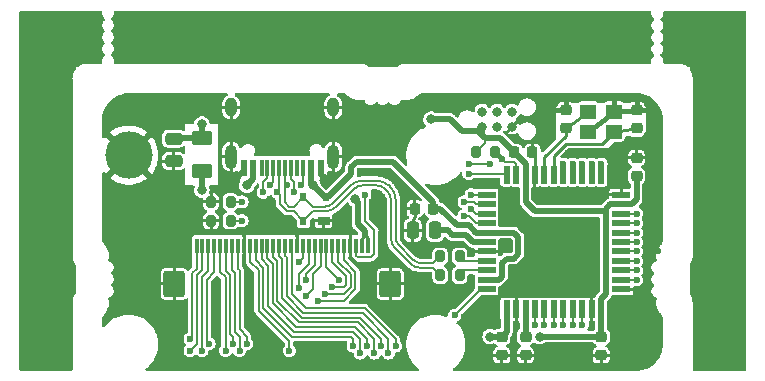
<source format=gbl>
G04 #@! TF.GenerationSoftware,KiCad,Pcbnew,(6.0.4-0)*
G04 #@! TF.CreationDate,2022-04-22T14:06:04+09:00*
G04 #@! TF.ProjectId,mcupcb,6d637570-6362-42e6-9b69-6361645f7063,rev?*
G04 #@! TF.SameCoordinates,Original*
G04 #@! TF.FileFunction,Copper,L2,Bot*
G04 #@! TF.FilePolarity,Positive*
%FSLAX46Y46*%
G04 Gerber Fmt 4.6, Leading zero omitted, Abs format (unit mm)*
G04 Created by KiCad (PCBNEW (6.0.4-0)) date 2022-04-22 14:06:04*
%MOMM*%
%LPD*%
G01*
G04 APERTURE LIST*
G04 Aperture macros list*
%AMRoundRect*
0 Rectangle with rounded corners*
0 $1 Rounding radius*
0 $2 $3 $4 $5 $6 $7 $8 $9 X,Y pos of 4 corners*
0 Add a 4 corners polygon primitive as box body*
4,1,4,$2,$3,$4,$5,$6,$7,$8,$9,$2,$3,0*
0 Add four circle primitives for the rounded corners*
1,1,$1+$1,$2,$3*
1,1,$1+$1,$4,$5*
1,1,$1+$1,$6,$7*
1,1,$1+$1,$8,$9*
0 Add four rect primitives between the rounded corners*
20,1,$1+$1,$2,$3,$4,$5,0*
20,1,$1+$1,$4,$5,$6,$7,0*
20,1,$1+$1,$6,$7,$8,$9,0*
20,1,$1+$1,$8,$9,$2,$3,0*%
G04 Aperture macros list end*
G04 #@! TA.AperFunction,SMDPad,CuDef*
%ADD10R,0.300000X1.300000*%
G04 #@! TD*
G04 #@! TA.AperFunction,SMDPad,CuDef*
%ADD11RoundRect,0.200000X0.700000X0.900000X-0.700000X0.900000X-0.700000X-0.900000X0.700000X-0.900000X0*%
G04 #@! TD*
G04 #@! TA.AperFunction,SMDPad,CuDef*
%ADD12R,1.500000X0.550000*%
G04 #@! TD*
G04 #@! TA.AperFunction,SMDPad,CuDef*
%ADD13R,0.550000X1.500000*%
G04 #@! TD*
G04 #@! TA.AperFunction,SMDPad,CuDef*
%ADD14RoundRect,0.225000X-0.225000X-0.250000X0.225000X-0.250000X0.225000X0.250000X-0.225000X0.250000X0*%
G04 #@! TD*
G04 #@! TA.AperFunction,SMDPad,CuDef*
%ADD15RoundRect,0.200000X0.200000X0.275000X-0.200000X0.275000X-0.200000X-0.275000X0.200000X-0.275000X0*%
G04 #@! TD*
G04 #@! TA.AperFunction,SMDPad,CuDef*
%ADD16RoundRect,0.225000X0.250000X-0.225000X0.250000X0.225000X-0.250000X0.225000X-0.250000X-0.225000X0*%
G04 #@! TD*
G04 #@! TA.AperFunction,SMDPad,CuDef*
%ADD17RoundRect,0.200000X-0.200000X-0.275000X0.200000X-0.275000X0.200000X0.275000X-0.200000X0.275000X0*%
G04 #@! TD*
G04 #@! TA.AperFunction,SMDPad,CuDef*
%ADD18RoundRect,0.225000X-0.250000X0.225000X-0.250000X-0.225000X0.250000X-0.225000X0.250000X0.225000X0*%
G04 #@! TD*
G04 #@! TA.AperFunction,SMDPad,CuDef*
%ADD19R,1.000000X0.700000*%
G04 #@! TD*
G04 #@! TA.AperFunction,SMDPad,CuDef*
%ADD20R,0.600000X0.700000*%
G04 #@! TD*
G04 #@! TA.AperFunction,SMDPad,CuDef*
%ADD21RoundRect,0.250000X-0.475000X0.250000X-0.475000X-0.250000X0.475000X-0.250000X0.475000X0.250000X0*%
G04 #@! TD*
G04 #@! TA.AperFunction,SMDPad,CuDef*
%ADD22RoundRect,0.225000X0.225000X0.250000X-0.225000X0.250000X-0.225000X-0.250000X0.225000X-0.250000X0*%
G04 #@! TD*
G04 #@! TA.AperFunction,SMDPad,CuDef*
%ADD23RoundRect,0.200000X0.500000X0.400000X-0.500000X0.400000X-0.500000X-0.400000X0.500000X-0.400000X0*%
G04 #@! TD*
G04 #@! TA.AperFunction,SMDPad,CuDef*
%ADD24RoundRect,0.250000X0.625000X-0.375000X0.625000X0.375000X-0.625000X0.375000X-0.625000X-0.375000X0*%
G04 #@! TD*
G04 #@! TA.AperFunction,SMDPad,CuDef*
%ADD25R,0.600000X1.450000*%
G04 #@! TD*
G04 #@! TA.AperFunction,SMDPad,CuDef*
%ADD26R,0.300000X1.450000*%
G04 #@! TD*
G04 #@! TA.AperFunction,ComponentPad*
%ADD27O,1.000000X2.100000*%
G04 #@! TD*
G04 #@! TA.AperFunction,ComponentPad*
%ADD28O,1.000000X1.600000*%
G04 #@! TD*
G04 #@! TA.AperFunction,ComponentPad*
%ADD29C,4.000000*%
G04 #@! TD*
G04 #@! TA.AperFunction,SMDPad,CuDef*
%ADD30RoundRect,0.250000X-0.250000X-0.475000X0.250000X-0.475000X0.250000X0.475000X-0.250000X0.475000X0*%
G04 #@! TD*
G04 #@! TA.AperFunction,ConnectorPad*
%ADD31C,0.800000*%
G04 #@! TD*
G04 #@! TA.AperFunction,ComponentPad*
%ADD32C,0.800000*%
G04 #@! TD*
G04 #@! TA.AperFunction,ViaPad*
%ADD33C,0.600000*%
G04 #@! TD*
G04 #@! TA.AperFunction,ViaPad*
%ADD34C,0.800000*%
G04 #@! TD*
G04 #@! TA.AperFunction,Conductor*
%ADD35C,0.400000*%
G04 #@! TD*
G04 #@! TA.AperFunction,Conductor*
%ADD36C,0.250000*%
G04 #@! TD*
G04 #@! TA.AperFunction,Conductor*
%ADD37C,0.200000*%
G04 #@! TD*
G04 #@! TA.AperFunction,Conductor*
%ADD38C,0.500000*%
G04 #@! TD*
G04 APERTURE END LIST*
D10*
X207250000Y-160900000D03*
X206750000Y-160900000D03*
X206250000Y-160900000D03*
X205750000Y-160900000D03*
X205250000Y-160900000D03*
X204750000Y-160900000D03*
X204250000Y-160900000D03*
X203750000Y-160900000D03*
X203250000Y-160900000D03*
X202750000Y-160900000D03*
X202250000Y-160900000D03*
X201750000Y-160900000D03*
X201250000Y-160900000D03*
X200750000Y-160900000D03*
X200250000Y-160900000D03*
X199750000Y-160900000D03*
X199250000Y-160900000D03*
X198750000Y-160900000D03*
X198250000Y-160900000D03*
X197750000Y-160900000D03*
X197250000Y-160900000D03*
X196750000Y-160900000D03*
X196250000Y-160900000D03*
X195750000Y-160900000D03*
X195250000Y-160900000D03*
X194750000Y-160900000D03*
X194250000Y-160900000D03*
X193750000Y-160900000D03*
X193250000Y-160900000D03*
X192750000Y-160900000D03*
D11*
X209150000Y-164150000D03*
X190850000Y-164150000D03*
D12*
X217300000Y-164600000D03*
X217300000Y-163800000D03*
X217300000Y-163000000D03*
X217300000Y-162200000D03*
X217300000Y-161400000D03*
X217300000Y-160600000D03*
X217300000Y-159800000D03*
X217300000Y-159000000D03*
X217300000Y-158200000D03*
X217300000Y-157400000D03*
X217300000Y-156600000D03*
D13*
X219000000Y-154900000D03*
X219800000Y-154900000D03*
X220600000Y-154900000D03*
X221400000Y-154900000D03*
X222200000Y-154900000D03*
X223000000Y-154900000D03*
X223800000Y-154900000D03*
X224600000Y-154900000D03*
X225400000Y-154900000D03*
X226200000Y-154900000D03*
X227000000Y-154900000D03*
D12*
X228700000Y-156600000D03*
X228700000Y-157400000D03*
X228700000Y-158200000D03*
X228700000Y-159000000D03*
X228700000Y-159800000D03*
X228700000Y-160600000D03*
X228700000Y-161400000D03*
X228700000Y-162200000D03*
X228700000Y-163000000D03*
X228700000Y-163800000D03*
X228700000Y-164600000D03*
D13*
X227000000Y-166300000D03*
X226200000Y-166300000D03*
X225400000Y-166300000D03*
X224600000Y-166300000D03*
X223800000Y-166300000D03*
X223000000Y-166300000D03*
X222200000Y-166300000D03*
X221400000Y-166300000D03*
X220600000Y-166300000D03*
X219800000Y-166300000D03*
X219000000Y-166300000D03*
D14*
X219625000Y-153000000D03*
X221175000Y-153000000D03*
D15*
X215025000Y-161800000D03*
X213375000Y-161800000D03*
D16*
X220600000Y-170175000D03*
X220600000Y-168625000D03*
D17*
X216375000Y-153000000D03*
X218025000Y-153000000D03*
D18*
X227000000Y-168625000D03*
X227000000Y-170175000D03*
D16*
X230000000Y-150975000D03*
X230000000Y-149425000D03*
D19*
X203500000Y-158800000D03*
D20*
X201800000Y-158800000D03*
X201800000Y-156800000D03*
X203700000Y-156800000D03*
D18*
X218600000Y-168625000D03*
X218600000Y-170175000D03*
D16*
X224000000Y-150975000D03*
X224000000Y-149425000D03*
D17*
X193975000Y-158800000D03*
X195625000Y-158800000D03*
D21*
X190800000Y-151850000D03*
X190800000Y-153750000D03*
D22*
X212775000Y-157800000D03*
X211225000Y-157800000D03*
D15*
X215025000Y-163400000D03*
X213375000Y-163400000D03*
D23*
X228100000Y-151250000D03*
X225900000Y-151250000D03*
X225900000Y-149550000D03*
X228100000Y-149550000D03*
D24*
X193200000Y-154600000D03*
X193200000Y-151800000D03*
D15*
X195625000Y-157200000D03*
X193975000Y-157200000D03*
D25*
X196750000Y-154294999D03*
X197550000Y-154294999D03*
D26*
X198750000Y-154294999D03*
X199750000Y-154294999D03*
X200250000Y-154294999D03*
X201250000Y-154294999D03*
D25*
X202450000Y-154294999D03*
X203250000Y-154294999D03*
X203250000Y-154294999D03*
X202450000Y-154294999D03*
D26*
X201750000Y-154294999D03*
X200750000Y-154294999D03*
X199250000Y-154294999D03*
X198250000Y-154294999D03*
D25*
X197550000Y-154294999D03*
X196750000Y-154294999D03*
D27*
X195680000Y-153379999D03*
X204320000Y-153379999D03*
D28*
X195680000Y-149199999D03*
X204320000Y-149199999D03*
D29*
X187000000Y-153250000D03*
D30*
X211050000Y-159600000D03*
X212950000Y-159600000D03*
D16*
X230000000Y-155025000D03*
X230000000Y-153475000D03*
D31*
X216930000Y-149565000D03*
D32*
X216930000Y-149565000D03*
X216930000Y-150835000D03*
D31*
X216930000Y-150835000D03*
D32*
X218200000Y-149565000D03*
D31*
X218200000Y-149565000D03*
X218200000Y-150835000D03*
D32*
X218200000Y-150835000D03*
D31*
X219470000Y-149565000D03*
D32*
X219470000Y-149565000D03*
D31*
X219470000Y-150835000D03*
D32*
X219470000Y-150835000D03*
D33*
X217800000Y-167000000D03*
X208200000Y-153000000D03*
X223800000Y-170200000D03*
D34*
X196200000Y-155000000D03*
D33*
X199800000Y-158800000D03*
X221600000Y-156400000D03*
X186800000Y-149000000D03*
X199000000Y-157000000D03*
X201300000Y-152500000D03*
X224600000Y-164600000D03*
X222400000Y-151400000D03*
X231200000Y-170200000D03*
X223000000Y-160900000D03*
X201250000Y-159750000D03*
X208200000Y-151200000D03*
X191600000Y-161000000D03*
X189800000Y-149000000D03*
X222400000Y-156400000D03*
X231300000Y-151400000D03*
X201300000Y-149000000D03*
X185800000Y-150000000D03*
D34*
X203600000Y-155250000D03*
D33*
X231800000Y-158200000D03*
X224200000Y-153100000D03*
X191000000Y-157000000D03*
X185800000Y-161000000D03*
X219800000Y-167600000D03*
X198800000Y-149000000D03*
X210200000Y-170200000D03*
X226200000Y-167600000D03*
X224600000Y-160900000D03*
X194400000Y-168400000D03*
X231800000Y-159800000D03*
X229400000Y-152000000D03*
X224600000Y-158900000D03*
X225400000Y-170200000D03*
X193800000Y-149000000D03*
X231300000Y-150000000D03*
X205500000Y-157800000D03*
X219000000Y-156800000D03*
X225400000Y-164600000D03*
X219200000Y-160900000D03*
X229200000Y-148400000D03*
X197600000Y-169800000D03*
X194400000Y-165400000D03*
X185800000Y-157000000D03*
X227400000Y-153100000D03*
X226200000Y-160900000D03*
X205200000Y-169800000D03*
X222400000Y-150000000D03*
X208200000Y-154600000D03*
X231800000Y-161400000D03*
X215600000Y-155700000D03*
X227000000Y-156500000D03*
X226200000Y-158900000D03*
X218000000Y-155600000D03*
X204600000Y-158800000D03*
X228200000Y-167000000D03*
X189800000Y-170500000D03*
X228200000Y-165800000D03*
X203500000Y-159700000D03*
X191600000Y-166400000D03*
X194400000Y-164000000D03*
X210200000Y-153000000D03*
X221000000Y-160900000D03*
X200800000Y-158800000D03*
X222400000Y-148400000D03*
X212600000Y-149200000D03*
X226200000Y-164600000D03*
X206600000Y-154600000D03*
X210500000Y-156600000D03*
X226400000Y-157100000D03*
X219800000Y-156800000D03*
X225800000Y-153100000D03*
X224800000Y-148400000D03*
X206600000Y-153000000D03*
X199000000Y-158000000D03*
X227000000Y-148400000D03*
X198800000Y-152500000D03*
X199800000Y-169800000D03*
X209600000Y-155200000D03*
X208000000Y-156600000D03*
X208000000Y-157200000D03*
X197200000Y-164000000D03*
X216000000Y-170200000D03*
X230000000Y-164600000D03*
X197200000Y-165400000D03*
X194400000Y-170200000D03*
X210200000Y-151200000D03*
X205500000Y-158400000D03*
X231800000Y-156600000D03*
X216600000Y-167000000D03*
X213750000Y-156600000D03*
X196750000Y-159750000D03*
X205500000Y-148500000D03*
X218612500Y-153587500D03*
X215400000Y-157200000D03*
X201400000Y-164500000D03*
X201400000Y-162300000D03*
X216000000Y-156600000D03*
X199000000Y-155800000D03*
X200400000Y-155800000D03*
X201000000Y-156400000D03*
X199600000Y-156400000D03*
D34*
X197000000Y-155800000D03*
X193200000Y-156200000D03*
X202600000Y-155800000D03*
D33*
X207004539Y-156597730D03*
X215800000Y-154800000D03*
X203600000Y-165000000D03*
X224600000Y-154000000D03*
D34*
X193200000Y-150600000D03*
X217600000Y-168600000D03*
X221800000Y-168600000D03*
X206200000Y-157000000D03*
X212600000Y-150200000D03*
D33*
X201600000Y-155800000D03*
X196600000Y-157200000D03*
X221400000Y-167600000D03*
X209000000Y-170000000D03*
X208400000Y-169400000D03*
X222200000Y-167600000D03*
X207800000Y-170000000D03*
X223000000Y-167600000D03*
X223800000Y-167600000D03*
X207200000Y-169400000D03*
X224600000Y-167600000D03*
X206600000Y-170000000D03*
X225400000Y-167600000D03*
X206000000Y-169400000D03*
X230000000Y-163800000D03*
X200600000Y-169800000D03*
X230000000Y-163000000D03*
X197000000Y-169200000D03*
X230000000Y-162200000D03*
X196400000Y-169800000D03*
X195800000Y-169200000D03*
X230000000Y-161400000D03*
X230000000Y-160600000D03*
X195200000Y-169800000D03*
X230000000Y-159800000D03*
X193800000Y-169200000D03*
X230000000Y-159000000D03*
X193200000Y-169800000D03*
X230000000Y-158200000D03*
X192200000Y-168800000D03*
X192200000Y-169800000D03*
X227000000Y-154000000D03*
X204800000Y-163800000D03*
X226200000Y-154000000D03*
X204200000Y-164400000D03*
X225400000Y-154000000D03*
X223800000Y-153999503D03*
X203000000Y-165600000D03*
X202000000Y-163800000D03*
X215800000Y-154000000D03*
X215976089Y-157823911D03*
X217600000Y-154000000D03*
X202000000Y-165200000D03*
X215400000Y-158400000D03*
X214600000Y-166800000D03*
X209600000Y-169400000D03*
X198400000Y-156400000D03*
X196600000Y-158800000D03*
D35*
X230000000Y-149425000D02*
X228100000Y-149550000D01*
D36*
X205500000Y-158400000D02*
X205750000Y-158650000D01*
X209150000Y-162550000D02*
X209150000Y-164150000D01*
X211225000Y-157800000D02*
X211225000Y-158475000D01*
X196750000Y-160900000D02*
X196750000Y-162550000D01*
D35*
X224000000Y-149425000D02*
X224000000Y-148400000D01*
D36*
X221400000Y-153225000D02*
X221175000Y-153000000D01*
X196750000Y-159750000D02*
X201250000Y-159750000D01*
X206300978Y-162400000D02*
X209000000Y-162400000D01*
X209000000Y-162400000D02*
X209150000Y-162550000D01*
D35*
X196750000Y-154450000D02*
X196750000Y-154294999D01*
X228100000Y-149550000D02*
X227700000Y-149550000D01*
D36*
X205750000Y-160900000D02*
X205750000Y-161849022D01*
X219800000Y-167600000D02*
X219800000Y-166300000D01*
X221400000Y-154900000D02*
X221400000Y-153225000D01*
D35*
X196200000Y-155000000D02*
X196750000Y-154450000D01*
D36*
X205750000Y-158650000D02*
X205750000Y-160900000D01*
D35*
X222975000Y-149425000D02*
X222400000Y-150000000D01*
X225900000Y-151250000D02*
X228100000Y-149550000D01*
D36*
X211050000Y-158650000D02*
X211225000Y-158475000D01*
D35*
X227700000Y-149550000D02*
X227600000Y-149450000D01*
D36*
X197200000Y-163000000D02*
X197200000Y-164000000D01*
X196750000Y-162550000D02*
X197200000Y-163000000D01*
D35*
X228100000Y-149550000D02*
X228100000Y-148500000D01*
X231225000Y-149425000D02*
X231300000Y-149500000D01*
X203250000Y-154900000D02*
X203250000Y-154294999D01*
D36*
X196750000Y-160900000D02*
X196750000Y-159750000D01*
D35*
X230000000Y-149425000D02*
X230000000Y-148400000D01*
X231300000Y-149500000D02*
X231300000Y-150000000D01*
X228100000Y-148500000D02*
X228000000Y-148400000D01*
D36*
X205750000Y-161849022D02*
X206300978Y-162400000D01*
D35*
X230000000Y-149425000D02*
X231225000Y-149425000D01*
X203600000Y-155250000D02*
X203250000Y-154900000D01*
D36*
X201250000Y-160900000D02*
X201250000Y-159750000D01*
D35*
X224000000Y-149425000D02*
X222975000Y-149425000D01*
D36*
X230000000Y-164600000D02*
X228700000Y-164600000D01*
X211050000Y-159600000D02*
X211050000Y-158650000D01*
D37*
X218825000Y-153800000D02*
X218612500Y-153587500D01*
D35*
X218612500Y-153587500D02*
X218025000Y-153000000D01*
D37*
X219600000Y-153800000D02*
X218825000Y-153800000D01*
X219800000Y-154900000D02*
X219800000Y-154000000D01*
X219800000Y-154000000D02*
X219600000Y-153800000D01*
X216400000Y-157400000D02*
X217300000Y-157400000D01*
X215400000Y-157200000D02*
X216200000Y-157200000D01*
X201400000Y-163300000D02*
X202250000Y-162450000D01*
X216200000Y-157200000D02*
X216400000Y-157400000D01*
X202250000Y-162450000D02*
X202250000Y-160900000D01*
X201400000Y-164500000D02*
X201400000Y-163300000D01*
X201400000Y-162300000D02*
X201750000Y-161950000D01*
X216000000Y-156600000D02*
X217300000Y-156600000D01*
X201750000Y-161950000D02*
X201750000Y-160900000D01*
X200400000Y-155800000D02*
X200250000Y-155650000D01*
X201000000Y-157600000D02*
X201800000Y-156800000D01*
X213375000Y-161800000D02*
X212775000Y-162400000D01*
X212775000Y-162400000D02*
X211814214Y-162400000D01*
X205789949Y-155810051D02*
X204292893Y-157307107D01*
X199250000Y-155550000D02*
X199250000Y-154294999D01*
X200400000Y-155800000D02*
X200200000Y-156000000D01*
X202600000Y-157600000D02*
X201800000Y-156800000D01*
X200200000Y-156000000D02*
X200200000Y-157200000D01*
X199000000Y-155800000D02*
X199250000Y-155550000D01*
X209600000Y-160185786D02*
X209600000Y-156979899D01*
X211107107Y-162107107D02*
X209892893Y-160892893D01*
X203585786Y-157600000D02*
X202600000Y-157600000D01*
X209189949Y-155989949D02*
X209010050Y-155810050D01*
X200250000Y-155650000D02*
X200250000Y-154294999D01*
X200600000Y-157600000D02*
X201000000Y-157600000D01*
X200200000Y-157200000D02*
X200600000Y-157600000D01*
X208020101Y-155400000D02*
X206779899Y-155400000D01*
X209189948Y-155989950D02*
G75*
G02*
X209600000Y-156979899I-989948J-989950D01*
G01*
X211107100Y-162107114D02*
G75*
G03*
X211814214Y-162400000I707100J707114D01*
G01*
X203585786Y-157599990D02*
G75*
G03*
X204292893Y-157307107I14J999990D01*
G01*
X208020101Y-155400000D02*
G75*
G02*
X209010049Y-155810051I-1J-1400000D01*
G01*
X205789950Y-155810052D02*
G75*
G02*
X206779899Y-155400000I989950J-989948D01*
G01*
X209600010Y-160185786D02*
G75*
G03*
X209892893Y-160892893I999990J-14D01*
G01*
X202600000Y-158000000D02*
X203620101Y-158000000D01*
X208692893Y-156092893D02*
X208907107Y-156307107D01*
X212775000Y-162800000D02*
X213375000Y-163400000D01*
X199800000Y-157400000D02*
X200400000Y-158000000D01*
X201800000Y-158800000D02*
X202600000Y-158000000D01*
X200750000Y-155269021D02*
X200750000Y-154294999D01*
X204610051Y-157589949D02*
X206107107Y-156092893D01*
X199800000Y-156600000D02*
X199800000Y-157400000D01*
X209200000Y-157014214D02*
X209200000Y-160220101D01*
X211779899Y-162800000D02*
X212775000Y-162800000D01*
X199600000Y-156400000D02*
X199750000Y-156250000D01*
X201000000Y-155519021D02*
X200750000Y-155269021D01*
X201000000Y-158000000D02*
X201800000Y-158800000D01*
X200400000Y-158000000D02*
X201000000Y-158000000D01*
X199750000Y-156250000D02*
X199750000Y-154294999D01*
X209610051Y-161210051D02*
X210789950Y-162389950D01*
X206814214Y-155800000D02*
X207985786Y-155800000D01*
X199600000Y-156400000D02*
X199800000Y-156600000D01*
X201000000Y-156400000D02*
X201000000Y-155519021D01*
X211779899Y-162800000D02*
G75*
G02*
X210789951Y-162389949I1J1400000D01*
G01*
X209199990Y-157014214D02*
G75*
G03*
X208907107Y-156307107I-999990J14D01*
G01*
X204610050Y-157589948D02*
G75*
G02*
X203620101Y-158000000I-989950J989948D01*
G01*
X206814214Y-155800010D02*
G75*
G03*
X206107107Y-156092893I-14J-999990D01*
G01*
X209610052Y-161210050D02*
G75*
G02*
X209200000Y-160220101I989948J989950D01*
G01*
X208692900Y-156092886D02*
G75*
G03*
X207985786Y-155800000I-707100J-707114D01*
G01*
D38*
X217300000Y-160600000D02*
X216176340Y-160600000D01*
X216176340Y-160600000D02*
X215576340Y-160000000D01*
X214400000Y-160000000D02*
X214000000Y-159600000D01*
X215576340Y-160000000D02*
X214400000Y-160000000D01*
X214000000Y-159600000D02*
X212950000Y-159600000D01*
X212775000Y-157800000D02*
X212775000Y-157175000D01*
X205850489Y-154799511D02*
X203850000Y-156800000D01*
X218999022Y-162000000D02*
X219600000Y-162000000D01*
X197550000Y-155250000D02*
X197000000Y-155800000D01*
X205850489Y-154249511D02*
X205850489Y-154799511D01*
X215800000Y-159200000D02*
X214800000Y-159200000D01*
X203600000Y-156800000D02*
X203700000Y-156800000D01*
X218324022Y-163800000D02*
X218600000Y-163524022D01*
X216400000Y-159800000D02*
X215800000Y-159200000D01*
X202450000Y-155650000D02*
X202450000Y-154294999D01*
X197550000Y-154294999D02*
X197550000Y-155250000D01*
X214800000Y-159200000D02*
X213400000Y-157800000D01*
X193200000Y-156200000D02*
X193200000Y-154600000D01*
X217300000Y-159800000D02*
X216400000Y-159800000D01*
X219600000Y-162000000D02*
X220000000Y-161600000D01*
X209400000Y-153800000D02*
X206300000Y-153800000D01*
X212775000Y-157175000D02*
X209400000Y-153800000D01*
X217300000Y-163800000D02*
X218324022Y-163800000D01*
X218600000Y-163524022D02*
X218600000Y-162399022D01*
X220000000Y-160200000D02*
X219600000Y-159800000D01*
X206300000Y-153800000D02*
X205850489Y-154249511D01*
X213400000Y-157800000D02*
X212775000Y-157800000D01*
X220000000Y-161600000D02*
X220000000Y-160200000D01*
X202600000Y-155800000D02*
X203600000Y-156800000D01*
X203850000Y-156800000D02*
X203700000Y-156800000D01*
X202600000Y-155800000D02*
X202450000Y-155650000D01*
X218600000Y-162399022D02*
X218999022Y-162000000D01*
X219600000Y-159800000D02*
X217300000Y-159800000D01*
D37*
X215425000Y-163000000D02*
X215025000Y-163400000D01*
X217300000Y-163000000D02*
X215425000Y-163000000D01*
X207800000Y-161600000D02*
X207800000Y-159600000D01*
X207004539Y-158804539D02*
X207004539Y-156597730D01*
X206250000Y-160900000D02*
X206250000Y-161748660D01*
X206401340Y-161900000D02*
X207500000Y-161900000D01*
X207500000Y-161900000D02*
X207800000Y-161600000D01*
X218900000Y-154800000D02*
X219000000Y-154900000D01*
X215800000Y-154800000D02*
X218900000Y-154800000D01*
X206250000Y-161748660D02*
X206401340Y-161900000D01*
X207800000Y-159600000D02*
X207004539Y-158804539D01*
X203600000Y-165000000D02*
X205200000Y-165000000D01*
X204750000Y-162250000D02*
X204750000Y-160900000D01*
X205800000Y-163300000D02*
X204750000Y-162250000D01*
X205800000Y-164400000D02*
X205800000Y-163300000D01*
X224600000Y-154900000D02*
X224600000Y-154000000D01*
X205200000Y-165000000D02*
X205800000Y-164400000D01*
D38*
X207000000Y-159700000D02*
X207000000Y-160000000D01*
D36*
X207250000Y-160900000D02*
X207250000Y-160250000D01*
D38*
X216200000Y-151200000D02*
X216600000Y-151200000D01*
X216200000Y-151200000D02*
X216565000Y-151200000D01*
X206200000Y-157000000D02*
X206400000Y-157200000D01*
X193200000Y-150600000D02*
X193200000Y-151800000D01*
X217200000Y-151800000D02*
X218425000Y-151800000D01*
X193200000Y-151800000D02*
X190850000Y-151800000D01*
X206400000Y-157200000D02*
X206400000Y-159100000D01*
X219000000Y-168225000D02*
X218600000Y-168625000D01*
D36*
X206750000Y-160900000D02*
X206750000Y-160250000D01*
D38*
X220600000Y-154900000D02*
X220600000Y-153975000D01*
X227400000Y-165000000D02*
X227400000Y-158000000D01*
X230000000Y-157000000D02*
X230000000Y-155025000D01*
X227000000Y-166300000D02*
X227000000Y-165400000D01*
X221800000Y-168600000D02*
X226975000Y-168600000D01*
X227770015Y-157400000D02*
X228700000Y-157400000D01*
X229600000Y-157400000D02*
X230000000Y-157000000D01*
X220600000Y-153975000D02*
X219625000Y-153000000D01*
X226975000Y-168600000D02*
X227000000Y-168625000D01*
X227000000Y-165400000D02*
X227400000Y-165000000D01*
X227400000Y-157770015D02*
X227770015Y-157400000D01*
X220600000Y-157200000D02*
X220600000Y-154900000D01*
X217600000Y-168600000D02*
X218575000Y-168600000D01*
X219000000Y-166300000D02*
X219000000Y-168225000D01*
X218425000Y-151800000D02*
X219625000Y-153000000D01*
X221400000Y-158000000D02*
X220600000Y-157200000D01*
X228700000Y-157400000D02*
X229600000Y-157400000D01*
X206400000Y-159100000D02*
X207000000Y-159700000D01*
X227400000Y-158000000D02*
X227400000Y-157770015D01*
X216565000Y-151200000D02*
X216930000Y-150835000D01*
D37*
X217200000Y-152200000D02*
X217200000Y-151800000D01*
D38*
X227000000Y-166300000D02*
X227000000Y-168625000D01*
X216930000Y-151530000D02*
X217200000Y-151800000D01*
D37*
X216375000Y-153000000D02*
X216400000Y-153000000D01*
D38*
X216600000Y-151200000D02*
X216930000Y-151530000D01*
X212600000Y-150200000D02*
X214200000Y-150200000D01*
X218575000Y-168600000D02*
X218600000Y-168625000D01*
X215200000Y-151200000D02*
X216200000Y-151200000D01*
D36*
X206750000Y-160250000D02*
X207000000Y-160000000D01*
D38*
X190850000Y-151800000D02*
X190800000Y-151850000D01*
X214200000Y-150200000D02*
X215200000Y-151200000D01*
D37*
X216400000Y-153000000D02*
X217200000Y-152200000D01*
D38*
X216930000Y-150835000D02*
X216930000Y-151530000D01*
X221400000Y-158000000D02*
X227400000Y-158000000D01*
D36*
X207250000Y-160250000D02*
X207000000Y-160000000D01*
X223000000Y-153300000D02*
X224000000Y-152300000D01*
X227050000Y-152300000D02*
X228100000Y-151250000D01*
X223000000Y-154900000D02*
X223000000Y-153300000D01*
X230000000Y-150975000D02*
X228100000Y-151250000D01*
X224000000Y-152300000D02*
X227050000Y-152300000D01*
X222200000Y-153400000D02*
X224000000Y-151600000D01*
X222200000Y-154900000D02*
X222200000Y-153400000D01*
X224000000Y-150975000D02*
X225900000Y-149550000D01*
X224000000Y-151600000D02*
X224000000Y-150975000D01*
D38*
X220600000Y-166300000D02*
X220600000Y-168625000D01*
D37*
X196600000Y-157200000D02*
X195625000Y-157200000D01*
X201750000Y-155650000D02*
X201600000Y-155800000D01*
X201750000Y-154294999D02*
X201750000Y-155650000D01*
X221400000Y-167600000D02*
X221400000Y-166300000D01*
X200250000Y-161749031D02*
X200250000Y-160900000D01*
X201800000Y-166600000D02*
X200400000Y-165200000D01*
X206800000Y-166600000D02*
X201800000Y-166600000D01*
X200400000Y-165200000D02*
X200400000Y-161899031D01*
X200400000Y-161899031D02*
X200250000Y-161749031D01*
X209000000Y-170000000D02*
X209000000Y-168800000D01*
X209000000Y-168800000D02*
X206800000Y-166600000D01*
X208400000Y-169400000D02*
X208400000Y-168800000D01*
X208400000Y-168800000D02*
X206600000Y-167000000D01*
X200000000Y-165365006D02*
X200000000Y-162064037D01*
X200000000Y-162064037D02*
X199750000Y-161814037D01*
X201634994Y-167000000D02*
X200000000Y-165365006D01*
X199750000Y-161814037D02*
X199750000Y-160900000D01*
X206600000Y-167000000D02*
X201634994Y-167000000D01*
X222200000Y-167600000D02*
X222200000Y-166300000D01*
X201400000Y-167400000D02*
X199600000Y-165600000D01*
X199600000Y-162229043D02*
X199250000Y-161879042D01*
X223000000Y-167600000D02*
X223000000Y-166300000D01*
X207800000Y-170000000D02*
X207800000Y-168800000D01*
X199250000Y-161879042D02*
X199250000Y-160900000D01*
X207800000Y-168800000D02*
X206400000Y-167400000D01*
X206400000Y-167400000D02*
X201400000Y-167400000D01*
X199600000Y-165600000D02*
X199600000Y-162229043D01*
X198750000Y-161984994D02*
X198750000Y-160900000D01*
X199200000Y-162434994D02*
X198750000Y-161984994D01*
X206200000Y-167800000D02*
X201200000Y-167800000D01*
X207200000Y-168800000D02*
X206200000Y-167800000D01*
X199200000Y-165800000D02*
X199200000Y-162434994D01*
X201200000Y-167800000D02*
X199200000Y-165800000D01*
X207200000Y-169400000D02*
X207200000Y-168800000D01*
X223800000Y-167600000D02*
X223800000Y-166300000D01*
X198250000Y-162050000D02*
X198250000Y-160900000D01*
X206600000Y-168800000D02*
X206000000Y-168200000D01*
X198800000Y-162600000D02*
X198250000Y-162050000D01*
X201000000Y-168200000D02*
X198800000Y-166000000D01*
X206000000Y-168200000D02*
X201000000Y-168200000D01*
X198800000Y-166000000D02*
X198800000Y-162600000D01*
X224600000Y-167600000D02*
X224600000Y-166300000D01*
X206600000Y-170000000D02*
X206600000Y-168800000D01*
X205800000Y-168600000D02*
X200800000Y-168600000D01*
X206000000Y-169400000D02*
X206000000Y-168800000D01*
X200800000Y-168600000D02*
X198400000Y-166200000D01*
X197750000Y-162150000D02*
X197750000Y-160900000D01*
X198400000Y-162800000D02*
X197750000Y-162150000D01*
X225400000Y-166300000D02*
X225400000Y-167600000D01*
X206000000Y-168800000D02*
X205800000Y-168600000D01*
X198400000Y-166200000D02*
X198400000Y-162800000D01*
X197250000Y-162250000D02*
X197250000Y-160900000D01*
X200600000Y-169000000D02*
X198000000Y-166400000D01*
X200600000Y-169800000D02*
X200600000Y-169000000D01*
X198000000Y-166400000D02*
X198000000Y-163000000D01*
X228700000Y-163800000D02*
X230000000Y-163800000D01*
X198000000Y-163000000D02*
X197250000Y-162250000D01*
X228700000Y-163000000D02*
X230000000Y-163000000D01*
X196250000Y-160900000D02*
X196250000Y-162850000D01*
X197000000Y-168600000D02*
X197000000Y-169200000D01*
X196250000Y-162850000D02*
X196400000Y-163000000D01*
X196400000Y-163000000D02*
X196400000Y-168000000D01*
X196400000Y-168000000D02*
X197000000Y-168600000D01*
X228700000Y-162200000D02*
X230000000Y-162200000D01*
X195750000Y-160900000D02*
X195750000Y-162950000D01*
X196400000Y-168600000D02*
X196400000Y-169800000D01*
X196000000Y-163200000D02*
X196000000Y-168200000D01*
X196000000Y-168200000D02*
X196400000Y-168600000D01*
X195750000Y-162950000D02*
X196000000Y-163200000D01*
X195600000Y-163400000D02*
X195600000Y-168400000D01*
X195250000Y-163050000D02*
X195600000Y-163400000D01*
X195800000Y-168600000D02*
X195800000Y-169200000D01*
X195600000Y-168400000D02*
X195800000Y-168600000D01*
X228700000Y-161400000D02*
X230000000Y-161400000D01*
X195250000Y-160900000D02*
X195250000Y-163050000D01*
X194750000Y-160900000D02*
X194750000Y-163150000D01*
X228700000Y-160600000D02*
X230000000Y-160600000D01*
X194750000Y-163150000D02*
X195200000Y-163600000D01*
X195200000Y-163600000D02*
X195200000Y-169800000D01*
X228700000Y-159800000D02*
X230000000Y-159800000D01*
X193600000Y-163800000D02*
X194250000Y-163150000D01*
X194250000Y-163150000D02*
X194250000Y-160900000D01*
X193800000Y-169200000D02*
X193600000Y-169000000D01*
X193600000Y-169000000D02*
X193600000Y-163800000D01*
X193750000Y-163050000D02*
X193750000Y-160900000D01*
X193200000Y-163600000D02*
X193750000Y-163050000D01*
X193200000Y-169800000D02*
X193200000Y-163600000D01*
X228700000Y-159000000D02*
X230000000Y-159000000D01*
X192400000Y-168600000D02*
X192400000Y-163200000D01*
X192200000Y-168800000D02*
X192400000Y-168600000D01*
X228700000Y-158200000D02*
X230000000Y-158200000D01*
X192750000Y-162850000D02*
X192750000Y-160900000D01*
X192400000Y-163200000D02*
X192750000Y-162850000D01*
X192800000Y-169200000D02*
X192800000Y-163400000D01*
X227000000Y-154000000D02*
X227000000Y-154900000D01*
X192200000Y-169800000D02*
X192800000Y-169200000D01*
X193250000Y-162950000D02*
X193250000Y-160900000D01*
X192800000Y-163400000D02*
X193250000Y-162950000D01*
X226200000Y-154900000D02*
X226200000Y-154000000D01*
X203750000Y-162750000D02*
X203750000Y-160900000D01*
X204800000Y-163800000D02*
X203750000Y-162750000D01*
X205399511Y-164200489D02*
X205399511Y-163475592D01*
X205200000Y-164400000D02*
X205399511Y-164200489D01*
X204200000Y-164400000D02*
X205200000Y-164400000D01*
X205399511Y-163475592D02*
X204250000Y-162326081D01*
X225400000Y-154900000D02*
X225400000Y-154000000D01*
X204250000Y-162326081D02*
X204250000Y-160900000D01*
X205250000Y-162150000D02*
X205250000Y-160900000D01*
X223800000Y-154900000D02*
X223800000Y-153999503D01*
X206200000Y-164600000D02*
X206200000Y-163100000D01*
X206200000Y-163100000D02*
X205250000Y-162150000D01*
X205200000Y-165600000D02*
X206200000Y-164600000D01*
X203000000Y-165600000D02*
X205200000Y-165600000D01*
X216023911Y-157823911D02*
X216400000Y-158200000D01*
X217600000Y-154000000D02*
X215800000Y-154000000D01*
X202750000Y-162550000D02*
X202750000Y-160900000D01*
X215976089Y-157823911D02*
X216023911Y-157823911D01*
X202000000Y-163300000D02*
X202750000Y-162550000D01*
X216400000Y-158200000D02*
X217300000Y-158200000D01*
X202000000Y-163800000D02*
X202000000Y-163300000D01*
X203250000Y-162650000D02*
X202600000Y-163300000D01*
X203250000Y-160900000D02*
X203250000Y-162650000D01*
X202600000Y-163300000D02*
X202600000Y-164600000D01*
X215800000Y-158400000D02*
X216400000Y-159000000D01*
X216400000Y-159000000D02*
X217300000Y-159000000D01*
X215400000Y-158400000D02*
X215800000Y-158400000D01*
X202600000Y-164600000D02*
X202000000Y-165200000D01*
X214600000Y-166800000D02*
X216800000Y-164600000D01*
X216800000Y-164600000D02*
X217300000Y-164600000D01*
X200800000Y-165000000D02*
X200800000Y-160950000D01*
X209600000Y-169400000D02*
X209600000Y-168817497D01*
X206982503Y-166200000D02*
X202000000Y-166200000D01*
X202000000Y-166200000D02*
X200800000Y-165000000D01*
X209600000Y-168817497D02*
X206982503Y-166200000D01*
X200800000Y-160950000D02*
X200750000Y-160900000D01*
X198750000Y-154294999D02*
X198750000Y-155202162D01*
X198400000Y-155552162D02*
X198750000Y-155202162D01*
X196600000Y-158800000D02*
X195625000Y-158800000D01*
X198400000Y-155552162D02*
X198400000Y-156400000D01*
X215425000Y-162200000D02*
X215025000Y-161800000D01*
X217300000Y-162200000D02*
X215425000Y-162200000D01*
G04 #@! TA.AperFunction,NonConductor*
G36*
X231201097Y-141020502D02*
G01*
X231247590Y-141074158D01*
X231257694Y-141144432D01*
X231253694Y-141162597D01*
X231249907Y-141175261D01*
X231249031Y-141318624D01*
X231288428Y-141456471D01*
X231364930Y-141577720D01*
X231371658Y-141583662D01*
X231371659Y-141583663D01*
X231453454Y-141655901D01*
X231491273Y-141715987D01*
X231490603Y-141786980D01*
X231452295Y-141845796D01*
X231375763Y-141911740D01*
X231375760Y-141911743D01*
X231368963Y-141917600D01*
X231290985Y-142037905D01*
X231249907Y-142175261D01*
X231249031Y-142318624D01*
X231288428Y-142456471D01*
X231364930Y-142577720D01*
X231371658Y-142583662D01*
X231371659Y-142583663D01*
X231453454Y-142655901D01*
X231491273Y-142715987D01*
X231490603Y-142786980D01*
X231452295Y-142845796D01*
X231375763Y-142911740D01*
X231375760Y-142911743D01*
X231368963Y-142917600D01*
X231290985Y-143037905D01*
X231249907Y-143175261D01*
X231249031Y-143318624D01*
X231288428Y-143456471D01*
X231364930Y-143577720D01*
X231371658Y-143583662D01*
X231371659Y-143583663D01*
X231453454Y-143655901D01*
X231491273Y-143715987D01*
X231490603Y-143786980D01*
X231452295Y-143845796D01*
X231375763Y-143911740D01*
X231375760Y-143911743D01*
X231368963Y-143917600D01*
X231290985Y-144037905D01*
X231249907Y-144175261D01*
X231249031Y-144318624D01*
X231288428Y-144456471D01*
X231364930Y-144577720D01*
X231371658Y-144583662D01*
X231371659Y-144583663D01*
X231453454Y-144655901D01*
X231491273Y-144715987D01*
X231490603Y-144786980D01*
X231452295Y-144845796D01*
X231375763Y-144911740D01*
X231375760Y-144911743D01*
X231368963Y-144917600D01*
X231290985Y-145037905D01*
X231249907Y-145175261D01*
X231249031Y-145318624D01*
X231254819Y-145338876D01*
X231254307Y-145409869D01*
X231215494Y-145469317D01*
X231150702Y-145498344D01*
X231133670Y-145499500D01*
X211852580Y-145499501D01*
X210537085Y-145499501D01*
X210512504Y-145497080D01*
X210512174Y-145497014D01*
X210512171Y-145497014D01*
X210500000Y-145494593D01*
X210491349Y-145496314D01*
X210303774Y-145511076D01*
X210298967Y-145512230D01*
X210298961Y-145512231D01*
X210179531Y-145540904D01*
X210112379Y-145557026D01*
X210107808Y-145558919D01*
X210107806Y-145558920D01*
X209935103Y-145630456D01*
X209935099Y-145630458D01*
X209930529Y-145632351D01*
X209768844Y-145731432D01*
X209768842Y-145731433D01*
X209703007Y-145750000D01*
X207296991Y-145750000D01*
X207231156Y-145731433D01*
X207073691Y-145634938D01*
X207073689Y-145634937D01*
X207069471Y-145632352D01*
X207064901Y-145630459D01*
X207064897Y-145630457D01*
X206892194Y-145558921D01*
X206892192Y-145558920D01*
X206887621Y-145557027D01*
X206820469Y-145540905D01*
X206701039Y-145512232D01*
X206701033Y-145512231D01*
X206696226Y-145511077D01*
X206622442Y-145505270D01*
X206517534Y-145497013D01*
X206517528Y-145497013D01*
X206508659Y-145496315D01*
X206500000Y-145494593D01*
X206487829Y-145497014D01*
X206487496Y-145497080D01*
X206462915Y-145499501D01*
X205149810Y-145499501D01*
X185867024Y-145499500D01*
X185798903Y-145479498D01*
X185752410Y-145425842D01*
X185742306Y-145355568D01*
X185746307Y-145337397D01*
X185747521Y-145333339D01*
X185750093Y-145324739D01*
X185750969Y-145181376D01*
X185711572Y-145043529D01*
X185635070Y-144922280D01*
X185546546Y-144844099D01*
X185508727Y-144784013D01*
X185509397Y-144713020D01*
X185547705Y-144654204D01*
X185624237Y-144588260D01*
X185624240Y-144588257D01*
X185631037Y-144582400D01*
X185709015Y-144462095D01*
X185750093Y-144324739D01*
X185750969Y-144181376D01*
X185711572Y-144043529D01*
X185635070Y-143922280D01*
X185546546Y-143844099D01*
X185508727Y-143784013D01*
X185509397Y-143713020D01*
X185547705Y-143654204D01*
X185624237Y-143588260D01*
X185624240Y-143588257D01*
X185631037Y-143582400D01*
X185709015Y-143462095D01*
X185750093Y-143324739D01*
X185750969Y-143181376D01*
X185711572Y-143043529D01*
X185635070Y-142922280D01*
X185546546Y-142844099D01*
X185508727Y-142784013D01*
X185509397Y-142713020D01*
X185547705Y-142654204D01*
X185624237Y-142588260D01*
X185624240Y-142588257D01*
X185631037Y-142582400D01*
X185709015Y-142462095D01*
X185750093Y-142324739D01*
X185750969Y-142181376D01*
X185711572Y-142043529D01*
X185635070Y-141922280D01*
X185546546Y-141844099D01*
X185508727Y-141784013D01*
X185509397Y-141713020D01*
X185547705Y-141654204D01*
X185624237Y-141588260D01*
X185624240Y-141588257D01*
X185631037Y-141582400D01*
X185709015Y-141462095D01*
X185750093Y-141324739D01*
X185750969Y-141181376D01*
X185745181Y-141161124D01*
X185745693Y-141090131D01*
X185784506Y-141030683D01*
X185849298Y-141001656D01*
X185866330Y-141000500D01*
X231132976Y-141000500D01*
X231201097Y-141020502D01*
G37*
G04 #@! TD.AperFunction*
G04 #@! TA.AperFunction,NonConductor*
G36*
X184701097Y-141020502D02*
G01*
X184747590Y-141074158D01*
X184757694Y-141144432D01*
X184753694Y-141162597D01*
X184749907Y-141175261D01*
X184749031Y-141318624D01*
X184788428Y-141456471D01*
X184864930Y-141577720D01*
X184871658Y-141583662D01*
X184871659Y-141583663D01*
X184953454Y-141655901D01*
X184991273Y-141715987D01*
X184990603Y-141786980D01*
X184952295Y-141845796D01*
X184875763Y-141911740D01*
X184875760Y-141911743D01*
X184868963Y-141917600D01*
X184790985Y-142037905D01*
X184749907Y-142175261D01*
X184749031Y-142318624D01*
X184788428Y-142456471D01*
X184864930Y-142577720D01*
X184871658Y-142583662D01*
X184871659Y-142583663D01*
X184953454Y-142655901D01*
X184991273Y-142715987D01*
X184990603Y-142786980D01*
X184952295Y-142845796D01*
X184875763Y-142911740D01*
X184875760Y-142911743D01*
X184868963Y-142917600D01*
X184790985Y-143037905D01*
X184749907Y-143175261D01*
X184749031Y-143318624D01*
X184788428Y-143456471D01*
X184864930Y-143577720D01*
X184871658Y-143583662D01*
X184871659Y-143583663D01*
X184953454Y-143655901D01*
X184991273Y-143715987D01*
X184990603Y-143786980D01*
X184952295Y-143845796D01*
X184875763Y-143911740D01*
X184875760Y-143911743D01*
X184868963Y-143917600D01*
X184790985Y-144037905D01*
X184749907Y-144175261D01*
X184749031Y-144318624D01*
X184788428Y-144456471D01*
X184864930Y-144577720D01*
X184871658Y-144583662D01*
X184871659Y-144583663D01*
X184953454Y-144655901D01*
X184991273Y-144715987D01*
X184990603Y-144786980D01*
X184952295Y-144845796D01*
X184875763Y-144911740D01*
X184875760Y-144911743D01*
X184868963Y-144917600D01*
X184790985Y-145037905D01*
X184749907Y-145175261D01*
X184749031Y-145318624D01*
X184754819Y-145338876D01*
X184754307Y-145409869D01*
X184715494Y-145469317D01*
X184650702Y-145498344D01*
X184633670Y-145499500D01*
X183537085Y-145499500D01*
X183512504Y-145497079D01*
X183512171Y-145497013D01*
X183500000Y-145494592D01*
X183491341Y-145496314D01*
X183482472Y-145497012D01*
X183482466Y-145497012D01*
X183377558Y-145505269D01*
X183303774Y-145511076D01*
X183298967Y-145512230D01*
X183298961Y-145512231D01*
X183179531Y-145540904D01*
X183112379Y-145557026D01*
X183107808Y-145558919D01*
X183107806Y-145558920D01*
X182935103Y-145630456D01*
X182935099Y-145630458D01*
X182930529Y-145632351D01*
X182926310Y-145634936D01*
X182926299Y-145634942D01*
X182768843Y-145731432D01*
X182703008Y-145750000D01*
X182500000Y-145750000D01*
X182500000Y-145953008D01*
X182481432Y-146018843D01*
X182384942Y-146176299D01*
X182384936Y-146176310D01*
X182382351Y-146180529D01*
X182380458Y-146185099D01*
X182380456Y-146185103D01*
X182318946Y-146333601D01*
X182307026Y-146362379D01*
X182305871Y-146367191D01*
X182262231Y-146548961D01*
X182262230Y-146548967D01*
X182261076Y-146553774D01*
X182246314Y-146741341D01*
X182244592Y-146750000D01*
X182247013Y-146762171D01*
X182247079Y-146762504D01*
X182249500Y-146787085D01*
X182249500Y-161712916D01*
X182247079Y-161737497D01*
X182247013Y-161737827D01*
X182247013Y-161737829D01*
X182244592Y-161750001D01*
X182246315Y-161758661D01*
X182261077Y-161946227D01*
X182262231Y-161951034D01*
X182262232Y-161951040D01*
X182289206Y-162063395D01*
X182307026Y-162137622D01*
X182308919Y-162142193D01*
X182308920Y-162142195D01*
X182332864Y-162200000D01*
X182382351Y-162319471D01*
X182442485Y-162417600D01*
X182481433Y-162481158D01*
X182500000Y-162546993D01*
X182500000Y-164953008D01*
X182481432Y-165018843D01*
X182384942Y-165176299D01*
X182384936Y-165176310D01*
X182382351Y-165180529D01*
X182380458Y-165185099D01*
X182380456Y-165185103D01*
X182315268Y-165342481D01*
X182307026Y-165362379D01*
X182290904Y-165429531D01*
X182262231Y-165548961D01*
X182262230Y-165548967D01*
X182261076Y-165553774D01*
X182246314Y-165741341D01*
X182244592Y-165750000D01*
X182247013Y-165762171D01*
X182247079Y-165762504D01*
X182249500Y-165787085D01*
X182249500Y-171373500D01*
X182229498Y-171441621D01*
X182175842Y-171488114D01*
X182123500Y-171499500D01*
X177876500Y-171499500D01*
X177808379Y-171479498D01*
X177761886Y-171425842D01*
X177750500Y-171373500D01*
X177750501Y-159606291D01*
X177750501Y-141126500D01*
X177770503Y-141058379D01*
X177824159Y-141011886D01*
X177876501Y-141000500D01*
X184632976Y-141000500D01*
X184701097Y-141020502D01*
G37*
G04 #@! TD.AperFunction*
G04 #@! TA.AperFunction,NonConductor*
G36*
X239191621Y-141020502D02*
G01*
X239238114Y-141074158D01*
X239249500Y-141126500D01*
X239249500Y-171373500D01*
X239229498Y-171441621D01*
X239175842Y-171488114D01*
X239123500Y-171499500D01*
X234876500Y-171499500D01*
X234808379Y-171479498D01*
X234761886Y-171425842D01*
X234750500Y-171373500D01*
X234750500Y-165787085D01*
X234752921Y-165762504D01*
X234752987Y-165762171D01*
X234755408Y-165750000D01*
X234753686Y-165741341D01*
X234738924Y-165553774D01*
X234737770Y-165548967D01*
X234737769Y-165548961D01*
X234709096Y-165429531D01*
X234692974Y-165362379D01*
X234684732Y-165342481D01*
X234619544Y-165185103D01*
X234619542Y-165185099D01*
X234617649Y-165180529D01*
X234615064Y-165176310D01*
X234615058Y-165176299D01*
X234518568Y-165018843D01*
X234500000Y-164953008D01*
X234500000Y-162546992D01*
X234518568Y-162481157D01*
X234615058Y-162323701D01*
X234615064Y-162323690D01*
X234617649Y-162319471D01*
X234639613Y-162266447D01*
X234691080Y-162142194D01*
X234691081Y-162142192D01*
X234692974Y-162137621D01*
X234728245Y-161990708D01*
X234737769Y-161951039D01*
X234737770Y-161951033D01*
X234738924Y-161946226D01*
X234748287Y-161827260D01*
X234752988Y-161767534D01*
X234752988Y-161767528D01*
X234753686Y-161758659D01*
X234755408Y-161750000D01*
X234752921Y-161737496D01*
X234750500Y-161712915D01*
X234750500Y-146787085D01*
X234752921Y-146762504D01*
X234752987Y-146762171D01*
X234755408Y-146750000D01*
X234753686Y-146741341D01*
X234738924Y-146553774D01*
X234737770Y-146548967D01*
X234737769Y-146548961D01*
X234694129Y-146367191D01*
X234692974Y-146362379D01*
X234681054Y-146333601D01*
X234619544Y-146185103D01*
X234619542Y-146185099D01*
X234617649Y-146180529D01*
X234615064Y-146176310D01*
X234615058Y-146176299D01*
X234518568Y-146018843D01*
X234500000Y-145953008D01*
X234500000Y-145750000D01*
X234296992Y-145750000D01*
X234231157Y-145731432D01*
X234073701Y-145634942D01*
X234073690Y-145634936D01*
X234069471Y-145632351D01*
X234064901Y-145630458D01*
X234064897Y-145630456D01*
X233892194Y-145558920D01*
X233892192Y-145558919D01*
X233887621Y-145557026D01*
X233820469Y-145540904D01*
X233701039Y-145512231D01*
X233701033Y-145512230D01*
X233696226Y-145511076D01*
X233622442Y-145505269D01*
X233517534Y-145497012D01*
X233517528Y-145497012D01*
X233508659Y-145496314D01*
X233500000Y-145494592D01*
X233487829Y-145497013D01*
X233487496Y-145497079D01*
X233462915Y-145499500D01*
X232367024Y-145499500D01*
X232298903Y-145479498D01*
X232252410Y-145425842D01*
X232242306Y-145355568D01*
X232246307Y-145337397D01*
X232247521Y-145333339D01*
X232250093Y-145324739D01*
X232250969Y-145181376D01*
X232211572Y-145043529D01*
X232135070Y-144922280D01*
X232046546Y-144844099D01*
X232008727Y-144784013D01*
X232009397Y-144713020D01*
X232047705Y-144654204D01*
X232124237Y-144588260D01*
X232124240Y-144588257D01*
X232131037Y-144582400D01*
X232209015Y-144462095D01*
X232250093Y-144324739D01*
X232250969Y-144181376D01*
X232211572Y-144043529D01*
X232135070Y-143922280D01*
X232046546Y-143844099D01*
X232008727Y-143784013D01*
X232009397Y-143713020D01*
X232047705Y-143654204D01*
X232124237Y-143588260D01*
X232124240Y-143588257D01*
X232131037Y-143582400D01*
X232209015Y-143462095D01*
X232250093Y-143324739D01*
X232250969Y-143181376D01*
X232211572Y-143043529D01*
X232135070Y-142922280D01*
X232046546Y-142844099D01*
X232008727Y-142784013D01*
X232009397Y-142713020D01*
X232047705Y-142654204D01*
X232124237Y-142588260D01*
X232124240Y-142588257D01*
X232131037Y-142582400D01*
X232209015Y-142462095D01*
X232250093Y-142324739D01*
X232250969Y-142181376D01*
X232211572Y-142043529D01*
X232135070Y-141922280D01*
X232046546Y-141844099D01*
X232008727Y-141784013D01*
X232009397Y-141713020D01*
X232047705Y-141654204D01*
X232124237Y-141588260D01*
X232124240Y-141588257D01*
X232131037Y-141582400D01*
X232209015Y-141462095D01*
X232250093Y-141324739D01*
X232250969Y-141181376D01*
X232245181Y-141161124D01*
X232245693Y-141090131D01*
X232284506Y-141030683D01*
X232349298Y-141001656D01*
X232366330Y-141000500D01*
X239123500Y-141000500D01*
X239191621Y-141020502D01*
G37*
G04 #@! TD.AperFunction*
G04 #@! TA.AperFunction,Conductor*
G36*
X195337267Y-148020185D02*
G01*
X195383022Y-148072989D01*
X195392966Y-148142147D01*
X195363941Y-148205703D01*
X195318779Y-148238600D01*
X195312502Y-148241271D01*
X195300076Y-148248358D01*
X195170822Y-148343478D01*
X195160353Y-148353241D01*
X195056453Y-148475539D01*
X195048509Y-148487452D01*
X194975531Y-148630370D01*
X194970540Y-148643789D01*
X194931997Y-148801303D01*
X194930342Y-148812177D01*
X194930118Y-148815789D01*
X194930000Y-148819599D01*
X194930000Y-149057169D01*
X194934404Y-149072168D01*
X194935774Y-149073355D01*
X194943332Y-149074999D01*
X196412170Y-149074999D01*
X196427169Y-149070595D01*
X196428356Y-149069225D01*
X196430000Y-149061667D01*
X196430000Y-148859795D01*
X196429584Y-148852639D01*
X196415687Y-148733440D01*
X196412396Y-148719517D01*
X196357638Y-148568662D01*
X196351232Y-148555869D01*
X196263243Y-148421665D01*
X196254057Y-148410679D01*
X196137555Y-148300316D01*
X196126097Y-148291744D01*
X196022766Y-148231724D01*
X195974683Y-148181031D01*
X195961640Y-148112390D01*
X195987778Y-148047593D01*
X196044798Y-148007214D01*
X196085047Y-148000500D01*
X203910228Y-148000500D01*
X203977267Y-148020185D01*
X204023022Y-148072989D01*
X204032966Y-148142147D01*
X204003941Y-148205703D01*
X203958779Y-148238600D01*
X203952502Y-148241271D01*
X203940076Y-148248358D01*
X203810822Y-148343478D01*
X203800353Y-148353241D01*
X203696453Y-148475539D01*
X203688509Y-148487452D01*
X203615531Y-148630370D01*
X203610540Y-148643789D01*
X203571997Y-148801303D01*
X203570342Y-148812177D01*
X203570118Y-148815789D01*
X203570000Y-148819599D01*
X203570000Y-149057169D01*
X203574404Y-149072168D01*
X203575774Y-149073355D01*
X203583332Y-149074999D01*
X205052170Y-149074999D01*
X205067169Y-149070595D01*
X205068356Y-149069225D01*
X205070000Y-149061667D01*
X205070000Y-148859795D01*
X205069584Y-148852639D01*
X205055687Y-148733440D01*
X205052396Y-148719517D01*
X204997638Y-148568662D01*
X204991232Y-148555869D01*
X204903243Y-148421665D01*
X204894057Y-148410679D01*
X204777555Y-148300316D01*
X204766097Y-148291744D01*
X204662766Y-148231724D01*
X204614683Y-148181031D01*
X204601640Y-148112390D01*
X204627778Y-148047593D01*
X204684798Y-148007214D01*
X204725047Y-148000500D01*
X205048901Y-148000500D01*
X205073092Y-148002883D01*
X205073810Y-148003026D01*
X205073814Y-148003026D01*
X205085790Y-148005408D01*
X205097768Y-148003025D01*
X205105339Y-148003025D01*
X205117492Y-148003622D01*
X205174834Y-148009269D01*
X205219857Y-148013703D01*
X205243698Y-148018445D01*
X205360926Y-148054004D01*
X205383384Y-148063306D01*
X205421470Y-148083663D01*
X205491422Y-148121052D01*
X205511634Y-148134557D01*
X205589302Y-148198296D01*
X205606490Y-148215483D01*
X205608903Y-148218424D01*
X205612290Y-148223492D01*
X205612294Y-148223496D01*
X205617365Y-148226884D01*
X205622071Y-148230746D01*
X205622053Y-148230768D01*
X205625227Y-148233170D01*
X205654494Y-148258167D01*
X205754379Y-148343478D01*
X205762702Y-148350587D01*
X205841211Y-148398698D01*
X205906783Y-148438881D01*
X205930529Y-148453433D01*
X206112379Y-148528759D01*
X206117115Y-148529896D01*
X206299040Y-148573573D01*
X206299047Y-148573574D01*
X206303774Y-148574709D01*
X206308624Y-148575091D01*
X206308626Y-148575091D01*
X206348041Y-148578193D01*
X206491337Y-148589471D01*
X206500000Y-148591194D01*
X206508543Y-148589495D01*
X206517221Y-148588812D01*
X206517224Y-148588812D01*
X206691377Y-148575105D01*
X206691379Y-148575105D01*
X206696228Y-148574723D01*
X206700956Y-148573588D01*
X206700962Y-148573587D01*
X206865695Y-148534038D01*
X206935477Y-148537529D01*
X206992295Y-148578193D01*
X207013868Y-148620536D01*
X207038428Y-148706471D01*
X207114930Y-148827720D01*
X207121548Y-148833565D01*
X207121550Y-148833567D01*
X207215768Y-148916777D01*
X207215770Y-148916779D01*
X207222388Y-148922623D01*
X207352163Y-148983553D01*
X207360888Y-148984912D01*
X207360890Y-148984912D01*
X207392718Y-148989867D01*
X207461009Y-149000500D01*
X207535940Y-149000500D01*
X207540302Y-148999875D01*
X207540307Y-148999875D01*
X207633176Y-148986575D01*
X207641918Y-148985323D01*
X207772428Y-148925984D01*
X207783114Y-148916777D01*
X207820470Y-148884588D01*
X207881037Y-148832400D01*
X207885843Y-148824986D01*
X207885845Y-148824984D01*
X207895594Y-148809942D01*
X207948575Y-148764393D01*
X208017771Y-148754718D01*
X208081214Y-148783989D01*
X208104518Y-148811218D01*
X208114930Y-148827720D01*
X208121548Y-148833565D01*
X208121550Y-148833567D01*
X208215768Y-148916777D01*
X208215770Y-148916779D01*
X208222388Y-148922623D01*
X208352163Y-148983553D01*
X208360888Y-148984912D01*
X208360890Y-148984912D01*
X208392718Y-148989867D01*
X208461009Y-149000500D01*
X208535940Y-149000500D01*
X208540302Y-148999875D01*
X208540307Y-148999875D01*
X208633176Y-148986575D01*
X208641918Y-148985323D01*
X208772428Y-148925984D01*
X208783114Y-148916777D01*
X208820470Y-148884588D01*
X208881037Y-148832400D01*
X208885843Y-148824986D01*
X208885845Y-148824984D01*
X208895594Y-148809942D01*
X208948575Y-148764393D01*
X209017771Y-148754718D01*
X209081214Y-148783989D01*
X209104518Y-148811218D01*
X209114930Y-148827720D01*
X209121548Y-148833565D01*
X209121550Y-148833567D01*
X209215768Y-148916777D01*
X209215770Y-148916779D01*
X209222388Y-148922623D01*
X209352163Y-148983553D01*
X209360888Y-148984912D01*
X209360890Y-148984912D01*
X209392718Y-148989867D01*
X209461009Y-149000500D01*
X209535940Y-149000500D01*
X209540302Y-148999875D01*
X209540307Y-148999875D01*
X209633176Y-148986575D01*
X209641918Y-148985323D01*
X209772428Y-148925984D01*
X209783114Y-148916777D01*
X209820470Y-148884588D01*
X209881037Y-148832400D01*
X209959015Y-148712095D01*
X209986817Y-148619131D01*
X210024885Y-148560542D01*
X210088584Y-148531835D01*
X210134564Y-148534086D01*
X210303774Y-148574710D01*
X210308624Y-148575092D01*
X210308626Y-148575092D01*
X210482953Y-148588812D01*
X210482955Y-148588812D01*
X210491341Y-148589472D01*
X210500000Y-148591194D01*
X210508627Y-148589478D01*
X210517102Y-148588811D01*
X210517105Y-148588811D01*
X210691376Y-148575095D01*
X210691379Y-148575095D01*
X210696227Y-148574713D01*
X210700954Y-148573578D01*
X210700961Y-148573577D01*
X210882886Y-148529900D01*
X210887622Y-148528763D01*
X211069473Y-148453437D01*
X211073630Y-148450890D01*
X211165129Y-148394818D01*
X211237301Y-148350590D01*
X211374800Y-148233153D01*
X211377948Y-148230770D01*
X211377929Y-148230746D01*
X211382636Y-148226883D01*
X211387706Y-148223496D01*
X211387710Y-148223492D01*
X211391091Y-148218432D01*
X211393480Y-148215521D01*
X211410664Y-148198337D01*
X211488379Y-148134557D01*
X211508586Y-148121055D01*
X211605023Y-148069505D01*
X211616632Y-148063299D01*
X211639084Y-148053998D01*
X211756326Y-148018427D01*
X211780161Y-148013684D01*
X211804661Y-148011269D01*
X211882211Y-148003626D01*
X211894360Y-148003028D01*
X211902260Y-148003027D01*
X211914236Y-148005408D01*
X211926914Y-148002885D01*
X211951116Y-148000500D01*
X229963115Y-148000500D01*
X229987306Y-148002883D01*
X230000000Y-148005408D01*
X230011978Y-148003025D01*
X230024195Y-148003025D01*
X230024195Y-148003339D01*
X230034901Y-148002611D01*
X230202544Y-148012751D01*
X230263662Y-148016448D01*
X230278524Y-148018253D01*
X230289160Y-148020202D01*
X230530967Y-148064515D01*
X230545505Y-148068099D01*
X230687641Y-148112390D01*
X230790523Y-148144450D01*
X230804521Y-148149758D01*
X231038557Y-148255090D01*
X231051815Y-148262048D01*
X231271443Y-148394818D01*
X231283766Y-148403324D01*
X231485792Y-148561601D01*
X231497000Y-148571531D01*
X231678469Y-148753000D01*
X231688399Y-148764208D01*
X231846676Y-148966234D01*
X231855182Y-148978557D01*
X231987952Y-149198185D01*
X231994910Y-149211443D01*
X232100242Y-149445479D01*
X232105550Y-149459477D01*
X232116999Y-149496217D01*
X232181901Y-149704495D01*
X232185485Y-149719033D01*
X232231747Y-149971475D01*
X232233552Y-149986340D01*
X232247389Y-150215099D01*
X232246661Y-150225805D01*
X232246975Y-150225805D01*
X232246975Y-150238022D01*
X232244592Y-150250000D01*
X232246975Y-150261980D01*
X232247117Y-150262694D01*
X232249500Y-150286885D01*
X232249500Y-160298901D01*
X232247117Y-160323092D01*
X232246974Y-160323810D01*
X232246974Y-160323814D01*
X232244592Y-160335790D01*
X232246975Y-160347768D01*
X232246975Y-160355339D01*
X232246378Y-160367492D01*
X232239795Y-160434342D01*
X232236297Y-160469857D01*
X232231555Y-160493698D01*
X232195996Y-160610926D01*
X232186694Y-160633384D01*
X232128948Y-160741422D01*
X232115443Y-160761634D01*
X232051704Y-160839302D01*
X232034517Y-160856490D01*
X232031576Y-160858903D01*
X232026508Y-160862290D01*
X232026504Y-160862294D01*
X232023116Y-160867365D01*
X232019254Y-160872071D01*
X232019232Y-160872053D01*
X232016830Y-160875227D01*
X231991177Y-160905262D01*
X231910262Y-161000000D01*
X231899413Y-161012702D01*
X231796567Y-161180529D01*
X231721241Y-161362379D01*
X231720104Y-161367114D01*
X231720104Y-161367115D01*
X231676427Y-161549040D01*
X231676426Y-161549047D01*
X231675291Y-161553774D01*
X231674909Y-161558624D01*
X231674909Y-161558626D01*
X231672944Y-161583590D01*
X231660529Y-161741337D01*
X231658806Y-161750000D01*
X231660505Y-161758543D01*
X231661188Y-161767221D01*
X231661188Y-161767224D01*
X231673603Y-161924961D01*
X231675277Y-161946228D01*
X231676412Y-161950956D01*
X231676413Y-161950962D01*
X231715170Y-162112396D01*
X231711679Y-162182178D01*
X231671015Y-162238996D01*
X231624669Y-162258760D01*
X231625308Y-162260944D01*
X231616824Y-162263425D01*
X231608082Y-162264677D01*
X231477572Y-162324016D01*
X231470883Y-162329780D01*
X231470881Y-162329781D01*
X231375659Y-162411830D01*
X231368963Y-162417600D01*
X231290985Y-162537905D01*
X231249907Y-162675261D01*
X231249031Y-162818624D01*
X231288428Y-162956471D01*
X231364930Y-163077720D01*
X231455173Y-163157419D01*
X231492391Y-163216551D01*
X231491732Y-163286418D01*
X231454033Y-163344299D01*
X231368963Y-163417600D01*
X231290985Y-163537905D01*
X231249907Y-163675261D01*
X231249031Y-163818624D01*
X231288428Y-163956471D01*
X231364930Y-164077720D01*
X231455173Y-164157419D01*
X231492391Y-164216551D01*
X231491732Y-164286418D01*
X231454033Y-164344299D01*
X231368963Y-164417600D01*
X231290985Y-164537905D01*
X231249907Y-164675261D01*
X231249031Y-164818624D01*
X231288428Y-164956471D01*
X231364930Y-165077720D01*
X231371548Y-165083565D01*
X231371550Y-165083567D01*
X231465768Y-165166777D01*
X231465770Y-165166779D01*
X231472388Y-165172623D01*
X231602163Y-165233553D01*
X231610890Y-165234912D01*
X231610894Y-165234913D01*
X231613873Y-165235377D01*
X231616579Y-165236651D01*
X231619342Y-165237496D01*
X231619220Y-165237895D01*
X231677085Y-165265143D01*
X231714169Y-165324359D01*
X231715366Y-165386847D01*
X231677158Y-165545995D01*
X231675290Y-165553774D01*
X231674908Y-165558623D01*
X231674908Y-165558626D01*
X231663164Y-165707853D01*
X231660528Y-165741341D01*
X231658806Y-165750000D01*
X231660522Y-165758627D01*
X231661189Y-165767102D01*
X231661189Y-165767105D01*
X231674905Y-165941374D01*
X231675287Y-165946227D01*
X231676422Y-165950954D01*
X231676423Y-165950961D01*
X231718825Y-166127575D01*
X231721237Y-166137622D01*
X231796563Y-166319473D01*
X231899410Y-166487301D01*
X231935782Y-166529886D01*
X232016847Y-166624800D01*
X232019230Y-166627948D01*
X232019254Y-166627929D01*
X232023117Y-166632636D01*
X232026504Y-166637706D01*
X232026508Y-166637710D01*
X232031568Y-166641091D01*
X232034479Y-166643480D01*
X232051663Y-166660664D01*
X232115432Y-166738366D01*
X232115442Y-166738378D01*
X232128945Y-166758586D01*
X232186701Y-166866632D01*
X232196002Y-166889084D01*
X232228895Y-166997498D01*
X232231573Y-167006324D01*
X232236316Y-167030162D01*
X232246374Y-167132211D01*
X232246972Y-167144360D01*
X232246973Y-167152260D01*
X232244592Y-167164236D01*
X232246976Y-167176214D01*
X232247115Y-167176914D01*
X232249500Y-167201116D01*
X232249500Y-169213115D01*
X232247117Y-169237306D01*
X232244592Y-169250000D01*
X232246975Y-169261978D01*
X232246975Y-169274195D01*
X232246661Y-169274195D01*
X232247389Y-169284901D01*
X232233552Y-169513660D01*
X232231747Y-169528525D01*
X232185485Y-169780967D01*
X232181901Y-169795505D01*
X232135719Y-169943709D01*
X232108154Y-170032170D01*
X232105552Y-170040519D01*
X232100242Y-170054521D01*
X231994910Y-170288557D01*
X231987952Y-170301815D01*
X231855182Y-170521443D01*
X231846676Y-170533766D01*
X231688399Y-170735792D01*
X231678469Y-170747000D01*
X231497000Y-170928469D01*
X231485792Y-170938399D01*
X231283766Y-171096676D01*
X231271443Y-171105182D01*
X231051815Y-171237952D01*
X231038557Y-171244910D01*
X230804521Y-171350242D01*
X230790523Y-171355550D01*
X230711491Y-171380178D01*
X230545505Y-171431901D01*
X230530967Y-171435485D01*
X230320042Y-171474139D01*
X230289068Y-171479815D01*
X230278525Y-171481747D01*
X230263662Y-171483552D01*
X230202544Y-171487249D01*
X230034901Y-171497389D01*
X230024195Y-171496661D01*
X230024195Y-171496975D01*
X230011978Y-171496975D01*
X230000000Y-171494592D01*
X229988020Y-171496975D01*
X229987306Y-171497117D01*
X229963115Y-171499500D01*
X214547562Y-171499500D01*
X214480523Y-171479815D01*
X214434768Y-171427011D01*
X214424824Y-171357853D01*
X214453849Y-171294297D01*
X214472702Y-171276995D01*
X214472663Y-171276947D01*
X214473590Y-171276180D01*
X214511389Y-171244910D01*
X214712098Y-171078869D01*
X214712102Y-171078865D01*
X214715094Y-171076390D01*
X214930478Y-170847030D01*
X215011297Y-170735792D01*
X215113128Y-170595634D01*
X215113132Y-170595627D01*
X215115416Y-170592484D01*
X215198362Y-170441606D01*
X217875000Y-170441606D01*
X217875363Y-170448303D01*
X217880470Y-170495320D01*
X217884040Y-170510329D01*
X217925968Y-170622175D01*
X217934372Y-170637525D01*
X218005372Y-170732261D01*
X218017739Y-170744628D01*
X218112475Y-170815628D01*
X218127825Y-170824032D01*
X218239671Y-170865960D01*
X218254680Y-170869530D01*
X218301697Y-170874637D01*
X218308394Y-170875000D01*
X218457170Y-170875000D01*
X218472169Y-170870596D01*
X218473356Y-170869226D01*
X218475000Y-170861668D01*
X218475000Y-170857170D01*
X218725000Y-170857170D01*
X218729404Y-170872169D01*
X218730774Y-170873356D01*
X218738332Y-170875000D01*
X218891606Y-170875000D01*
X218898303Y-170874637D01*
X218945320Y-170869530D01*
X218960329Y-170865960D01*
X219072175Y-170824032D01*
X219087525Y-170815628D01*
X219182261Y-170744628D01*
X219194628Y-170732261D01*
X219265628Y-170637525D01*
X219274032Y-170622175D01*
X219315960Y-170510329D01*
X219319530Y-170495320D01*
X219324637Y-170448303D01*
X219325000Y-170441606D01*
X219875000Y-170441606D01*
X219875363Y-170448303D01*
X219880470Y-170495320D01*
X219884040Y-170510329D01*
X219925968Y-170622175D01*
X219934372Y-170637525D01*
X220005372Y-170732261D01*
X220017739Y-170744628D01*
X220112475Y-170815628D01*
X220127825Y-170824032D01*
X220239671Y-170865960D01*
X220254680Y-170869530D01*
X220301697Y-170874637D01*
X220308394Y-170875000D01*
X220457170Y-170875000D01*
X220472169Y-170870596D01*
X220473356Y-170869226D01*
X220475000Y-170861668D01*
X220475000Y-170857170D01*
X220725000Y-170857170D01*
X220729404Y-170872169D01*
X220730774Y-170873356D01*
X220738332Y-170875000D01*
X220891606Y-170875000D01*
X220898303Y-170874637D01*
X220945320Y-170869530D01*
X220960329Y-170865960D01*
X221072175Y-170824032D01*
X221087525Y-170815628D01*
X221182261Y-170744628D01*
X221194628Y-170732261D01*
X221265628Y-170637525D01*
X221274032Y-170622175D01*
X221315960Y-170510329D01*
X221319530Y-170495320D01*
X221324637Y-170448303D01*
X221325000Y-170441606D01*
X226275000Y-170441606D01*
X226275363Y-170448303D01*
X226280470Y-170495320D01*
X226284040Y-170510329D01*
X226325968Y-170622175D01*
X226334372Y-170637525D01*
X226405372Y-170732261D01*
X226417739Y-170744628D01*
X226512475Y-170815628D01*
X226527825Y-170824032D01*
X226639671Y-170865960D01*
X226654680Y-170869530D01*
X226701697Y-170874637D01*
X226708394Y-170875000D01*
X226857170Y-170875000D01*
X226872169Y-170870596D01*
X226873356Y-170869226D01*
X226875000Y-170861668D01*
X226875000Y-170857170D01*
X227125000Y-170857170D01*
X227129404Y-170872169D01*
X227130774Y-170873356D01*
X227138332Y-170875000D01*
X227291606Y-170875000D01*
X227298303Y-170874637D01*
X227345320Y-170869530D01*
X227360329Y-170865960D01*
X227472175Y-170824032D01*
X227487525Y-170815628D01*
X227582261Y-170744628D01*
X227594628Y-170732261D01*
X227665628Y-170637525D01*
X227674032Y-170622175D01*
X227715960Y-170510329D01*
X227719530Y-170495320D01*
X227724637Y-170448303D01*
X227725000Y-170441606D01*
X227725000Y-170317830D01*
X227720596Y-170302831D01*
X227719226Y-170301644D01*
X227711668Y-170300000D01*
X227142830Y-170300000D01*
X227127831Y-170304404D01*
X227126644Y-170305774D01*
X227125000Y-170313332D01*
X227125000Y-170857170D01*
X226875000Y-170857170D01*
X226875000Y-170317830D01*
X226870596Y-170302831D01*
X226869226Y-170301644D01*
X226861668Y-170300000D01*
X226292830Y-170300000D01*
X226277831Y-170304404D01*
X226276644Y-170305774D01*
X226275000Y-170313332D01*
X226275000Y-170441606D01*
X221325000Y-170441606D01*
X221325000Y-170317830D01*
X221320596Y-170302831D01*
X221319226Y-170301644D01*
X221311668Y-170300000D01*
X220742830Y-170300000D01*
X220727831Y-170304404D01*
X220726644Y-170305774D01*
X220725000Y-170313332D01*
X220725000Y-170857170D01*
X220475000Y-170857170D01*
X220475000Y-170317830D01*
X220470596Y-170302831D01*
X220469226Y-170301644D01*
X220461668Y-170300000D01*
X219892830Y-170300000D01*
X219877831Y-170304404D01*
X219876644Y-170305774D01*
X219875000Y-170313332D01*
X219875000Y-170441606D01*
X219325000Y-170441606D01*
X219325000Y-170317830D01*
X219320596Y-170302831D01*
X219319226Y-170301644D01*
X219311668Y-170300000D01*
X218742830Y-170300000D01*
X218727831Y-170304404D01*
X218726644Y-170305774D01*
X218725000Y-170313332D01*
X218725000Y-170857170D01*
X218475000Y-170857170D01*
X218475000Y-170317830D01*
X218470596Y-170302831D01*
X218469226Y-170301644D01*
X218461668Y-170300000D01*
X217892830Y-170300000D01*
X217877831Y-170304404D01*
X217876644Y-170305774D01*
X217875000Y-170313332D01*
X217875000Y-170441606D01*
X215198362Y-170441606D01*
X215266994Y-170316766D01*
X215271346Y-170305774D01*
X215381385Y-170027848D01*
X215381387Y-170027842D01*
X215382819Y-170024225D01*
X215442285Y-169792621D01*
X215460095Y-169723256D01*
X215460096Y-169723251D01*
X215461066Y-169719473D01*
X215461951Y-169712475D01*
X215500012Y-169411184D01*
X215500012Y-169411178D01*
X215500500Y-169407318D01*
X215500500Y-169092682D01*
X215499879Y-169087765D01*
X215461556Y-168784402D01*
X215461555Y-168784395D01*
X215461066Y-168780527D01*
X215457126Y-168765179D01*
X215417300Y-168610070D01*
X215412953Y-168593138D01*
X216944758Y-168593138D01*
X216945578Y-168600566D01*
X216945578Y-168600568D01*
X216951103Y-168650609D01*
X216962035Y-168749633D01*
X216964601Y-168756645D01*
X216964602Y-168756649D01*
X216983167Y-168807379D01*
X217016143Y-168897490D01*
X217020314Y-168903697D01*
X217094319Y-169013827D01*
X217103958Y-169028172D01*
X217143722Y-169064354D01*
X217214878Y-169129102D01*
X217214882Y-169129105D01*
X217220410Y-169134135D01*
X217226980Y-169137702D01*
X217226981Y-169137703D01*
X217352208Y-169205696D01*
X217358776Y-169209262D01*
X217461031Y-169236088D01*
X217503841Y-169247319D01*
X217503843Y-169247319D01*
X217511069Y-169249215D01*
X217588127Y-169250425D01*
X217661025Y-169251571D01*
X217661028Y-169251571D01*
X217668495Y-169251688D01*
X217675776Y-169250020D01*
X217675780Y-169250020D01*
X217814681Y-169218207D01*
X217821968Y-169216538D01*
X217887499Y-169183579D01*
X217956232Y-169171043D01*
X218017578Y-169195132D01*
X218026240Y-169201624D01*
X218119305Y-169271372D01*
X218127578Y-169274474D01*
X218127581Y-169274475D01*
X218153411Y-169284158D01*
X218209275Y-169326122D01*
X218233583Y-169391627D01*
X218218617Y-169459875D01*
X218169130Y-169509198D01*
X218153412Y-169516376D01*
X218127823Y-169525969D01*
X218112475Y-169534372D01*
X218017739Y-169605372D01*
X218005372Y-169617739D01*
X217934372Y-169712475D01*
X217925968Y-169727825D01*
X217884040Y-169839671D01*
X217880470Y-169854680D01*
X217875363Y-169901697D01*
X217875000Y-169908394D01*
X217875000Y-170032170D01*
X217879404Y-170047169D01*
X217880774Y-170048356D01*
X217888332Y-170050000D01*
X219307170Y-170050000D01*
X219322169Y-170045596D01*
X219323356Y-170044226D01*
X219325000Y-170036668D01*
X219325000Y-169908394D01*
X219324637Y-169901697D01*
X219319530Y-169854680D01*
X219315960Y-169839671D01*
X219274032Y-169727825D01*
X219265628Y-169712475D01*
X219194628Y-169617739D01*
X219182261Y-169605372D01*
X219087525Y-169534372D01*
X219072177Y-169525969D01*
X219046588Y-169516376D01*
X218990724Y-169474411D01*
X218966417Y-169408906D01*
X218981384Y-169340658D01*
X219030872Y-169291335D01*
X219046589Y-169284158D01*
X219072419Y-169274475D01*
X219072422Y-169274474D01*
X219080695Y-169271372D01*
X219087762Y-169266076D01*
X219087765Y-169266074D01*
X219182622Y-169194982D01*
X219189687Y-169189687D01*
X219220064Y-169149155D01*
X219266074Y-169087765D01*
X219266076Y-169087762D01*
X219271372Y-169080695D01*
X219319184Y-168953157D01*
X219325500Y-168895015D01*
X219325499Y-168659502D01*
X219345183Y-168592463D01*
X219356557Y-168577418D01*
X219362794Y-168570356D01*
X219368055Y-168564759D01*
X219379320Y-168553494D01*
X219385490Y-168545262D01*
X219391773Y-168537543D01*
X219416776Y-168509233D01*
X219416777Y-168509231D01*
X219422623Y-168502612D01*
X219426377Y-168494616D01*
X219427957Y-168492211D01*
X219436834Y-168477439D01*
X219438227Y-168474895D01*
X219443526Y-168467824D01*
X219459883Y-168424193D01*
X219463747Y-168415023D01*
X219479799Y-168380834D01*
X219479800Y-168380830D01*
X219483553Y-168372837D01*
X219484912Y-168364109D01*
X219485756Y-168361348D01*
X219490129Y-168344679D01*
X219490750Y-168341856D01*
X219493852Y-168333581D01*
X219497306Y-168287101D01*
X219498441Y-168277215D01*
X219499764Y-168268716D01*
X219500500Y-168263991D01*
X219500500Y-168248716D01*
X219500841Y-168239527D01*
X219503821Y-168199419D01*
X219504476Y-168190609D01*
X219502632Y-168181969D01*
X219502078Y-168173847D01*
X219500500Y-168158895D01*
X219500500Y-167424000D01*
X219520185Y-167356961D01*
X219572989Y-167311206D01*
X219624500Y-167300000D01*
X219657170Y-167300000D01*
X219672169Y-167295596D01*
X219673356Y-167294226D01*
X219675000Y-167286668D01*
X219675000Y-165317830D01*
X219670596Y-165302831D01*
X219669226Y-165301644D01*
X219661668Y-165300000D01*
X219506472Y-165300000D01*
X219494396Y-165301190D01*
X219427455Y-165314505D01*
X219426723Y-165310825D01*
X219378662Y-165315996D01*
X219373336Y-165314432D01*
X219372740Y-165314034D01*
X219370383Y-165313565D01*
X219370379Y-165313564D01*
X219305653Y-165300689D01*
X219305650Y-165300689D01*
X219299674Y-165299500D01*
X218700326Y-165299500D01*
X218694350Y-165300689D01*
X218694347Y-165300689D01*
X218675672Y-165304404D01*
X218627260Y-165314034D01*
X218544399Y-165369399D01*
X218489034Y-165452260D01*
X218474500Y-165525326D01*
X218474500Y-167074674D01*
X218475689Y-167080650D01*
X218475689Y-167080653D01*
X218486651Y-167135761D01*
X218489034Y-167147740D01*
X218491558Y-167151517D01*
X218499500Y-167191446D01*
X218499500Y-167800501D01*
X218479815Y-167867540D01*
X218427011Y-167913295D01*
X218375500Y-167924501D01*
X218304986Y-167924501D01*
X218301645Y-167924864D01*
X218301643Y-167924864D01*
X218254573Y-167929976D01*
X218254570Y-167929977D01*
X218246843Y-167930816D01*
X218174722Y-167957853D01*
X218127579Y-167975526D01*
X218127578Y-167975527D01*
X218119305Y-167978628D01*
X218112238Y-167983924D01*
X218112235Y-167983926D01*
X218056924Y-168025380D01*
X217991473Y-168049833D01*
X217924535Y-168035741D01*
X217834831Y-167988245D01*
X217682128Y-167949889D01*
X217600329Y-167949461D01*
X217532158Y-167949104D01*
X217532157Y-167949104D01*
X217524684Y-167949065D01*
X217517421Y-167950809D01*
X217517418Y-167950809D01*
X217448136Y-167967442D01*
X217371588Y-167985820D01*
X217231679Y-168058032D01*
X217226048Y-168062945D01*
X217226047Y-168062945D01*
X217172356Y-168109783D01*
X217113034Y-168161533D01*
X217022501Y-168290348D01*
X217019785Y-168297313D01*
X217019785Y-168297314D01*
X217005645Y-168333581D01*
X216965309Y-168437039D01*
X216944758Y-168593138D01*
X215412953Y-168593138D01*
X215382819Y-168475775D01*
X215370419Y-168444454D01*
X215268432Y-168186865D01*
X215268430Y-168186860D01*
X215266994Y-168183234D01*
X215115416Y-167907516D01*
X215113132Y-167904373D01*
X215113128Y-167904366D01*
X214932771Y-167656126D01*
X214930478Y-167652970D01*
X214786916Y-167500092D01*
X214755374Y-167437747D01*
X214762545Y-167368246D01*
X214806152Y-167313656D01*
X214829847Y-167300651D01*
X214877625Y-167280861D01*
X214949724Y-167225537D01*
X214986178Y-167197565D01*
X214992621Y-167192621D01*
X215004674Y-167176914D01*
X215075914Y-167084072D01*
X215080861Y-167077625D01*
X215105563Y-167017989D01*
X215133218Y-166951223D01*
X215133219Y-166951221D01*
X215136330Y-166943709D01*
X215155250Y-166800000D01*
X215154272Y-166792572D01*
X215173874Y-166725816D01*
X215190508Y-166705174D01*
X216733862Y-165161819D01*
X216795185Y-165128334D01*
X216821543Y-165125500D01*
X218074674Y-165125500D01*
X218080650Y-165124311D01*
X218080653Y-165124311D01*
X218123604Y-165115767D01*
X218147740Y-165110966D01*
X218197497Y-165077720D01*
X218220448Y-165062385D01*
X218230601Y-165055601D01*
X218285966Y-164972740D01*
X218300500Y-164899674D01*
X218300500Y-164419507D01*
X218320185Y-164352468D01*
X218372989Y-164306713D01*
X218409130Y-164297670D01*
X218409091Y-164297480D01*
X218413727Y-164296520D01*
X218416824Y-164295745D01*
X218417336Y-164295713D01*
X218417744Y-164295688D01*
X218426560Y-164295141D01*
X218434871Y-164292140D01*
X218437703Y-164291554D01*
X218454406Y-164287390D01*
X218457190Y-164286576D01*
X218465940Y-164285323D01*
X218508370Y-164266031D01*
X218517576Y-164262284D01*
X218553097Y-164249461D01*
X218553099Y-164249460D01*
X218561409Y-164246460D01*
X218568547Y-164241245D01*
X218571107Y-164239884D01*
X218585977Y-164231195D01*
X218588407Y-164229641D01*
X218596450Y-164225984D01*
X218631765Y-164195554D01*
X218639553Y-164189371D01*
X218650358Y-164181478D01*
X218661158Y-164170678D01*
X218667897Y-164164421D01*
X218698365Y-164138168D01*
X218705059Y-164132400D01*
X218709864Y-164124986D01*
X218715217Y-164118850D01*
X218724674Y-164107161D01*
X218904439Y-163927397D01*
X218913831Y-163919893D01*
X218913523Y-163919531D01*
X218920250Y-163913806D01*
X218927720Y-163909092D01*
X218962801Y-163869370D01*
X218968063Y-163863772D01*
X218979320Y-163852515D01*
X218981961Y-163848991D01*
X218981967Y-163848984D01*
X218985489Y-163844284D01*
X218991773Y-163836565D01*
X219016776Y-163808255D01*
X219016777Y-163808253D01*
X219022623Y-163801634D01*
X219026377Y-163793639D01*
X219027970Y-163791213D01*
X219036837Y-163776456D01*
X219038229Y-163773913D01*
X219043526Y-163766846D01*
X219059885Y-163723209D01*
X219063742Y-163714054D01*
X219083553Y-163671859D01*
X219084913Y-163663125D01*
X219085762Y-163660347D01*
X219090130Y-163643700D01*
X219090752Y-163640870D01*
X219093852Y-163632602D01*
X219097306Y-163586119D01*
X219098439Y-163576249D01*
X219100500Y-163563013D01*
X219100500Y-163547737D01*
X219100841Y-163538548D01*
X219103821Y-163498440D01*
X219104476Y-163489630D01*
X219102632Y-163480990D01*
X219102078Y-163472868D01*
X219100500Y-163457916D01*
X219100500Y-162657698D01*
X219120185Y-162590659D01*
X219136819Y-162570017D01*
X219170017Y-162536819D01*
X219231340Y-162503334D01*
X219257698Y-162500500D01*
X219530039Y-162500500D01*
X219541985Y-162501835D01*
X219542023Y-162501361D01*
X219550832Y-162502070D01*
X219559447Y-162504019D01*
X219568264Y-162503472D01*
X219568265Y-162503472D01*
X219612328Y-162500738D01*
X219620007Y-162500500D01*
X219635940Y-162500500D01*
X219640308Y-162499874D01*
X219640314Y-162499874D01*
X219646130Y-162499041D01*
X219656029Y-162498027D01*
X219688452Y-162496015D01*
X219693722Y-162495688D01*
X219702538Y-162495141D01*
X219710849Y-162492140D01*
X219713681Y-162491554D01*
X219730384Y-162487390D01*
X219733168Y-162486576D01*
X219741918Y-162485323D01*
X219784348Y-162466031D01*
X219793554Y-162462284D01*
X219829075Y-162449461D01*
X219829077Y-162449460D01*
X219837387Y-162446460D01*
X219844525Y-162441245D01*
X219847085Y-162439884D01*
X219861955Y-162431195D01*
X219864385Y-162429641D01*
X219872428Y-162425984D01*
X219907743Y-162395554D01*
X219915531Y-162389371D01*
X219926336Y-162381478D01*
X219937136Y-162370678D01*
X219943875Y-162364421D01*
X219974345Y-162338167D01*
X219974348Y-162338164D01*
X219981037Y-162332400D01*
X219985843Y-162324985D01*
X219991185Y-162318861D01*
X220000651Y-162307163D01*
X220304439Y-162003375D01*
X220313828Y-161995872D01*
X220313520Y-161995510D01*
X220320246Y-161989785D01*
X220327720Y-161985070D01*
X220362793Y-161945357D01*
X220368055Y-161939759D01*
X220379320Y-161928494D01*
X220385490Y-161920262D01*
X220391773Y-161912543D01*
X220395922Y-161907846D01*
X220422623Y-161877612D01*
X220426377Y-161869616D01*
X220427957Y-161867211D01*
X220436834Y-161852439D01*
X220438227Y-161849895D01*
X220443526Y-161842824D01*
X220459883Y-161799193D01*
X220463747Y-161790023D01*
X220479799Y-161755834D01*
X220479800Y-161755830D01*
X220483553Y-161747837D01*
X220484912Y-161739109D01*
X220485756Y-161736348D01*
X220490129Y-161719679D01*
X220490750Y-161716856D01*
X220493852Y-161708581D01*
X220496153Y-161677625D01*
X220497306Y-161662102D01*
X220498441Y-161652215D01*
X220500500Y-161638991D01*
X220500500Y-161623714D01*
X220500841Y-161614525D01*
X220503821Y-161574419D01*
X220504476Y-161565609D01*
X220502632Y-161556969D01*
X220502078Y-161548847D01*
X220500500Y-161533895D01*
X220500500Y-160269952D01*
X220501834Y-160258011D01*
X220501360Y-160257973D01*
X220502069Y-160249167D01*
X220504018Y-160240552D01*
X220501154Y-160194389D01*
X220500738Y-160187680D01*
X220500500Y-160180002D01*
X220500500Y-160164060D01*
X220499518Y-160157201D01*
X220499041Y-160153867D01*
X220498027Y-160143973D01*
X220495688Y-160106279D01*
X220495141Y-160097461D01*
X220492142Y-160089152D01*
X220491552Y-160086305D01*
X220487387Y-160069600D01*
X220486575Y-160066823D01*
X220485323Y-160058082D01*
X220481668Y-160050043D01*
X220481667Y-160050040D01*
X220466034Y-160015657D01*
X220462281Y-160006439D01*
X220461546Y-160004404D01*
X220446460Y-159962613D01*
X220441247Y-159955477D01*
X220439889Y-159952923D01*
X220431200Y-159938052D01*
X220429640Y-159935613D01*
X220425984Y-159927572D01*
X220395540Y-159892240D01*
X220389381Y-159884483D01*
X220381477Y-159873664D01*
X220370684Y-159862871D01*
X220364427Y-159856132D01*
X220358404Y-159849142D01*
X220332400Y-159818963D01*
X220324987Y-159814158D01*
X220318856Y-159808809D01*
X220307159Y-159799346D01*
X220003376Y-159495563D01*
X219995874Y-159486172D01*
X219995511Y-159486481D01*
X219989783Y-159479751D01*
X219985070Y-159472280D01*
X219978449Y-159466433D01*
X219978446Y-159466429D01*
X219945357Y-159437206D01*
X219939759Y-159431945D01*
X219928494Y-159420680D01*
X219920262Y-159414510D01*
X219912543Y-159408227D01*
X219901881Y-159398810D01*
X219894873Y-159392621D01*
X219884233Y-159383224D01*
X219884231Y-159383223D01*
X219877612Y-159377377D01*
X219869616Y-159373623D01*
X219867211Y-159372043D01*
X219852429Y-159363160D01*
X219849892Y-159361771D01*
X219842824Y-159356474D01*
X219799187Y-159340115D01*
X219790032Y-159336258D01*
X219747837Y-159316447D01*
X219739103Y-159315087D01*
X219736325Y-159314238D01*
X219719678Y-159309870D01*
X219716848Y-159309248D01*
X219708580Y-159306148D01*
X219699776Y-159305494D01*
X219699773Y-159305493D01*
X219671602Y-159303400D01*
X219662097Y-159302694D01*
X219652227Y-159301561D01*
X219638991Y-159299500D01*
X219623715Y-159299500D01*
X219614526Y-159299159D01*
X219614476Y-159299155D01*
X219565608Y-159295524D01*
X219556968Y-159297368D01*
X219548846Y-159297922D01*
X219533894Y-159299500D01*
X218424500Y-159299500D01*
X218357461Y-159279815D01*
X218311706Y-159227011D01*
X218300500Y-159175500D01*
X218300500Y-158700326D01*
X218297892Y-158687212D01*
X218285966Y-158627260D01*
X218289505Y-158626556D01*
X218284281Y-158577990D01*
X218285710Y-158573122D01*
X218285966Y-158572740D01*
X218294491Y-158529886D01*
X218299311Y-158505653D01*
X218299311Y-158505650D01*
X218300500Y-158499674D01*
X218300500Y-157900326D01*
X218298911Y-157892334D01*
X218285966Y-157827260D01*
X218289505Y-157826556D01*
X218284281Y-157777990D01*
X218285710Y-157773122D01*
X218285966Y-157772740D01*
X218289164Y-157756666D01*
X218299311Y-157705653D01*
X218299311Y-157705650D01*
X218300500Y-157699674D01*
X218300500Y-157100326D01*
X218299011Y-157092837D01*
X218285966Y-157027260D01*
X218289505Y-157026556D01*
X218284281Y-156977990D01*
X218285710Y-156973122D01*
X218285966Y-156972740D01*
X218286973Y-156967682D01*
X218299311Y-156905653D01*
X218299311Y-156905650D01*
X218300500Y-156899674D01*
X218300500Y-156300326D01*
X218285966Y-156227260D01*
X218258215Y-156185727D01*
X218237385Y-156154552D01*
X218230601Y-156144399D01*
X218147740Y-156089034D01*
X218099328Y-156079404D01*
X218080653Y-156075689D01*
X218080650Y-156075689D01*
X218074674Y-156074500D01*
X216525326Y-156074500D01*
X216519350Y-156075689D01*
X216519347Y-156075689D01*
X216500672Y-156079404D01*
X216452260Y-156089034D01*
X216442102Y-156095821D01*
X216442100Y-156095822D01*
X216410268Y-156117091D01*
X216343591Y-156137969D01*
X216281131Y-156121830D01*
X216277625Y-156119139D01*
X216214109Y-156092830D01*
X216151223Y-156066782D01*
X216151221Y-156066781D01*
X216143709Y-156063670D01*
X216000000Y-156044750D01*
X215856291Y-156063670D01*
X215848779Y-156066781D01*
X215848777Y-156066782D01*
X215785891Y-156092830D01*
X215722375Y-156119139D01*
X215715928Y-156124086D01*
X215617065Y-156199947D01*
X215607379Y-156207379D01*
X215602435Y-156213822D01*
X215599426Y-156217744D01*
X215519139Y-156322375D01*
X215516028Y-156329886D01*
X215467293Y-156447545D01*
X215463670Y-156456291D01*
X215462609Y-156464351D01*
X215462608Y-156464354D01*
X215451963Y-156545210D01*
X215423696Y-156609106D01*
X215365371Y-156647577D01*
X215345210Y-156651963D01*
X215264354Y-156662608D01*
X215264351Y-156662609D01*
X215256291Y-156663670D01*
X215248779Y-156666781D01*
X215248777Y-156666782D01*
X215222600Y-156677625D01*
X215122375Y-156719139D01*
X215115928Y-156724086D01*
X215035009Y-156786178D01*
X215007379Y-156807379D01*
X214919139Y-156922375D01*
X214916028Y-156929886D01*
X214868879Y-157043716D01*
X214863670Y-157056291D01*
X214844750Y-157200000D01*
X214863670Y-157343709D01*
X214866781Y-157351221D01*
X214866782Y-157351223D01*
X214891758Y-157411520D01*
X214919139Y-157477625D01*
X215007379Y-157592621D01*
X215122375Y-157680861D01*
X215133431Y-157685440D01*
X215135960Y-157687479D01*
X215136920Y-157688033D01*
X215136834Y-157688183D01*
X215187832Y-157729281D01*
X215209896Y-157795575D01*
X215192616Y-157863274D01*
X215141479Y-157910884D01*
X215133444Y-157914554D01*
X215122375Y-157919139D01*
X215007379Y-158007379D01*
X214919139Y-158122375D01*
X214916028Y-158129886D01*
X214867689Y-158246589D01*
X214863670Y-158256291D01*
X214862609Y-158264351D01*
X214862608Y-158264354D01*
X214861640Y-158271710D01*
X214833374Y-158335606D01*
X214775050Y-158374078D01*
X214705185Y-158374910D01*
X214651020Y-158343206D01*
X213803375Y-157495561D01*
X213795872Y-157486172D01*
X213795510Y-157486480D01*
X213789785Y-157479754D01*
X213785070Y-157472280D01*
X213745357Y-157437207D01*
X213739759Y-157431945D01*
X213728494Y-157420680D01*
X213720262Y-157414510D01*
X213712543Y-157408227D01*
X213684233Y-157383224D01*
X213684231Y-157383223D01*
X213677612Y-157377377D01*
X213669616Y-157373623D01*
X213667211Y-157372043D01*
X213652429Y-157363160D01*
X213649892Y-157361771D01*
X213642824Y-157356474D01*
X213628818Y-157351223D01*
X213599187Y-157340115D01*
X213590032Y-157336258D01*
X213547837Y-157316447D01*
X213539103Y-157315087D01*
X213536325Y-157314238D01*
X213519678Y-157309870D01*
X213516848Y-157309248D01*
X213508580Y-157306148D01*
X213499776Y-157305494D01*
X213499773Y-157305493D01*
X213471602Y-157303400D01*
X213462097Y-157302694D01*
X213452147Y-157301548D01*
X213452051Y-157301533D01*
X213388854Y-157271736D01*
X213371968Y-157253385D01*
X213344985Y-157217381D01*
X213344982Y-157217378D01*
X213339687Y-157210313D01*
X213321568Y-157196734D01*
X213279728Y-157140779D01*
X213272171Y-157105185D01*
X213270688Y-157081278D01*
X213270141Y-157072462D01*
X213267140Y-157064151D01*
X213266554Y-157061319D01*
X213262390Y-157044616D01*
X213261576Y-157041832D01*
X213260323Y-157033082D01*
X213241031Y-156990652D01*
X213237284Y-156981446D01*
X213224461Y-156945925D01*
X213224460Y-156945923D01*
X213221460Y-156937613D01*
X213216245Y-156930475D01*
X213214884Y-156927915D01*
X213206195Y-156913045D01*
X213204641Y-156910615D01*
X213200984Y-156902572D01*
X213170554Y-156867257D01*
X213164366Y-156859462D01*
X213156478Y-156848664D01*
X213145678Y-156837864D01*
X213139421Y-156831125D01*
X213113167Y-156800655D01*
X213113164Y-156800652D01*
X213107400Y-156793963D01*
X213099985Y-156789157D01*
X213093861Y-156783815D01*
X213082163Y-156774349D01*
X212160910Y-155853096D01*
X212127425Y-155791773D01*
X212132409Y-155722081D01*
X212174281Y-155666148D01*
X212239745Y-155641731D01*
X212286908Y-155647484D01*
X212298099Y-155651120D01*
X212373211Y-155675526D01*
X212373218Y-155675528D01*
X212376921Y-155676731D01*
X212685985Y-155735688D01*
X212689877Y-155735933D01*
X212689878Y-155735933D01*
X212919454Y-155750377D01*
X212919470Y-155750377D01*
X212921417Y-155750500D01*
X213078583Y-155750500D01*
X213080530Y-155750377D01*
X213080546Y-155750377D01*
X213310122Y-155735933D01*
X213310123Y-155735933D01*
X213314015Y-155735688D01*
X213623079Y-155676731D01*
X213626782Y-155675528D01*
X213626789Y-155675526D01*
X213918611Y-155580707D01*
X213918618Y-155580704D01*
X213922315Y-155579503D01*
X213925830Y-155577849D01*
X213925835Y-155577847D01*
X214203488Y-155447193D01*
X214203489Y-155447192D01*
X214207007Y-155445537D01*
X214472663Y-155276947D01*
X214625511Y-155150500D01*
X214712098Y-155078869D01*
X214712102Y-155078865D01*
X214715094Y-155076390D01*
X214930478Y-154847030D01*
X215021493Y-154721758D01*
X215076823Y-154679092D01*
X215146436Y-154673113D01*
X215208231Y-154705718D01*
X215242588Y-154766557D01*
X215245645Y-154793199D01*
X215244750Y-154800000D01*
X215263670Y-154943709D01*
X215319139Y-155077625D01*
X215407379Y-155192621D01*
X215522375Y-155280861D01*
X215529887Y-155283972D01*
X215529886Y-155283972D01*
X215648777Y-155333218D01*
X215648779Y-155333219D01*
X215656291Y-155336330D01*
X215800000Y-155355250D01*
X215943709Y-155336330D01*
X215951221Y-155333219D01*
X215951223Y-155333218D01*
X216070114Y-155283972D01*
X216070113Y-155283972D01*
X216077625Y-155280861D01*
X216182223Y-155200600D01*
X216186173Y-155197569D01*
X216186174Y-155197568D01*
X216192621Y-155192621D01*
X216197181Y-155186679D01*
X216258242Y-155153335D01*
X216284604Y-155150500D01*
X218350500Y-155150500D01*
X218417539Y-155170185D01*
X218463294Y-155222989D01*
X218474500Y-155274500D01*
X218474500Y-155674674D01*
X218489034Y-155747740D01*
X218495820Y-155757896D01*
X218522062Y-155797170D01*
X218544399Y-155830601D01*
X218627260Y-155885966D01*
X218661313Y-155892740D01*
X218694347Y-155899311D01*
X218694350Y-155899311D01*
X218700326Y-155900500D01*
X219299674Y-155900500D01*
X219305650Y-155899311D01*
X219305653Y-155899311D01*
X219372740Y-155885966D01*
X219373444Y-155889505D01*
X219422010Y-155884281D01*
X219426878Y-155885710D01*
X219427260Y-155885966D01*
X219428771Y-155886267D01*
X219428776Y-155886268D01*
X219494347Y-155899311D01*
X219494350Y-155899311D01*
X219500326Y-155900500D01*
X219975500Y-155900500D01*
X220042539Y-155920185D01*
X220088294Y-155972989D01*
X220099500Y-156024500D01*
X220099500Y-157130039D01*
X220098165Y-157141985D01*
X220098639Y-157142023D01*
X220097930Y-157150832D01*
X220095981Y-157159447D01*
X220096528Y-157168264D01*
X220096528Y-157168265D01*
X220099262Y-157212328D01*
X220099500Y-157220007D01*
X220099500Y-157235940D01*
X220100126Y-157240308D01*
X220100126Y-157240314D01*
X220100959Y-157246130D01*
X220101973Y-157256029D01*
X220104859Y-157302538D01*
X220107860Y-157310849D01*
X220108446Y-157313681D01*
X220112610Y-157330384D01*
X220113424Y-157333168D01*
X220114677Y-157341918D01*
X220133969Y-157384348D01*
X220137716Y-157393554D01*
X220148945Y-157424658D01*
X220153540Y-157437387D01*
X220158755Y-157444525D01*
X220160116Y-157447085D01*
X220168805Y-157461955D01*
X220170359Y-157464385D01*
X220174016Y-157472428D01*
X220201162Y-157503932D01*
X220204444Y-157507741D01*
X220210629Y-157515531D01*
X220218522Y-157526336D01*
X220229322Y-157537136D01*
X220235579Y-157543875D01*
X220261833Y-157574345D01*
X220261836Y-157574348D01*
X220267600Y-157581037D01*
X220275015Y-157585843D01*
X220281139Y-157591185D01*
X220292837Y-157600651D01*
X220996625Y-158304438D01*
X221004129Y-158313830D01*
X221004491Y-158313522D01*
X221010217Y-158320250D01*
X221014930Y-158327720D01*
X221021548Y-158333565D01*
X221021550Y-158333567D01*
X221054652Y-158362801D01*
X221060250Y-158368063D01*
X221071507Y-158379320D01*
X221075031Y-158381961D01*
X221075038Y-158381967D01*
X221079738Y-158385489D01*
X221087457Y-158391773D01*
X221115767Y-158416776D01*
X221115769Y-158416777D01*
X221122388Y-158422623D01*
X221130383Y-158426377D01*
X221132809Y-158427970D01*
X221147566Y-158436837D01*
X221150109Y-158438229D01*
X221157176Y-158443526D01*
X221165448Y-158446627D01*
X221200813Y-158459885D01*
X221209968Y-158463742D01*
X221252163Y-158483553D01*
X221260897Y-158484913D01*
X221263675Y-158485762D01*
X221280322Y-158490130D01*
X221283152Y-158490752D01*
X221291420Y-158493852D01*
X221300224Y-158494506D01*
X221300227Y-158494507D01*
X221328398Y-158496600D01*
X221337903Y-158497306D01*
X221347773Y-158498439D01*
X221361009Y-158500500D01*
X221376285Y-158500500D01*
X221385474Y-158500841D01*
X221434392Y-158504476D01*
X221443032Y-158502632D01*
X221451154Y-158502078D01*
X221466106Y-158500500D01*
X226775500Y-158500500D01*
X226842539Y-158520185D01*
X226888294Y-158572989D01*
X226899500Y-158624500D01*
X226899500Y-164741325D01*
X226879815Y-164808364D01*
X226863181Y-164829006D01*
X226695563Y-164996624D01*
X226686172Y-165004126D01*
X226686481Y-165004489D01*
X226679751Y-165010217D01*
X226672280Y-165014930D01*
X226666433Y-165021551D01*
X226666429Y-165021554D01*
X226637206Y-165054643D01*
X226631945Y-165060241D01*
X226620680Y-165071506D01*
X226618033Y-165075038D01*
X226618032Y-165075039D01*
X226614512Y-165079736D01*
X226608227Y-165087457D01*
X226591259Y-165106670D01*
X226577377Y-165122388D01*
X226573623Y-165130384D01*
X226572043Y-165132789D01*
X226563160Y-165147571D01*
X226561771Y-165150108D01*
X226556474Y-165157176D01*
X226553373Y-165165449D01*
X226553372Y-165165450D01*
X226540115Y-165200813D01*
X226536260Y-165209963D01*
X226527461Y-165228704D01*
X226481150Y-165281019D01*
X226415219Y-165300000D01*
X226342830Y-165300000D01*
X226327831Y-165304404D01*
X226326644Y-165305774D01*
X226325000Y-165313332D01*
X226325000Y-167282170D01*
X226329404Y-167297169D01*
X226330774Y-167298356D01*
X226338332Y-167300000D01*
X226375500Y-167300000D01*
X226442539Y-167319685D01*
X226488294Y-167372489D01*
X226499500Y-167424000D01*
X226499500Y-167931444D01*
X226479815Y-167998483D01*
X226449865Y-168030670D01*
X226417380Y-168055016D01*
X226417378Y-168055018D01*
X226410313Y-168060313D01*
X226407435Y-168064153D01*
X226347892Y-168096666D01*
X226321534Y-168099500D01*
X225962058Y-168099500D01*
X225895019Y-168079815D01*
X225849264Y-168027011D01*
X225839320Y-167957853D01*
X225863682Y-167900013D01*
X225875914Y-167884072D01*
X225880861Y-167877625D01*
X225936330Y-167743709D01*
X225955250Y-167600000D01*
X225936330Y-167456291D01*
X225935237Y-167453652D01*
X225936843Y-167386241D01*
X225976006Y-167328380D01*
X226040235Y-167300877D01*
X226054954Y-167300000D01*
X226057170Y-167300000D01*
X226072169Y-167295596D01*
X226073356Y-167294226D01*
X226075000Y-167286668D01*
X226075000Y-165317830D01*
X226070596Y-165302831D01*
X226069226Y-165301644D01*
X226061668Y-165300000D01*
X225906472Y-165300000D01*
X225894396Y-165301190D01*
X225827455Y-165314505D01*
X225826723Y-165310825D01*
X225778662Y-165315996D01*
X225773336Y-165314432D01*
X225772740Y-165314034D01*
X225770383Y-165313565D01*
X225770379Y-165313564D01*
X225705653Y-165300689D01*
X225705650Y-165300689D01*
X225699674Y-165299500D01*
X225100326Y-165299500D01*
X225094350Y-165300689D01*
X225094347Y-165300689D01*
X225027260Y-165314034D01*
X225026556Y-165310495D01*
X224977990Y-165315719D01*
X224973122Y-165314290D01*
X224972740Y-165314034D01*
X224971229Y-165313733D01*
X224971224Y-165313732D01*
X224905653Y-165300689D01*
X224905650Y-165300689D01*
X224899674Y-165299500D01*
X224300326Y-165299500D01*
X224294350Y-165300689D01*
X224294347Y-165300689D01*
X224227260Y-165314034D01*
X224226556Y-165310495D01*
X224177990Y-165315719D01*
X224173122Y-165314290D01*
X224172740Y-165314034D01*
X224171229Y-165313733D01*
X224171224Y-165313732D01*
X224105653Y-165300689D01*
X224105650Y-165300689D01*
X224099674Y-165299500D01*
X223500326Y-165299500D01*
X223494350Y-165300689D01*
X223494347Y-165300689D01*
X223427260Y-165314034D01*
X223426556Y-165310495D01*
X223377990Y-165315719D01*
X223373122Y-165314290D01*
X223372740Y-165314034D01*
X223371229Y-165313733D01*
X223371224Y-165313732D01*
X223305653Y-165300689D01*
X223305650Y-165300689D01*
X223299674Y-165299500D01*
X222700326Y-165299500D01*
X222694350Y-165300689D01*
X222694347Y-165300689D01*
X222627260Y-165314034D01*
X222626556Y-165310495D01*
X222577990Y-165315719D01*
X222573122Y-165314290D01*
X222572740Y-165314034D01*
X222571229Y-165313733D01*
X222571224Y-165313732D01*
X222505653Y-165300689D01*
X222505650Y-165300689D01*
X222499674Y-165299500D01*
X221900326Y-165299500D01*
X221894350Y-165300689D01*
X221894347Y-165300689D01*
X221827260Y-165314034D01*
X221826556Y-165310495D01*
X221777990Y-165315719D01*
X221773122Y-165314290D01*
X221772740Y-165314034D01*
X221771229Y-165313733D01*
X221771224Y-165313732D01*
X221705653Y-165300689D01*
X221705650Y-165300689D01*
X221699674Y-165299500D01*
X221100326Y-165299500D01*
X221094350Y-165300689D01*
X221094347Y-165300689D01*
X221027260Y-165314034D01*
X221026556Y-165310495D01*
X220977990Y-165315719D01*
X220973122Y-165314290D01*
X220972740Y-165314034D01*
X220971229Y-165313733D01*
X220971224Y-165313732D01*
X220905653Y-165300689D01*
X220905650Y-165300689D01*
X220899674Y-165299500D01*
X220300326Y-165299500D01*
X220294350Y-165300689D01*
X220294347Y-165300689D01*
X220227260Y-165314034D01*
X220226596Y-165310696D01*
X220177314Y-165315993D01*
X220171621Y-165314321D01*
X220105604Y-165301190D01*
X220093528Y-165300000D01*
X219942830Y-165300000D01*
X219927831Y-165304404D01*
X219926644Y-165305774D01*
X219925000Y-165313332D01*
X219925000Y-167282170D01*
X219929404Y-167297169D01*
X219930774Y-167298356D01*
X219938332Y-167300000D01*
X219975500Y-167300000D01*
X220042539Y-167319685D01*
X220088294Y-167372489D01*
X220099500Y-167424000D01*
X220099500Y-167931444D01*
X220079815Y-167998483D01*
X220049865Y-168030670D01*
X220017380Y-168055016D01*
X220017378Y-168055018D01*
X220010313Y-168060313D01*
X220005018Y-168067378D01*
X219933926Y-168162235D01*
X219933924Y-168162238D01*
X219928628Y-168169305D01*
X219880816Y-168296843D01*
X219874500Y-168354985D01*
X219874501Y-168895014D01*
X219874864Y-168898354D01*
X219874864Y-168898357D01*
X219879790Y-168943709D01*
X219880816Y-168953157D01*
X219928628Y-169080695D01*
X219933924Y-169087762D01*
X219933926Y-169087765D01*
X219979936Y-169149155D01*
X220010313Y-169189687D01*
X220017378Y-169194982D01*
X220112235Y-169266074D01*
X220112238Y-169266076D01*
X220119305Y-169271372D01*
X220127578Y-169274474D01*
X220127581Y-169274475D01*
X220153411Y-169284158D01*
X220209275Y-169326122D01*
X220233583Y-169391627D01*
X220218617Y-169459875D01*
X220169130Y-169509198D01*
X220153412Y-169516376D01*
X220127823Y-169525969D01*
X220112475Y-169534372D01*
X220017739Y-169605372D01*
X220005372Y-169617739D01*
X219934372Y-169712475D01*
X219925968Y-169727825D01*
X219884040Y-169839671D01*
X219880470Y-169854680D01*
X219875363Y-169901697D01*
X219875000Y-169908394D01*
X219875000Y-170032170D01*
X219879404Y-170047169D01*
X219880774Y-170048356D01*
X219888332Y-170050000D01*
X221307170Y-170050000D01*
X221322169Y-170045596D01*
X221323356Y-170044226D01*
X221325000Y-170036668D01*
X221325000Y-169908394D01*
X221324637Y-169901697D01*
X221319530Y-169854680D01*
X221315960Y-169839671D01*
X221274032Y-169727825D01*
X221265628Y-169712475D01*
X221194628Y-169617739D01*
X221182261Y-169605372D01*
X221087525Y-169534372D01*
X221072177Y-169525969D01*
X221046588Y-169516376D01*
X220990724Y-169474411D01*
X220966417Y-169408906D01*
X220981384Y-169340658D01*
X221030872Y-169291335D01*
X221046589Y-169284158D01*
X221072419Y-169274475D01*
X221072422Y-169274474D01*
X221080695Y-169271372D01*
X221087762Y-169266076D01*
X221087765Y-169266074D01*
X221182622Y-169194982D01*
X221189687Y-169189687D01*
X221194982Y-169182622D01*
X221194985Y-169182619D01*
X221226190Y-169140982D01*
X221282147Y-169099141D01*
X221351841Y-169094195D01*
X221408869Y-169123633D01*
X221420410Y-169134135D01*
X221426980Y-169137702D01*
X221426981Y-169137703D01*
X221552208Y-169205696D01*
X221558776Y-169209262D01*
X221661031Y-169236088D01*
X221703841Y-169247319D01*
X221703843Y-169247319D01*
X221711069Y-169249215D01*
X221788127Y-169250425D01*
X221861025Y-169251571D01*
X221861028Y-169251571D01*
X221868495Y-169251688D01*
X221875776Y-169250020D01*
X221875780Y-169250020D01*
X222014681Y-169218207D01*
X222021968Y-169216538D01*
X222153996Y-169150135D01*
X222155945Y-169149155D01*
X222155947Y-169149154D01*
X222162625Y-169145795D01*
X222180874Y-169130209D01*
X222244635Y-169101639D01*
X222261405Y-169100500D01*
X226281444Y-169100500D01*
X226348483Y-169120185D01*
X226380670Y-169150135D01*
X226405016Y-169182620D01*
X226405018Y-169182622D01*
X226410313Y-169189687D01*
X226417378Y-169194982D01*
X226512235Y-169266074D01*
X226512238Y-169266076D01*
X226519305Y-169271372D01*
X226527578Y-169274474D01*
X226527581Y-169274475D01*
X226553411Y-169284158D01*
X226609275Y-169326122D01*
X226633583Y-169391627D01*
X226618617Y-169459875D01*
X226569130Y-169509198D01*
X226553412Y-169516376D01*
X226527823Y-169525969D01*
X226512475Y-169534372D01*
X226417739Y-169605372D01*
X226405372Y-169617739D01*
X226334372Y-169712475D01*
X226325968Y-169727825D01*
X226284040Y-169839671D01*
X226280470Y-169854680D01*
X226275363Y-169901697D01*
X226275000Y-169908394D01*
X226275000Y-170032170D01*
X226279404Y-170047169D01*
X226280774Y-170048356D01*
X226288332Y-170050000D01*
X227707170Y-170050000D01*
X227722169Y-170045596D01*
X227723356Y-170044226D01*
X227725000Y-170036668D01*
X227725000Y-169908394D01*
X227724637Y-169901697D01*
X227719530Y-169854680D01*
X227715960Y-169839671D01*
X227674032Y-169727825D01*
X227665628Y-169712475D01*
X227594628Y-169617739D01*
X227582261Y-169605372D01*
X227487525Y-169534372D01*
X227472177Y-169525969D01*
X227446588Y-169516376D01*
X227390724Y-169474411D01*
X227366417Y-169408906D01*
X227381384Y-169340658D01*
X227430872Y-169291335D01*
X227446589Y-169284158D01*
X227472419Y-169274475D01*
X227472422Y-169274474D01*
X227480695Y-169271372D01*
X227487762Y-169266076D01*
X227487765Y-169266074D01*
X227582622Y-169194982D01*
X227589687Y-169189687D01*
X227620064Y-169149155D01*
X227666074Y-169087765D01*
X227666076Y-169087762D01*
X227671372Y-169080695D01*
X227719184Y-168953157D01*
X227725500Y-168895015D01*
X227725499Y-168354986D01*
X227725136Y-168351643D01*
X227720024Y-168304573D01*
X227720023Y-168304570D01*
X227719184Y-168296843D01*
X227671372Y-168169305D01*
X227666076Y-168162238D01*
X227666074Y-168162235D01*
X227594982Y-168067378D01*
X227589687Y-168060313D01*
X227582622Y-168055018D01*
X227582620Y-168055016D01*
X227550135Y-168030670D01*
X227508294Y-167974714D01*
X227500500Y-167931444D01*
X227500500Y-167191446D01*
X227508442Y-167151517D01*
X227510966Y-167147740D01*
X227513349Y-167135761D01*
X227524311Y-167080653D01*
X227524311Y-167080650D01*
X227525500Y-167074674D01*
X227525500Y-165633676D01*
X227545185Y-165566637D01*
X227561819Y-165545995D01*
X227704439Y-165403375D01*
X227713828Y-165395872D01*
X227713520Y-165395510D01*
X227720246Y-165389785D01*
X227727720Y-165385070D01*
X227762793Y-165345357D01*
X227768055Y-165339759D01*
X227779320Y-165328494D01*
X227785490Y-165320262D01*
X227791773Y-165312543D01*
X227793291Y-165310825D01*
X227803292Y-165299500D01*
X227816776Y-165284233D01*
X227816777Y-165284231D01*
X227822623Y-165277612D01*
X227826377Y-165269616D01*
X227827957Y-165267211D01*
X227836834Y-165252439D01*
X227838227Y-165249895D01*
X227843526Y-165242824D01*
X227857341Y-165205972D01*
X227899306Y-165150109D01*
X227964811Y-165125801D01*
X227973450Y-165125500D01*
X229474674Y-165125500D01*
X229480650Y-165124311D01*
X229480653Y-165124311D01*
X229523604Y-165115767D01*
X229547740Y-165110966D01*
X229597497Y-165077720D01*
X229620448Y-165062385D01*
X229630601Y-165055601D01*
X229685966Y-164972740D01*
X229700500Y-164899674D01*
X229700500Y-164455088D01*
X229720185Y-164388049D01*
X229772989Y-164342294D01*
X229842147Y-164332350D01*
X229851132Y-164334193D01*
X229856291Y-164336330D01*
X230000000Y-164355250D01*
X230143709Y-164336330D01*
X230151221Y-164333219D01*
X230151223Y-164333218D01*
X230259588Y-164288332D01*
X230277625Y-164280861D01*
X230392621Y-164192621D01*
X230434405Y-164138168D01*
X230475914Y-164084072D01*
X230480861Y-164077625D01*
X230508181Y-164011668D01*
X230533218Y-163951223D01*
X230533219Y-163951221D01*
X230536330Y-163943709D01*
X230555250Y-163800000D01*
X230536330Y-163656291D01*
X230480861Y-163522375D01*
X230475913Y-163515927D01*
X230475911Y-163515923D01*
X230444883Y-163475487D01*
X230419688Y-163410318D01*
X230433726Y-163341873D01*
X230444883Y-163324513D01*
X230475911Y-163284077D01*
X230475913Y-163284073D01*
X230480861Y-163277625D01*
X230513369Y-163199143D01*
X230533218Y-163151223D01*
X230533219Y-163151221D01*
X230536330Y-163143709D01*
X230555250Y-163000000D01*
X230536330Y-162856291D01*
X230533107Y-162848508D01*
X230491007Y-162746870D01*
X230480861Y-162722375D01*
X230475913Y-162715927D01*
X230475911Y-162715923D01*
X230444883Y-162675487D01*
X230419688Y-162610318D01*
X230433726Y-162541873D01*
X230444883Y-162524513D01*
X230475911Y-162484077D01*
X230475913Y-162484073D01*
X230480861Y-162477625D01*
X230511913Y-162402657D01*
X230533218Y-162351223D01*
X230533219Y-162351221D01*
X230536330Y-162343709D01*
X230555250Y-162200000D01*
X230536330Y-162056291D01*
X230532824Y-162047825D01*
X230488732Y-161941377D01*
X230480861Y-161922375D01*
X230475913Y-161915927D01*
X230475911Y-161915923D01*
X230444883Y-161875487D01*
X230419688Y-161810318D01*
X230433726Y-161741873D01*
X230444883Y-161724513D01*
X230475911Y-161684077D01*
X230475913Y-161684073D01*
X230480861Y-161677625D01*
X230499520Y-161632577D01*
X230533218Y-161551223D01*
X230533219Y-161551221D01*
X230536330Y-161543709D01*
X230555250Y-161400000D01*
X230536330Y-161256291D01*
X230523882Y-161226237D01*
X230483972Y-161129886D01*
X230480861Y-161122375D01*
X230475913Y-161115927D01*
X230475911Y-161115923D01*
X230444883Y-161075487D01*
X230419688Y-161010318D01*
X230433726Y-160941873D01*
X230444883Y-160924513D01*
X230475911Y-160884077D01*
X230475913Y-160884073D01*
X230480861Y-160877625D01*
X230496735Y-160839302D01*
X230533218Y-160751223D01*
X230533219Y-160751221D01*
X230536330Y-160743709D01*
X230555250Y-160600000D01*
X230536330Y-160456291D01*
X230531700Y-160445111D01*
X230483972Y-160329886D01*
X230480861Y-160322375D01*
X230475913Y-160315927D01*
X230475911Y-160315923D01*
X230444883Y-160275487D01*
X230419688Y-160210318D01*
X230433726Y-160141873D01*
X230444883Y-160124513D01*
X230475911Y-160084077D01*
X230475913Y-160084073D01*
X230480861Y-160077625D01*
X230506529Y-160015657D01*
X230533218Y-159951223D01*
X230533219Y-159951221D01*
X230536330Y-159943709D01*
X230555250Y-159800000D01*
X230536330Y-159656291D01*
X230480861Y-159522375D01*
X230475913Y-159515927D01*
X230475911Y-159515923D01*
X230444883Y-159475487D01*
X230419688Y-159410318D01*
X230433726Y-159341873D01*
X230444883Y-159324513D01*
X230475911Y-159284077D01*
X230475913Y-159284073D01*
X230480861Y-159277625D01*
X230511963Y-159202538D01*
X230533218Y-159151223D01*
X230533219Y-159151221D01*
X230536330Y-159143709D01*
X230555250Y-159000000D01*
X230536330Y-158856291D01*
X230480861Y-158722375D01*
X230475913Y-158715927D01*
X230475911Y-158715923D01*
X230444883Y-158675487D01*
X230419688Y-158610318D01*
X230433726Y-158541873D01*
X230444883Y-158524513D01*
X230475911Y-158484077D01*
X230475913Y-158484073D01*
X230480861Y-158477625D01*
X230499978Y-158431472D01*
X230533218Y-158351223D01*
X230533219Y-158351221D01*
X230536330Y-158343709D01*
X230555250Y-158200000D01*
X230536330Y-158056291D01*
X230517666Y-158011230D01*
X230489273Y-157942683D01*
X230480861Y-157922375D01*
X230392621Y-157807379D01*
X230277625Y-157719139D01*
X230244758Y-157705525D01*
X230190356Y-157661686D01*
X230168290Y-157595393D01*
X230185568Y-157527693D01*
X230204530Y-157503284D01*
X230304439Y-157403375D01*
X230313828Y-157395872D01*
X230313520Y-157395510D01*
X230320246Y-157389785D01*
X230327720Y-157385070D01*
X230362793Y-157345357D01*
X230368055Y-157339759D01*
X230379320Y-157328494D01*
X230385490Y-157320262D01*
X230391773Y-157312543D01*
X230398000Y-157305493D01*
X230422623Y-157277612D01*
X230426377Y-157269616D01*
X230427957Y-157267211D01*
X230436834Y-157252439D01*
X230438227Y-157249895D01*
X230443526Y-157242824D01*
X230459883Y-157199193D01*
X230463747Y-157190023D01*
X230479799Y-157155834D01*
X230479800Y-157155830D01*
X230483553Y-157147837D01*
X230484912Y-157139109D01*
X230485756Y-157136348D01*
X230490129Y-157119679D01*
X230490750Y-157116856D01*
X230493852Y-157108581D01*
X230495919Y-157080774D01*
X230497306Y-157062102D01*
X230498441Y-157052215D01*
X230499764Y-157043716D01*
X230500500Y-157038991D01*
X230500500Y-157023716D01*
X230500841Y-157014527D01*
X230502081Y-156997841D01*
X230504476Y-156965609D01*
X230502632Y-156956969D01*
X230502078Y-156948847D01*
X230500500Y-156933895D01*
X230500500Y-155718556D01*
X230520185Y-155651517D01*
X230550135Y-155619330D01*
X230582620Y-155594984D01*
X230582622Y-155594982D01*
X230589687Y-155589687D01*
X230596417Y-155580707D01*
X230666074Y-155487765D01*
X230666076Y-155487762D01*
X230671372Y-155480695D01*
X230719184Y-155353157D01*
X230725500Y-155295015D01*
X230725499Y-154754986D01*
X230723155Y-154733405D01*
X230720024Y-154704573D01*
X230720023Y-154704570D01*
X230719184Y-154696843D01*
X230681931Y-154597471D01*
X230674474Y-154577579D01*
X230674473Y-154577578D01*
X230671372Y-154569305D01*
X230666076Y-154562238D01*
X230666074Y-154562235D01*
X230594982Y-154467378D01*
X230589687Y-154460313D01*
X230575259Y-154449500D01*
X230487765Y-154383926D01*
X230487762Y-154383924D01*
X230480695Y-154378628D01*
X230472422Y-154375526D01*
X230472419Y-154375525D01*
X230446589Y-154365842D01*
X230390725Y-154323878D01*
X230366417Y-154258373D01*
X230381383Y-154190125D01*
X230430870Y-154140802D01*
X230446588Y-154133624D01*
X230472177Y-154124031D01*
X230487525Y-154115628D01*
X230582261Y-154044628D01*
X230594628Y-154032261D01*
X230665628Y-153937525D01*
X230674032Y-153922175D01*
X230715960Y-153810329D01*
X230719530Y-153795320D01*
X230724637Y-153748303D01*
X230725000Y-153741606D01*
X230725000Y-153617830D01*
X230720596Y-153602831D01*
X230719226Y-153601644D01*
X230711668Y-153600000D01*
X229292830Y-153600000D01*
X229277831Y-153604404D01*
X229276644Y-153605774D01*
X229275000Y-153613332D01*
X229275000Y-153741606D01*
X229275363Y-153748303D01*
X229280470Y-153795320D01*
X229284040Y-153810329D01*
X229325968Y-153922175D01*
X229334372Y-153937525D01*
X229405372Y-154032261D01*
X229417739Y-154044628D01*
X229512475Y-154115628D01*
X229527823Y-154124031D01*
X229553412Y-154133624D01*
X229609276Y-154175589D01*
X229633583Y-154241094D01*
X229618616Y-154309342D01*
X229569128Y-154358665D01*
X229553411Y-154365842D01*
X229527581Y-154375525D01*
X229527578Y-154375526D01*
X229519305Y-154378628D01*
X229512238Y-154383924D01*
X229512235Y-154383926D01*
X229424741Y-154449500D01*
X229410313Y-154460313D01*
X229405018Y-154467378D01*
X229333926Y-154562235D01*
X229333924Y-154562238D01*
X229328628Y-154569305D01*
X229325527Y-154577578D01*
X229325526Y-154577579D01*
X229318069Y-154597471D01*
X229280816Y-154696843D01*
X229274500Y-154754985D01*
X229274501Y-155295014D01*
X229274864Y-155298354D01*
X229274864Y-155298357D01*
X229279104Y-155337391D01*
X229280816Y-155353157D01*
X229328628Y-155480695D01*
X229333924Y-155487762D01*
X229333926Y-155487765D01*
X229403583Y-155580707D01*
X229410313Y-155589687D01*
X229417378Y-155594982D01*
X229417380Y-155594984D01*
X229449865Y-155619330D01*
X229491706Y-155675286D01*
X229499500Y-155718556D01*
X229499500Y-155951000D01*
X229479815Y-156018039D01*
X229427011Y-156063794D01*
X229375500Y-156075000D01*
X228842830Y-156075000D01*
X228827831Y-156079404D01*
X228826644Y-156080774D01*
X228825000Y-156088332D01*
X228825000Y-156601000D01*
X228805315Y-156668039D01*
X228752511Y-156713794D01*
X228701000Y-156725000D01*
X227717830Y-156725000D01*
X227702831Y-156729404D01*
X227701644Y-156730774D01*
X227700000Y-156738332D01*
X227700000Y-156802149D01*
X227680315Y-156869188D01*
X227627325Y-156915028D01*
X227585667Y-156933969D01*
X227576461Y-156937716D01*
X227540940Y-156950539D01*
X227540938Y-156950540D01*
X227532628Y-156953540D01*
X227525490Y-156958755D01*
X227522930Y-156960116D01*
X227508060Y-156968805D01*
X227505630Y-156970359D01*
X227497587Y-156974016D01*
X227462274Y-157004444D01*
X227454484Y-157010629D01*
X227443679Y-157018522D01*
X227432879Y-157029322D01*
X227426140Y-157035579D01*
X227395670Y-157061833D01*
X227395667Y-157061836D01*
X227388978Y-157067600D01*
X227384172Y-157075015D01*
X227378830Y-157081139D01*
X227369364Y-157092837D01*
X227095561Y-157366640D01*
X227086172Y-157374143D01*
X227086480Y-157374505D01*
X227079754Y-157380230D01*
X227072280Y-157384945D01*
X227056040Y-157403334D01*
X227037207Y-157424658D01*
X227031945Y-157430256D01*
X227020680Y-157441521D01*
X227018033Y-157445053D01*
X227018032Y-157445054D01*
X227014512Y-157449751D01*
X227008192Y-157457511D01*
X227008093Y-157457623D01*
X226948945Y-157494816D01*
X226915186Y-157499500D01*
X221658676Y-157499500D01*
X221591637Y-157479815D01*
X221570995Y-157463181D01*
X221136819Y-157029005D01*
X221103334Y-156967682D01*
X221100500Y-156941324D01*
X221100500Y-156457170D01*
X227700000Y-156457170D01*
X227704404Y-156472169D01*
X227705774Y-156473356D01*
X227713332Y-156475000D01*
X228557170Y-156475000D01*
X228572169Y-156470596D01*
X228573356Y-156469226D01*
X228575000Y-156461668D01*
X228575000Y-156092830D01*
X228570596Y-156077831D01*
X228569226Y-156076644D01*
X228561668Y-156075000D01*
X227931472Y-156075000D01*
X227919396Y-156076190D01*
X227864433Y-156087122D01*
X227842301Y-156096290D01*
X227779913Y-156137976D01*
X227762976Y-156154913D01*
X227721290Y-156217301D01*
X227712122Y-156239433D01*
X227701190Y-156294396D01*
X227700000Y-156306472D01*
X227700000Y-156457170D01*
X221100500Y-156457170D01*
X221100500Y-156024000D01*
X221120185Y-155956961D01*
X221172989Y-155911206D01*
X221224500Y-155900000D01*
X221257170Y-155900000D01*
X221272169Y-155895596D01*
X221273356Y-155894226D01*
X221275000Y-155886668D01*
X221275000Y-154899000D01*
X221294685Y-154831961D01*
X221347489Y-154786206D01*
X221399000Y-154775000D01*
X221401000Y-154775000D01*
X221468039Y-154794685D01*
X221513794Y-154847489D01*
X221525000Y-154899000D01*
X221525000Y-155882170D01*
X221529404Y-155897169D01*
X221530774Y-155898356D01*
X221538332Y-155900000D01*
X221693528Y-155900000D01*
X221705604Y-155898810D01*
X221772545Y-155885495D01*
X221773277Y-155889175D01*
X221821338Y-155884004D01*
X221826664Y-155885568D01*
X221827260Y-155885966D01*
X221829617Y-155886435D01*
X221829621Y-155886436D01*
X221894347Y-155899311D01*
X221894350Y-155899311D01*
X221900326Y-155900500D01*
X222499674Y-155900500D01*
X222505650Y-155899311D01*
X222505653Y-155899311D01*
X222572740Y-155885966D01*
X222573444Y-155889505D01*
X222622010Y-155884281D01*
X222626878Y-155885710D01*
X222627260Y-155885966D01*
X222628771Y-155886267D01*
X222628776Y-155886268D01*
X222694347Y-155899311D01*
X222694350Y-155899311D01*
X222700326Y-155900500D01*
X223299674Y-155900500D01*
X223305650Y-155899311D01*
X223305653Y-155899311D01*
X223372740Y-155885966D01*
X223373444Y-155889505D01*
X223422010Y-155884281D01*
X223426878Y-155885710D01*
X223427260Y-155885966D01*
X223428771Y-155886267D01*
X223428776Y-155886268D01*
X223494347Y-155899311D01*
X223494350Y-155899311D01*
X223500326Y-155900500D01*
X224099674Y-155900500D01*
X224105650Y-155899311D01*
X224105653Y-155899311D01*
X224172740Y-155885966D01*
X224173444Y-155889505D01*
X224222010Y-155884281D01*
X224226878Y-155885710D01*
X224227260Y-155885966D01*
X224228771Y-155886267D01*
X224228776Y-155886268D01*
X224294347Y-155899311D01*
X224294350Y-155899311D01*
X224300326Y-155900500D01*
X224899674Y-155900500D01*
X224905650Y-155899311D01*
X224905653Y-155899311D01*
X224972740Y-155885966D01*
X224973444Y-155889505D01*
X225022010Y-155884281D01*
X225026878Y-155885710D01*
X225027260Y-155885966D01*
X225028771Y-155886267D01*
X225028776Y-155886268D01*
X225094347Y-155899311D01*
X225094350Y-155899311D01*
X225100326Y-155900500D01*
X225699674Y-155900500D01*
X225705650Y-155899311D01*
X225705653Y-155899311D01*
X225772740Y-155885966D01*
X225773444Y-155889505D01*
X225822010Y-155884281D01*
X225826878Y-155885710D01*
X225827260Y-155885966D01*
X225828771Y-155886267D01*
X225828776Y-155886268D01*
X225894347Y-155899311D01*
X225894350Y-155899311D01*
X225900326Y-155900500D01*
X226499674Y-155900500D01*
X226505650Y-155899311D01*
X226505653Y-155899311D01*
X226572740Y-155885966D01*
X226573444Y-155889505D01*
X226622010Y-155884281D01*
X226626878Y-155885710D01*
X226627260Y-155885966D01*
X226628771Y-155886267D01*
X226628776Y-155886268D01*
X226694347Y-155899311D01*
X226694350Y-155899311D01*
X226700326Y-155900500D01*
X227299674Y-155900500D01*
X227305650Y-155899311D01*
X227305653Y-155899311D01*
X227338687Y-155892740D01*
X227372740Y-155885966D01*
X227455601Y-155830601D01*
X227477939Y-155797170D01*
X227504180Y-155757896D01*
X227510966Y-155747740D01*
X227525500Y-155674674D01*
X227525500Y-154194520D01*
X227532480Y-154159433D01*
X227531116Y-154159068D01*
X227533219Y-154151220D01*
X227536330Y-154143709D01*
X227555250Y-154000000D01*
X227536330Y-153856291D01*
X227511076Y-153795320D01*
X227483972Y-153729886D01*
X227480861Y-153722375D01*
X227392621Y-153607379D01*
X227277625Y-153519139D01*
X227220702Y-153495561D01*
X227151223Y-153466782D01*
X227151221Y-153466781D01*
X227143709Y-153463670D01*
X227000000Y-153444750D01*
X226856291Y-153463670D01*
X226848779Y-153466781D01*
X226848777Y-153466782D01*
X226779298Y-153495561D01*
X226722375Y-153519139D01*
X226715928Y-153524086D01*
X226715923Y-153524089D01*
X226675487Y-153555117D01*
X226610318Y-153580312D01*
X226541873Y-153566274D01*
X226524513Y-153555117D01*
X226484077Y-153524089D01*
X226484072Y-153524086D01*
X226477625Y-153519139D01*
X226420702Y-153495561D01*
X226351223Y-153466782D01*
X226351221Y-153466781D01*
X226343709Y-153463670D01*
X226200000Y-153444750D01*
X226056291Y-153463670D01*
X226048779Y-153466781D01*
X226048777Y-153466782D01*
X225979298Y-153495561D01*
X225922375Y-153519139D01*
X225915928Y-153524086D01*
X225915923Y-153524089D01*
X225875487Y-153555117D01*
X225810318Y-153580312D01*
X225741873Y-153566274D01*
X225724513Y-153555117D01*
X225684077Y-153524089D01*
X225684072Y-153524086D01*
X225677625Y-153519139D01*
X225620702Y-153495561D01*
X225551223Y-153466782D01*
X225551221Y-153466781D01*
X225543709Y-153463670D01*
X225400000Y-153444750D01*
X225256291Y-153463670D01*
X225248779Y-153466781D01*
X225248777Y-153466782D01*
X225179298Y-153495561D01*
X225122375Y-153519139D01*
X225115928Y-153524086D01*
X225115923Y-153524089D01*
X225075487Y-153555117D01*
X225010318Y-153580312D01*
X224941873Y-153566274D01*
X224924513Y-153555117D01*
X224884077Y-153524089D01*
X224884072Y-153524086D01*
X224877625Y-153519139D01*
X224820702Y-153495561D01*
X224751223Y-153466782D01*
X224751221Y-153466781D01*
X224743709Y-153463670D01*
X224600000Y-153444750D01*
X224456291Y-153463670D01*
X224448779Y-153466781D01*
X224448777Y-153466782D01*
X224379298Y-153495561D01*
X224322375Y-153519139D01*
X224315931Y-153524084D01*
X224315928Y-153524086D01*
X224275811Y-153554869D01*
X224210642Y-153580063D01*
X224142197Y-153566025D01*
X224124838Y-153554869D01*
X224084076Y-153523591D01*
X224084070Y-153523588D01*
X224077625Y-153518642D01*
X224021902Y-153495561D01*
X223951223Y-153466285D01*
X223951221Y-153466284D01*
X223943709Y-153463173D01*
X223800000Y-153444253D01*
X223686302Y-153459222D01*
X223617266Y-153448457D01*
X223565010Y-153402077D01*
X223546125Y-153334808D01*
X223546934Y-153332170D01*
X229275000Y-153332170D01*
X229279404Y-153347169D01*
X229280774Y-153348356D01*
X229288332Y-153350000D01*
X229857170Y-153350000D01*
X229872169Y-153345596D01*
X229873356Y-153344226D01*
X229875000Y-153336668D01*
X229875000Y-153332170D01*
X230125000Y-153332170D01*
X230129404Y-153347169D01*
X230130774Y-153348356D01*
X230138332Y-153350000D01*
X230707170Y-153350000D01*
X230722169Y-153345596D01*
X230723356Y-153344226D01*
X230725000Y-153336668D01*
X230725000Y-153208394D01*
X230724637Y-153201697D01*
X230719530Y-153154680D01*
X230715960Y-153139671D01*
X230674032Y-153027825D01*
X230665628Y-153012475D01*
X230594628Y-152917739D01*
X230582261Y-152905372D01*
X230487525Y-152834372D01*
X230472175Y-152825968D01*
X230360329Y-152784040D01*
X230345320Y-152780470D01*
X230298303Y-152775363D01*
X230291606Y-152775000D01*
X230142830Y-152775000D01*
X230127831Y-152779404D01*
X230126644Y-152780774D01*
X230125000Y-152788332D01*
X230125000Y-153332170D01*
X229875000Y-153332170D01*
X229875000Y-152792830D01*
X229870596Y-152777831D01*
X229869226Y-152776644D01*
X229861668Y-152775000D01*
X229708394Y-152775000D01*
X229701697Y-152775363D01*
X229654680Y-152780470D01*
X229639671Y-152784040D01*
X229527825Y-152825968D01*
X229512475Y-152834372D01*
X229417739Y-152905372D01*
X229405372Y-152917739D01*
X229334372Y-153012475D01*
X229325968Y-153027825D01*
X229284040Y-153139671D01*
X229280470Y-153154680D01*
X229275363Y-153201697D01*
X229275000Y-153208394D01*
X229275000Y-153332170D01*
X223546934Y-153332170D01*
X223566605Y-153268007D01*
X223582435Y-153248602D01*
X223778527Y-153052511D01*
X224119219Y-152711819D01*
X224180542Y-152678334D01*
X224206900Y-152675500D01*
X226996716Y-152675500D01*
X227020651Y-152678047D01*
X227022052Y-152678113D01*
X227032066Y-152680269D01*
X227042239Y-152679065D01*
X227065102Y-152676359D01*
X227070984Y-152676012D01*
X227070977Y-152675922D01*
X227076082Y-152675500D01*
X227081193Y-152675500D01*
X227100053Y-152672361D01*
X227105832Y-152671539D01*
X227146032Y-152666781D01*
X227146034Y-152666780D01*
X227156210Y-152665576D01*
X227164377Y-152661654D01*
X227173313Y-152660167D01*
X227217958Y-152636077D01*
X227223163Y-152633425D01*
X227225079Y-152632505D01*
X227267326Y-152612219D01*
X227321001Y-152600000D01*
X227600000Y-152600000D01*
X228063181Y-152136819D01*
X228124504Y-152103334D01*
X228150862Y-152100500D01*
X228653834Y-152100500D01*
X228656738Y-152100225D01*
X228656748Y-152100225D01*
X228677849Y-152098230D01*
X228677850Y-152098230D01*
X228685369Y-152097519D01*
X228756758Y-152072449D01*
X228804443Y-152055704D01*
X228804445Y-152055703D01*
X228813184Y-152052634D01*
X228820637Y-152047129D01*
X228820639Y-152047128D01*
X228914694Y-151977657D01*
X228922150Y-151972150D01*
X228967289Y-151911037D01*
X228997128Y-151870639D01*
X228997129Y-151870637D01*
X229002634Y-151863184D01*
X229009381Y-151843973D01*
X229027615Y-151792047D01*
X229047519Y-151735369D01*
X229049697Y-151712330D01*
X229075604Y-151647440D01*
X229132480Y-151606858D01*
X229173147Y-151600000D01*
X229451154Y-151600000D01*
X229510703Y-151615234D01*
X229512232Y-151616071D01*
X229519305Y-151621372D01*
X229646843Y-151669184D01*
X229654574Y-151670024D01*
X229654575Y-151670024D01*
X229663735Y-151671019D01*
X229704985Y-151675500D01*
X229999956Y-151675500D01*
X230295014Y-151675499D01*
X230298355Y-151675136D01*
X230298357Y-151675136D01*
X230345427Y-151670024D01*
X230345430Y-151670023D01*
X230353157Y-151669184D01*
X230454236Y-151631291D01*
X230472421Y-151624474D01*
X230472422Y-151624473D01*
X230480695Y-151621372D01*
X230487762Y-151616076D01*
X230487765Y-151616074D01*
X230582622Y-151544982D01*
X230589687Y-151539687D01*
X230608761Y-151514237D01*
X230666074Y-151437765D01*
X230666076Y-151437762D01*
X230671372Y-151430695D01*
X230674474Y-151422421D01*
X230716456Y-151310435D01*
X230716457Y-151310432D01*
X230719184Y-151303157D01*
X230719994Y-151303461D01*
X230749676Y-151250324D01*
X230800000Y-151200000D01*
X230800000Y-149200000D01*
X230748994Y-149148994D01*
X230719708Y-149096570D01*
X230718690Y-149096952D01*
X230716178Y-149090251D01*
X230716040Y-149090004D01*
X230715961Y-149089673D01*
X230674032Y-148977825D01*
X230665628Y-148962475D01*
X230594628Y-148867739D01*
X230582261Y-148855372D01*
X230487525Y-148784372D01*
X230472175Y-148775968D01*
X230360329Y-148734040D01*
X230345320Y-148730470D01*
X230298303Y-148725363D01*
X230291606Y-148725000D01*
X230142830Y-148725000D01*
X230127831Y-148729404D01*
X230105919Y-148754692D01*
X230104787Y-148753711D01*
X230099349Y-148763673D01*
X230038029Y-148797164D01*
X230011660Y-148800000D01*
X229984612Y-148800000D01*
X229917573Y-148780315D01*
X229876614Y-148733046D01*
X229869226Y-148726644D01*
X229861668Y-148725000D01*
X229708394Y-148725000D01*
X229701697Y-148725363D01*
X229654680Y-148730470D01*
X229639671Y-148734040D01*
X229527825Y-148775968D01*
X229511753Y-148784767D01*
X229452206Y-148800000D01*
X228924431Y-148800000D01*
X228857392Y-148780315D01*
X228850760Y-148775743D01*
X228820400Y-148753319D01*
X228804201Y-148744742D01*
X228692403Y-148705482D01*
X228677752Y-148702267D01*
X228656685Y-148700275D01*
X228650840Y-148700000D01*
X228242830Y-148700000D01*
X228227831Y-148704404D01*
X228223612Y-148709274D01*
X228193901Y-148763682D01*
X228132578Y-148797167D01*
X228106221Y-148800000D01*
X228091952Y-148800000D01*
X228024913Y-148780315D01*
X227979158Y-148727511D01*
X227972975Y-148710935D01*
X227970596Y-148702832D01*
X227969226Y-148701645D01*
X227961668Y-148700001D01*
X227549143Y-148700001D01*
X227543330Y-148700275D01*
X227522252Y-148702267D01*
X227507594Y-148705482D01*
X227395799Y-148744742D01*
X227379600Y-148753319D01*
X227349240Y-148775743D01*
X227283620Y-148799738D01*
X227275569Y-148800000D01*
X226725274Y-148800000D01*
X226658235Y-148780315D01*
X226651603Y-148775743D01*
X226635274Y-148763682D01*
X226613184Y-148747366D01*
X226485369Y-148702481D01*
X226477850Y-148701770D01*
X226477849Y-148701770D01*
X226456748Y-148699775D01*
X226456738Y-148699775D01*
X226453834Y-148699500D01*
X225346166Y-148699500D01*
X225343262Y-148699775D01*
X225343252Y-148699775D01*
X225322151Y-148701770D01*
X225322150Y-148701770D01*
X225314631Y-148702481D01*
X225186816Y-148747366D01*
X225164726Y-148763682D01*
X225148397Y-148775743D01*
X225082777Y-148799738D01*
X225074726Y-148800000D01*
X224547794Y-148800000D01*
X224488247Y-148784767D01*
X224472175Y-148775968D01*
X224360329Y-148734040D01*
X224345320Y-148730470D01*
X224298303Y-148725363D01*
X224291606Y-148725000D01*
X224142830Y-148725000D01*
X224127831Y-148729404D01*
X224105919Y-148754692D01*
X224104787Y-148753711D01*
X224099349Y-148763673D01*
X224038029Y-148797164D01*
X224011660Y-148800000D01*
X223984612Y-148800000D01*
X223917573Y-148780315D01*
X223876614Y-148733046D01*
X223869226Y-148726644D01*
X223861668Y-148725000D01*
X223708394Y-148725000D01*
X223701697Y-148725363D01*
X223654680Y-148730470D01*
X223639671Y-148734040D01*
X223527825Y-148775968D01*
X223512475Y-148784372D01*
X223417739Y-148855372D01*
X223405372Y-148867739D01*
X223334372Y-148962475D01*
X223325968Y-148977825D01*
X223284039Y-149089673D01*
X223283960Y-149090004D01*
X223283822Y-149090251D01*
X223281310Y-149096952D01*
X223280292Y-149096570D01*
X223251006Y-149148994D01*
X223200000Y-149200000D01*
X223200000Y-151817601D01*
X223180315Y-151884640D01*
X223163681Y-151905282D01*
X222767107Y-152301856D01*
X222763802Y-152305041D01*
X222083376Y-152936865D01*
X222020855Y-152968058D01*
X221951396Y-152960497D01*
X221897051Y-152916584D01*
X221875000Y-152845999D01*
X221875000Y-152708394D01*
X221874637Y-152701697D01*
X221869530Y-152654680D01*
X221865960Y-152639671D01*
X221824032Y-152527825D01*
X221815628Y-152512475D01*
X221744628Y-152417739D01*
X221732261Y-152405372D01*
X221637525Y-152334372D01*
X221622175Y-152325968D01*
X221510329Y-152284040D01*
X221495320Y-152280470D01*
X221448303Y-152275363D01*
X221441606Y-152275000D01*
X221317830Y-152275000D01*
X221302831Y-152279404D01*
X221301644Y-152280774D01*
X221300000Y-152288332D01*
X221300000Y-153001000D01*
X221280315Y-153068039D01*
X221227511Y-153113794D01*
X221176000Y-153125000D01*
X221174000Y-153125000D01*
X221106961Y-153105315D01*
X221061206Y-153052511D01*
X221050000Y-153001000D01*
X221050000Y-152292830D01*
X221045596Y-152277831D01*
X221044226Y-152276644D01*
X221036668Y-152275000D01*
X220908394Y-152275000D01*
X220901697Y-152275363D01*
X220854680Y-152280470D01*
X220839671Y-152284040D01*
X220727825Y-152325968D01*
X220712475Y-152334372D01*
X220617739Y-152405372D01*
X220605372Y-152417739D01*
X220534372Y-152512475D01*
X220525969Y-152527823D01*
X220516376Y-152553412D01*
X220474411Y-152609276D01*
X220408906Y-152633583D01*
X220340658Y-152618616D01*
X220291335Y-152569128D01*
X220284158Y-152553411D01*
X220274475Y-152527581D01*
X220274474Y-152527578D01*
X220271372Y-152519305D01*
X220266076Y-152512238D01*
X220266074Y-152512235D01*
X220194982Y-152417378D01*
X220189687Y-152410313D01*
X220126842Y-152363213D01*
X220087765Y-152333926D01*
X220087762Y-152333924D01*
X220080695Y-152328628D01*
X220072422Y-152325527D01*
X220072421Y-152325526D01*
X220017777Y-152305041D01*
X219953157Y-152280816D01*
X219945426Y-152279976D01*
X219945425Y-152279976D01*
X219936265Y-152278981D01*
X219895015Y-152274500D01*
X219877345Y-152274500D01*
X219658677Y-152274501D01*
X219591638Y-152254817D01*
X219570996Y-152238182D01*
X218828375Y-151495561D01*
X218820872Y-151486172D01*
X218820510Y-151486480D01*
X218814785Y-151479754D01*
X218810070Y-151472280D01*
X218770357Y-151437207D01*
X218764759Y-151431945D01*
X218753494Y-151420680D01*
X218745262Y-151414510D01*
X218737541Y-151408225D01*
X218730819Y-151402288D01*
X218693602Y-151343155D01*
X218694264Y-151273288D01*
X218712207Y-151236989D01*
X218736837Y-151202713D01*
X218791943Y-151159758D01*
X218861524Y-151153415D01*
X218916804Y-151179718D01*
X218930430Y-151191046D01*
X218944297Y-151183926D01*
X219256904Y-150871319D01*
X219318227Y-150837834D01*
X219344585Y-150835000D01*
X219347415Y-150835000D01*
X219414454Y-150854685D01*
X219460209Y-150907489D01*
X219470153Y-150976647D01*
X219441128Y-151040203D01*
X219435096Y-151046681D01*
X219117795Y-151363982D01*
X219111144Y-151376163D01*
X219115759Y-151382329D01*
X219222394Y-151440227D01*
X219236191Y-151445690D01*
X219373909Y-151481820D01*
X219388606Y-151483833D01*
X219530973Y-151486070D01*
X219545728Y-151484519D01*
X219684506Y-151452734D01*
X219698477Y-151447704D01*
X219825671Y-151383732D01*
X219837937Y-151375583D01*
X219904669Y-151354880D01*
X219972000Y-151373543D01*
X220020656Y-151430315D01*
X220084060Y-151579321D01*
X220087765Y-151588029D01*
X220092032Y-151593827D01*
X220092033Y-151593829D01*
X220182935Y-151717351D01*
X220190843Y-151728097D01*
X220196334Y-151732762D01*
X220196335Y-151732763D01*
X220317886Y-151836028D01*
X220317889Y-151836030D01*
X220323380Y-151840695D01*
X220329797Y-151843972D01*
X220329799Y-151843973D01*
X220350304Y-151854443D01*
X220478265Y-151919783D01*
X220485261Y-151921495D01*
X220485264Y-151921496D01*
X220554903Y-151938536D01*
X220647190Y-151961119D01*
X220652698Y-151961461D01*
X220652700Y-151961461D01*
X220656263Y-151961682D01*
X220656267Y-151961682D01*
X220658167Y-151961800D01*
X220783547Y-151961800D01*
X220883188Y-151950183D01*
X220905586Y-151947572D01*
X220912739Y-151946738D01*
X220957058Y-151930651D01*
X221069444Y-151889857D01*
X221069446Y-151889856D01*
X221076212Y-151887400D01*
X221221650Y-151792047D01*
X221341251Y-151665793D01*
X221428599Y-151515412D01*
X221470774Y-151376163D01*
X221476922Y-151355864D01*
X221476922Y-151355862D01*
X221479010Y-151348969D01*
X221485180Y-151249519D01*
X221489332Y-151182587D01*
X221489332Y-151182585D01*
X221489778Y-151175393D01*
X221460327Y-151003996D01*
X221392235Y-150843971D01*
X221377000Y-150823269D01*
X221293428Y-150709706D01*
X221293426Y-150709704D01*
X221289157Y-150703903D01*
X221277045Y-150693613D01*
X221162114Y-150595972D01*
X221162111Y-150595970D01*
X221156620Y-150591305D01*
X221150203Y-150588028D01*
X221150201Y-150588027D01*
X221053485Y-150538642D01*
X221001735Y-150512217D01*
X220994739Y-150510505D01*
X220994736Y-150510504D01*
X220925097Y-150493464D01*
X220832810Y-150470881D01*
X220827302Y-150470539D01*
X220827300Y-150470539D01*
X220823737Y-150470318D01*
X220823733Y-150470318D01*
X220821833Y-150470200D01*
X220696453Y-150470200D01*
X220622834Y-150478783D01*
X220574414Y-150484428D01*
X220567261Y-150485262D01*
X220560492Y-150487719D01*
X220410556Y-150542143D01*
X220410554Y-150542144D01*
X220403788Y-150544600D01*
X220397767Y-150548547D01*
X220397766Y-150548548D01*
X220332551Y-150591305D01*
X220258350Y-150639953D01*
X220257445Y-150638572D01*
X220201442Y-150662968D01*
X220132469Y-150651811D01*
X220080477Y-150605136D01*
X220069959Y-150583770D01*
X220052907Y-150538642D01*
X220046026Y-150525481D01*
X220019573Y-150486992D01*
X220009484Y-150478783D01*
X219995961Y-150485816D01*
X219681681Y-150800096D01*
X219620358Y-150833581D01*
X219550666Y-150828597D01*
X219494733Y-150786725D01*
X219470316Y-150721261D01*
X219470000Y-150712415D01*
X219470000Y-150709585D01*
X219489685Y-150642546D01*
X219506319Y-150621904D01*
X219822713Y-150305510D01*
X219829364Y-150293329D01*
X219816967Y-150276768D01*
X219792550Y-150211304D01*
X219807401Y-150143031D01*
X219835702Y-150108167D01*
X219946666Y-150013395D01*
X219946667Y-150013394D01*
X219952348Y-150008542D01*
X219963393Y-149993172D01*
X219994522Y-149949850D01*
X220044224Y-149880683D01*
X220063817Y-149831945D01*
X220072676Y-149809907D01*
X220115946Y-149755048D01*
X220182005Y-149732290D01*
X220249882Y-149748860D01*
X220268012Y-149761657D01*
X220317886Y-149804028D01*
X220317889Y-149804030D01*
X220323380Y-149808695D01*
X220329797Y-149811972D01*
X220329799Y-149811973D01*
X220396191Y-149845874D01*
X220478265Y-149887783D01*
X220485261Y-149889495D01*
X220485264Y-149889496D01*
X220530594Y-149900588D01*
X220647190Y-149929119D01*
X220652698Y-149929461D01*
X220652700Y-149929461D01*
X220656263Y-149929682D01*
X220656267Y-149929682D01*
X220658167Y-149929800D01*
X220783547Y-149929800D01*
X220883188Y-149918183D01*
X220905586Y-149915572D01*
X220912739Y-149914738D01*
X220919508Y-149912281D01*
X221069444Y-149857857D01*
X221069446Y-149857856D01*
X221076212Y-149855400D01*
X221221650Y-149760047D01*
X221341251Y-149633793D01*
X221428599Y-149483412D01*
X221471178Y-149342829D01*
X221476922Y-149323864D01*
X221476922Y-149323862D01*
X221479010Y-149316969D01*
X221485536Y-149211768D01*
X221489332Y-149150587D01*
X221489332Y-149150585D01*
X221489778Y-149143393D01*
X221460327Y-148971996D01*
X221412585Y-148859795D01*
X221395055Y-148818598D01*
X221395054Y-148818597D01*
X221392235Y-148811971D01*
X221387967Y-148806171D01*
X221293428Y-148677706D01*
X221293426Y-148677704D01*
X221289157Y-148671903D01*
X221256065Y-148643789D01*
X221162114Y-148563972D01*
X221162111Y-148563970D01*
X221156620Y-148559305D01*
X221150203Y-148556028D01*
X221150201Y-148556027D01*
X221060342Y-148510143D01*
X221001735Y-148480217D01*
X220994739Y-148478505D01*
X220994736Y-148478504D01*
X220925097Y-148461464D01*
X220832810Y-148438881D01*
X220827302Y-148438539D01*
X220827300Y-148438539D01*
X220823737Y-148438318D01*
X220823733Y-148438318D01*
X220821833Y-148438200D01*
X220696453Y-148438200D01*
X220596812Y-148449817D01*
X220574414Y-148452428D01*
X220567261Y-148453262D01*
X220560492Y-148455719D01*
X220410556Y-148510143D01*
X220410554Y-148510144D01*
X220403788Y-148512600D01*
X220397767Y-148516547D01*
X220397766Y-148516548D01*
X220371016Y-148534086D01*
X220258350Y-148607953D01*
X220138749Y-148734207D01*
X220051401Y-148884588D01*
X220049315Y-148891475D01*
X220049313Y-148891480D01*
X220028872Y-148958972D01*
X219990600Y-149017427D01*
X219926800Y-149045911D01*
X219857729Y-149035381D01*
X219845716Y-149028469D01*
X219843976Y-149026919D01*
X219837376Y-149023425D01*
X219837374Y-149023423D01*
X219711439Y-148956744D01*
X219704831Y-148953245D01*
X219597864Y-148926377D01*
X219559378Y-148916710D01*
X219552128Y-148914889D01*
X219470329Y-148914461D01*
X219402158Y-148914104D01*
X219402157Y-148914104D01*
X219394684Y-148914065D01*
X219387421Y-148915809D01*
X219387418Y-148915809D01*
X219329809Y-148929640D01*
X219241588Y-148950820D01*
X219101679Y-149023032D01*
X218983034Y-149126533D01*
X218978735Y-149132650D01*
X218936461Y-149192799D01*
X218881808Y-149236328D01*
X218812297Y-149243400D01*
X218749998Y-149211768D01*
X218732823Y-149191737D01*
X218691531Y-149131657D01*
X218627940Y-149074999D01*
X218579559Y-149031893D01*
X218579558Y-149031892D01*
X218573976Y-149026919D01*
X218434831Y-148953245D01*
X218327864Y-148926377D01*
X218289378Y-148916710D01*
X218282128Y-148914889D01*
X218200329Y-148914461D01*
X218132158Y-148914104D01*
X218132157Y-148914104D01*
X218124684Y-148914065D01*
X218117421Y-148915809D01*
X218117418Y-148915809D01*
X218059809Y-148929640D01*
X217971588Y-148950820D01*
X217831679Y-149023032D01*
X217713034Y-149126533D01*
X217708735Y-149132650D01*
X217666461Y-149192799D01*
X217611808Y-149236328D01*
X217542297Y-149243400D01*
X217479998Y-149211768D01*
X217462823Y-149191737D01*
X217421531Y-149131657D01*
X217357940Y-149074999D01*
X217309559Y-149031893D01*
X217309558Y-149031892D01*
X217303976Y-149026919D01*
X217164831Y-148953245D01*
X217057864Y-148926377D01*
X217019378Y-148916710D01*
X217012128Y-148914889D01*
X216930329Y-148914461D01*
X216862158Y-148914104D01*
X216862157Y-148914104D01*
X216854684Y-148914065D01*
X216847421Y-148915809D01*
X216847418Y-148915809D01*
X216789809Y-148929640D01*
X216701588Y-148950820D01*
X216561679Y-149023032D01*
X216443034Y-149126533D01*
X216352501Y-149255348D01*
X216295309Y-149402039D01*
X216294333Y-149409453D01*
X216282510Y-149499256D01*
X216254243Y-149563152D01*
X216195919Y-149601623D01*
X216126054Y-149602454D01*
X216088942Y-149582707D01*
X216088102Y-149583966D01*
X216082113Y-149579972D01*
X216076620Y-149575305D01*
X216070203Y-149572028D01*
X216070201Y-149572027D01*
X215980342Y-149526143D01*
X215921735Y-149496217D01*
X215914739Y-149494505D01*
X215914736Y-149494504D01*
X215841241Y-149476520D01*
X215752810Y-149454881D01*
X215747302Y-149454539D01*
X215747300Y-149454539D01*
X215743737Y-149454318D01*
X215743733Y-149454318D01*
X215741833Y-149454200D01*
X215616453Y-149454200D01*
X215516812Y-149465817D01*
X215494414Y-149468428D01*
X215487261Y-149469262D01*
X215480492Y-149471719D01*
X215330556Y-149526143D01*
X215330554Y-149526144D01*
X215323788Y-149528600D01*
X215317767Y-149532547D01*
X215317766Y-149532548D01*
X215288539Y-149551710D01*
X215178350Y-149623953D01*
X215058749Y-149750207D01*
X214971401Y-149900588D01*
X214969315Y-149907475D01*
X214969313Y-149907480D01*
X214947014Y-149981106D01*
X214908742Y-150039561D01*
X214844942Y-150068045D01*
X214775870Y-150057515D01*
X214740657Y-150032843D01*
X214603375Y-149895561D01*
X214595872Y-149886172D01*
X214595510Y-149886480D01*
X214589785Y-149879754D01*
X214585070Y-149872280D01*
X214545357Y-149837207D01*
X214539759Y-149831945D01*
X214528494Y-149820680D01*
X214520262Y-149814510D01*
X214512543Y-149808227D01*
X214484233Y-149783224D01*
X214484231Y-149783223D01*
X214477612Y-149777377D01*
X214469616Y-149773623D01*
X214467211Y-149772043D01*
X214452429Y-149763160D01*
X214449892Y-149761771D01*
X214442824Y-149756474D01*
X214399187Y-149740115D01*
X214390032Y-149736258D01*
X214347837Y-149716447D01*
X214339103Y-149715087D01*
X214336325Y-149714238D01*
X214319678Y-149709870D01*
X214316848Y-149709248D01*
X214308580Y-149706148D01*
X214299776Y-149705494D01*
X214299773Y-149705493D01*
X214271602Y-149703400D01*
X214262097Y-149702694D01*
X214252227Y-149701561D01*
X214238991Y-149699500D01*
X214223715Y-149699500D01*
X214214526Y-149699159D01*
X214214476Y-149699155D01*
X214165608Y-149695524D01*
X214156968Y-149697368D01*
X214148846Y-149697922D01*
X214133894Y-149699500D01*
X213063383Y-149699500D01*
X212996344Y-149679815D01*
X212980892Y-149668081D01*
X212979559Y-149666893D01*
X212979558Y-149666892D01*
X212973976Y-149661919D01*
X212834831Y-149588245D01*
X212682128Y-149549889D01*
X212600329Y-149549461D01*
X212532158Y-149549104D01*
X212532157Y-149549104D01*
X212524684Y-149549065D01*
X212517421Y-149550809D01*
X212517418Y-149550809D01*
X212466007Y-149563152D01*
X212371588Y-149585820D01*
X212231679Y-149658032D01*
X212226048Y-149662945D01*
X212226047Y-149662945D01*
X212183300Y-149700236D01*
X212113034Y-149761533D01*
X212022501Y-149890348D01*
X212019785Y-149897313D01*
X212019785Y-149897314D01*
X212013950Y-149912281D01*
X211965309Y-150037039D01*
X211944758Y-150193138D01*
X211945578Y-150200566D01*
X211945578Y-150200568D01*
X211953991Y-150276768D01*
X211962035Y-150349633D01*
X212016143Y-150497490D01*
X212103958Y-150628172D01*
X212175877Y-150693613D01*
X212212214Y-150753290D01*
X212210518Y-150823139D01*
X212171328Y-150880983D01*
X212130743Y-150903257D01*
X212077685Y-150920497D01*
X212074170Y-150922151D01*
X212074165Y-150922153D01*
X211796512Y-151052807D01*
X211792993Y-151054463D01*
X211527337Y-151223053D01*
X211433188Y-151300940D01*
X211287902Y-151421131D01*
X211287898Y-151421135D01*
X211284906Y-151423610D01*
X211069522Y-151652970D01*
X211067229Y-151656126D01*
X210886872Y-151904366D01*
X210886868Y-151904373D01*
X210884584Y-151907516D01*
X210733006Y-152183234D01*
X210731570Y-152186860D01*
X210731568Y-152186865D01*
X210619043Y-152471073D01*
X210617181Y-152475775D01*
X210583256Y-152607904D01*
X210548781Y-152742177D01*
X210538934Y-152780527D01*
X210538445Y-152784395D01*
X210538444Y-152784402D01*
X210503349Y-153062212D01*
X210499500Y-153092682D01*
X210499500Y-153407318D01*
X210499988Y-153411178D01*
X210499988Y-153411184D01*
X210536799Y-153702572D01*
X210538934Y-153719473D01*
X210539905Y-153723255D01*
X210539906Y-153723260D01*
X210602961Y-153968844D01*
X210600567Y-154038672D01*
X210560801Y-154096121D01*
X210496288Y-154122951D01*
X210427511Y-154110644D01*
X210395176Y-154087362D01*
X209803375Y-153495561D01*
X209795872Y-153486172D01*
X209795510Y-153486480D01*
X209789785Y-153479754D01*
X209785070Y-153472280D01*
X209745357Y-153437207D01*
X209739759Y-153431945D01*
X209728494Y-153420680D01*
X209720262Y-153414510D01*
X209712543Y-153408227D01*
X209702386Y-153399256D01*
X209700393Y-153397496D01*
X209684233Y-153383224D01*
X209684231Y-153383223D01*
X209677612Y-153377377D01*
X209669616Y-153373623D01*
X209667211Y-153372043D01*
X209652429Y-153363160D01*
X209649892Y-153361771D01*
X209642824Y-153356474D01*
X209633155Y-153352849D01*
X209599187Y-153340115D01*
X209590032Y-153336258D01*
X209547837Y-153316447D01*
X209539103Y-153315087D01*
X209536325Y-153314238D01*
X209519678Y-153309870D01*
X209516848Y-153309248D01*
X209508580Y-153306148D01*
X209499776Y-153305494D01*
X209499773Y-153305493D01*
X209471602Y-153303400D01*
X209462097Y-153302694D01*
X209452227Y-153301561D01*
X209438991Y-153299500D01*
X209423715Y-153299500D01*
X209414526Y-153299159D01*
X209414476Y-153299155D01*
X209365608Y-153295524D01*
X209356968Y-153297368D01*
X209348846Y-153297922D01*
X209333894Y-153299500D01*
X206369961Y-153299500D01*
X206358015Y-153298165D01*
X206357977Y-153298639D01*
X206349168Y-153297930D01*
X206340553Y-153295981D01*
X206331736Y-153296528D01*
X206331735Y-153296528D01*
X206287672Y-153299262D01*
X206279993Y-153299500D01*
X206264060Y-153299500D01*
X206259692Y-153300126D01*
X206259686Y-153300126D01*
X206253870Y-153300959D01*
X206243971Y-153301973D01*
X206211548Y-153303985D01*
X206206278Y-153304312D01*
X206197462Y-153304859D01*
X206189151Y-153307860D01*
X206186319Y-153308446D01*
X206169616Y-153312610D01*
X206166832Y-153313424D01*
X206158082Y-153314677D01*
X206115652Y-153333969D01*
X206106446Y-153337716D01*
X206070925Y-153350539D01*
X206070923Y-153350540D01*
X206062613Y-153353540D01*
X206055475Y-153358755D01*
X206052915Y-153360116D01*
X206038045Y-153368805D01*
X206035615Y-153370359D01*
X206027572Y-153374016D01*
X205998280Y-153399256D01*
X205992259Y-153404444D01*
X205984469Y-153410629D01*
X205973664Y-153418522D01*
X205962864Y-153429322D01*
X205956125Y-153435579D01*
X205925655Y-153461833D01*
X205925652Y-153461836D01*
X205918963Y-153467600D01*
X205914157Y-153475015D01*
X205908815Y-153481139D01*
X205899349Y-153492837D01*
X205546050Y-153846136D01*
X205536661Y-153853639D01*
X205536969Y-153854001D01*
X205530243Y-153859726D01*
X205522769Y-153864441D01*
X205509554Y-153879404D01*
X205487696Y-153904154D01*
X205482434Y-153909752D01*
X205471169Y-153921017D01*
X205468522Y-153924549D01*
X205468521Y-153924550D01*
X205465001Y-153929247D01*
X205458720Y-153936964D01*
X205427866Y-153971899D01*
X205424112Y-153979895D01*
X205422532Y-153982300D01*
X205413649Y-153997082D01*
X205412260Y-153999619D01*
X205406963Y-154006687D01*
X205403862Y-154014960D01*
X205403861Y-154014961D01*
X205390604Y-154050324D01*
X205386747Y-154059479D01*
X205366936Y-154101674D01*
X205365576Y-154110408D01*
X205364727Y-154113186D01*
X205360359Y-154129833D01*
X205359737Y-154132663D01*
X205356637Y-154140931D01*
X205355983Y-154149735D01*
X205355982Y-154149738D01*
X205353183Y-154187410D01*
X205352050Y-154197284D01*
X205349989Y-154210520D01*
X205349989Y-154225796D01*
X205349648Y-154234985D01*
X205346013Y-154283903D01*
X205347857Y-154292543D01*
X205348411Y-154300665D01*
X205349989Y-154315617D01*
X205349989Y-154540835D01*
X205330304Y-154607874D01*
X205313670Y-154628516D01*
X203812681Y-156129505D01*
X203751358Y-156162990D01*
X203681666Y-156158006D01*
X203637319Y-156129505D01*
X203278322Y-155770508D01*
X203244837Y-155709185D01*
X203242901Y-155697723D01*
X203237262Y-155651120D01*
X203237261Y-155651117D01*
X203236363Y-155643694D01*
X203213286Y-155582622D01*
X203183354Y-155503408D01*
X203183352Y-155503405D01*
X203180710Y-155496412D01*
X203172338Y-155484230D01*
X203158938Y-155464734D01*
X203137188Y-155398336D01*
X203154789Y-155330719D01*
X203206152Y-155283352D01*
X203261129Y-155270499D01*
X203574674Y-155270499D01*
X203580650Y-155269310D01*
X203580653Y-155269310D01*
X203613687Y-155262739D01*
X203647740Y-155255965D01*
X203730601Y-155200600D01*
X203785966Y-155117739D01*
X203794756Y-155073552D01*
X203799311Y-155050652D01*
X203799311Y-155050649D01*
X203800500Y-155044673D01*
X203800500Y-154711043D01*
X203820185Y-154644004D01*
X203872989Y-154598249D01*
X203942147Y-154588305D01*
X203986783Y-154603819D01*
X204012674Y-154618858D01*
X204025805Y-154624568D01*
X204179384Y-154671082D01*
X204181915Y-154671537D01*
X204192313Y-154669172D01*
X204195000Y-154658435D01*
X204195000Y-154651708D01*
X204445000Y-154651708D01*
X204448746Y-154664466D01*
X204463427Y-154666372D01*
X204526093Y-154655604D01*
X204539833Y-154651560D01*
X204687496Y-154588728D01*
X204699924Y-154581640D01*
X204829178Y-154486520D01*
X204839647Y-154476757D01*
X204943547Y-154354459D01*
X204951491Y-154342546D01*
X205024471Y-154199623D01*
X205029460Y-154186209D01*
X205068003Y-154028695D01*
X205069658Y-154017821D01*
X205069882Y-154014209D01*
X205070000Y-154010399D01*
X205070000Y-153522829D01*
X205065596Y-153507830D01*
X205064226Y-153506643D01*
X205056668Y-153504999D01*
X204462830Y-153504999D01*
X204447831Y-153509403D01*
X204446644Y-153510773D01*
X204445000Y-153518331D01*
X204445000Y-154651708D01*
X204195000Y-154651708D01*
X204195000Y-153237169D01*
X204445000Y-153237169D01*
X204449404Y-153252168D01*
X204450774Y-153253355D01*
X204458332Y-153254999D01*
X205052170Y-153254999D01*
X205067169Y-153250595D01*
X205068356Y-153249225D01*
X205070000Y-153241667D01*
X205070000Y-152789795D01*
X205069584Y-152782639D01*
X205055687Y-152663440D01*
X205052396Y-152649517D01*
X204997638Y-152498662D01*
X204991232Y-152485869D01*
X204903243Y-152351665D01*
X204894057Y-152340679D01*
X204777555Y-152230316D01*
X204766096Y-152221744D01*
X204627334Y-152141143D01*
X204614195Y-152135430D01*
X204460616Y-152088916D01*
X204458085Y-152088461D01*
X204447687Y-152090826D01*
X204445000Y-152101563D01*
X204445000Y-153237169D01*
X204195000Y-153237169D01*
X204195000Y-152108290D01*
X204191254Y-152095532D01*
X204176573Y-152093626D01*
X204113907Y-152104394D01*
X204100167Y-152108438D01*
X203952504Y-152171270D01*
X203940076Y-152178358D01*
X203810822Y-152273478D01*
X203800353Y-152283241D01*
X203696453Y-152405539D01*
X203688509Y-152417451D01*
X203614289Y-152562804D01*
X203566271Y-152613558D01*
X203498435Y-152630295D01*
X203432320Y-152607700D01*
X203396466Y-152568413D01*
X203395807Y-152567271D01*
X203392698Y-152559766D01*
X203300451Y-152439548D01*
X203252626Y-152402850D01*
X203186680Y-152352248D01*
X203180233Y-152347301D01*
X203070520Y-152301856D01*
X203047745Y-152292422D01*
X203047743Y-152292421D01*
X203040236Y-152289312D01*
X203032177Y-152288251D01*
X202931740Y-152275028D01*
X202931736Y-152275028D01*
X202927720Y-152274499D01*
X202852280Y-152274499D01*
X202848264Y-152275028D01*
X202848260Y-152275028D01*
X202747823Y-152288251D01*
X202739764Y-152289312D01*
X202732257Y-152292421D01*
X202732255Y-152292422D01*
X202709480Y-152301856D01*
X202599767Y-152347301D01*
X202593320Y-152352248D01*
X202527375Y-152402850D01*
X202479549Y-152439548D01*
X202474605Y-152445991D01*
X202423774Y-152512235D01*
X202387302Y-152559766D01*
X202362925Y-152618616D01*
X202337388Y-152680269D01*
X202329313Y-152699763D01*
X202309534Y-152849999D01*
X202329313Y-153000235D01*
X202332422Y-153007742D01*
X202332423Y-153007744D01*
X202358307Y-153070233D01*
X202386177Y-153137516D01*
X202387302Y-153140232D01*
X202386368Y-153140619D01*
X202401111Y-153201404D01*
X202378257Y-153267430D01*
X202323334Y-153310618D01*
X202277252Y-153319499D01*
X202125326Y-153319499D01*
X202119350Y-153320688D01*
X202119347Y-153320688D01*
X202052260Y-153334033D01*
X202051556Y-153330494D01*
X202002990Y-153335718D01*
X201998122Y-153334289D01*
X201997740Y-153334033D01*
X201996229Y-153333732D01*
X201996224Y-153333731D01*
X201930653Y-153320688D01*
X201930650Y-153320688D01*
X201924674Y-153319499D01*
X201575326Y-153319499D01*
X201569343Y-153320689D01*
X201569344Y-153320689D01*
X201524191Y-153329670D01*
X201475809Y-153329670D01*
X201430656Y-153320689D01*
X201430657Y-153320689D01*
X201424674Y-153319499D01*
X201075326Y-153319499D01*
X201069343Y-153320689D01*
X201069344Y-153320689D01*
X201024191Y-153329670D01*
X200975809Y-153329670D01*
X200930656Y-153320689D01*
X200930657Y-153320689D01*
X200924674Y-153319499D01*
X200575326Y-153319499D01*
X200569343Y-153320689D01*
X200569344Y-153320689D01*
X200524191Y-153329670D01*
X200475809Y-153329670D01*
X200430656Y-153320689D01*
X200430657Y-153320689D01*
X200424674Y-153319499D01*
X200075326Y-153319499D01*
X200069343Y-153320689D01*
X200069344Y-153320689D01*
X200024191Y-153329670D01*
X199975809Y-153329670D01*
X199930656Y-153320689D01*
X199930657Y-153320689D01*
X199924674Y-153319499D01*
X199575326Y-153319499D01*
X199569343Y-153320689D01*
X199569344Y-153320689D01*
X199524191Y-153329670D01*
X199475809Y-153329670D01*
X199430656Y-153320689D01*
X199430657Y-153320689D01*
X199424674Y-153319499D01*
X199075326Y-153319499D01*
X199069343Y-153320689D01*
X199069344Y-153320689D01*
X199024191Y-153329670D01*
X198975809Y-153329670D01*
X198930656Y-153320689D01*
X198930657Y-153320689D01*
X198924674Y-153319499D01*
X198575326Y-153319499D01*
X198569343Y-153320689D01*
X198569344Y-153320689D01*
X198524191Y-153329670D01*
X198475809Y-153329670D01*
X198430656Y-153320689D01*
X198430657Y-153320689D01*
X198424674Y-153319499D01*
X198075326Y-153319499D01*
X198069350Y-153320688D01*
X198069347Y-153320688D01*
X198002260Y-153334033D01*
X198001556Y-153330494D01*
X197952990Y-153335718D01*
X197948122Y-153334289D01*
X197947740Y-153334033D01*
X197946229Y-153333732D01*
X197946224Y-153333731D01*
X197880653Y-153320688D01*
X197880650Y-153320688D01*
X197874674Y-153319499D01*
X197722748Y-153319499D01*
X197655709Y-153299814D01*
X197609954Y-153247010D01*
X197600010Y-153177852D01*
X197612988Y-153140352D01*
X197612698Y-153140232D01*
X197614712Y-153135371D01*
X197614715Y-153135364D01*
X197641693Y-153070233D01*
X197667577Y-153007744D01*
X197667578Y-153007742D01*
X197670687Y-153000235D01*
X197690466Y-152849999D01*
X197670687Y-152699763D01*
X197662613Y-152680269D01*
X197637075Y-152618616D01*
X197612698Y-152559766D01*
X197576226Y-152512235D01*
X197525395Y-152445991D01*
X197520451Y-152439548D01*
X197472626Y-152402850D01*
X197406680Y-152352248D01*
X197400233Y-152347301D01*
X197290520Y-152301856D01*
X197267745Y-152292422D01*
X197267743Y-152292421D01*
X197260236Y-152289312D01*
X197252177Y-152288251D01*
X197151740Y-152275028D01*
X197151736Y-152275028D01*
X197147720Y-152274499D01*
X197072280Y-152274499D01*
X197068264Y-152275028D01*
X197068260Y-152275028D01*
X196967823Y-152288251D01*
X196959764Y-152289312D01*
X196952257Y-152292421D01*
X196952255Y-152292422D01*
X196929480Y-152301856D01*
X196819767Y-152347301D01*
X196813320Y-152352248D01*
X196747375Y-152402850D01*
X196699549Y-152439548D01*
X196694605Y-152445991D01*
X196643774Y-152512235D01*
X196607302Y-152559766D01*
X196604191Y-152567275D01*
X196601215Y-152572431D01*
X196550648Y-152620647D01*
X196482042Y-152633871D01*
X196417177Y-152607904D01*
X196377268Y-152552741D01*
X196357638Y-152498663D01*
X196351232Y-152485869D01*
X196263243Y-152351665D01*
X196254057Y-152340679D01*
X196137555Y-152230316D01*
X196126096Y-152221744D01*
X195987334Y-152141143D01*
X195974195Y-152135430D01*
X195820616Y-152088916D01*
X195818085Y-152088461D01*
X195807687Y-152090826D01*
X195805000Y-152101563D01*
X195805000Y-154651708D01*
X195808746Y-154664466D01*
X195823427Y-154666372D01*
X195886093Y-154655604D01*
X195899833Y-154651560D01*
X196026950Y-154597471D01*
X196096344Y-154589336D01*
X196159121Y-154620009D01*
X196195348Y-154679753D01*
X196199500Y-154711571D01*
X196199500Y-155044673D01*
X196200689Y-155050649D01*
X196200689Y-155050652D01*
X196205244Y-155073552D01*
X196214034Y-155117739D01*
X196269399Y-155200600D01*
X196352260Y-155255965D01*
X196370509Y-155259595D01*
X196371670Y-155259826D01*
X196433581Y-155292210D01*
X196468155Y-155352926D01*
X196464416Y-155422695D01*
X196448930Y-155452743D01*
X196422501Y-155490348D01*
X196365309Y-155637039D01*
X196344758Y-155793138D01*
X196345578Y-155800566D01*
X196345578Y-155800568D01*
X196356567Y-155900100D01*
X196362035Y-155949633D01*
X196364601Y-155956645D01*
X196364602Y-155956649D01*
X196381594Y-156003080D01*
X196416143Y-156097490D01*
X196420314Y-156103697D01*
X196484992Y-156199947D01*
X196503958Y-156228172D01*
X196558693Y-156277977D01*
X196614878Y-156329102D01*
X196614882Y-156329105D01*
X196620410Y-156334135D01*
X196626980Y-156337702D01*
X196626981Y-156337703D01*
X196745915Y-156402279D01*
X196758776Y-156409262D01*
X196861031Y-156436088D01*
X196903841Y-156447319D01*
X196903843Y-156447319D01*
X196911069Y-156449215D01*
X196988127Y-156450425D01*
X197061025Y-156451571D01*
X197061028Y-156451571D01*
X197068495Y-156451688D01*
X197075776Y-156450020D01*
X197075780Y-156450020D01*
X197214681Y-156418207D01*
X197221968Y-156416538D01*
X197362625Y-156345795D01*
X197368306Y-156340943D01*
X197368309Y-156340941D01*
X197476666Y-156248395D01*
X197476667Y-156248394D01*
X197482348Y-156243542D01*
X197493393Y-156228172D01*
X197532137Y-156174253D01*
X197574224Y-156115683D01*
X197632950Y-155969598D01*
X197635792Y-155949633D01*
X197642841Y-155900100D01*
X197671775Y-155836503D01*
X197677923Y-155829891D01*
X197837819Y-155669995D01*
X197899142Y-155636510D01*
X197968834Y-155641494D01*
X198024767Y-155683366D01*
X198049184Y-155748830D01*
X198049500Y-155757676D01*
X198049500Y-155915396D01*
X198029815Y-155982435D01*
X198013499Y-156002683D01*
X198007379Y-156007379D01*
X198002432Y-156013826D01*
X198002431Y-156013827D01*
X197989965Y-156030073D01*
X197919139Y-156122375D01*
X197907489Y-156150500D01*
X197866941Y-156248395D01*
X197863670Y-156256291D01*
X197844750Y-156400000D01*
X197863670Y-156543709D01*
X197866781Y-156551221D01*
X197866782Y-156551223D01*
X197889384Y-156605789D01*
X197919139Y-156677625D01*
X197924086Y-156684072D01*
X197993744Y-156774851D01*
X198007379Y-156792621D01*
X198013822Y-156797565D01*
X198078575Y-156847252D01*
X198122375Y-156880861D01*
X198129887Y-156883972D01*
X198129886Y-156883972D01*
X198248777Y-156933218D01*
X198248779Y-156933219D01*
X198256291Y-156936330D01*
X198400000Y-156955250D01*
X198543709Y-156936330D01*
X198551221Y-156933219D01*
X198551223Y-156933218D01*
X198670114Y-156883972D01*
X198670113Y-156883972D01*
X198677625Y-156880861D01*
X198721425Y-156847252D01*
X198786178Y-156797565D01*
X198792621Y-156792621D01*
X198806257Y-156774851D01*
X198875914Y-156684072D01*
X198880861Y-156677625D01*
X198885440Y-156666569D01*
X198887479Y-156664040D01*
X198888033Y-156663080D01*
X198888183Y-156663166D01*
X198929281Y-156612168D01*
X198995575Y-156590104D01*
X199063274Y-156607384D01*
X199110884Y-156658521D01*
X199114554Y-156666556D01*
X199119139Y-156677625D01*
X199124086Y-156684072D01*
X199193744Y-156774851D01*
X199207379Y-156792621D01*
X199213822Y-156797565D01*
X199278575Y-156847252D01*
X199322375Y-156880861D01*
X199372953Y-156901811D01*
X199427355Y-156945650D01*
X199449500Y-157016371D01*
X199449500Y-157349391D01*
X199447400Y-157369123D01*
X199447206Y-157373243D01*
X199445049Y-157383261D01*
X199447425Y-157403334D01*
X199448640Y-157413601D01*
X199448953Y-157418909D01*
X199449078Y-157418899D01*
X199449500Y-157424004D01*
X199449500Y-157429115D01*
X199450339Y-157434155D01*
X199452400Y-157446539D01*
X199453222Y-157452318D01*
X199457559Y-157488960D01*
X199458764Y-157499138D01*
X199462423Y-157506758D01*
X199463812Y-157515103D01*
X199468676Y-157524118D01*
X199468678Y-157524123D01*
X199486215Y-157556623D01*
X199488845Y-157561784D01*
X199509274Y-157604326D01*
X199512592Y-157608274D01*
X199514498Y-157610180D01*
X199515994Y-157611811D01*
X199516214Y-157612220D01*
X199516175Y-157612256D01*
X199516326Y-157612428D01*
X199519222Y-157617794D01*
X199526744Y-157624747D01*
X199555676Y-157651492D01*
X199559185Y-157654867D01*
X200116369Y-158212051D01*
X200128846Y-158227500D01*
X200131619Y-158230548D01*
X200137175Y-158239152D01*
X200146609Y-158246589D01*
X200161176Y-158258073D01*
X200165144Y-158261599D01*
X200165225Y-158261503D01*
X200169127Y-158264809D01*
X200172746Y-158268428D01*
X200187114Y-158278696D01*
X200191755Y-158282179D01*
X200228811Y-158311392D01*
X200236787Y-158314193D01*
X200243669Y-158319111D01*
X200253488Y-158322048D01*
X200253489Y-158322048D01*
X200288859Y-158332626D01*
X200294417Y-158334432D01*
X200331544Y-158347470D01*
X200331546Y-158347470D01*
X200338906Y-158350055D01*
X200344044Y-158350500D01*
X200346728Y-158350500D01*
X200348948Y-158350596D01*
X200349388Y-158350727D01*
X200349386Y-158350782D01*
X200349620Y-158350797D01*
X200355463Y-158352544D01*
X200365704Y-158352142D01*
X200365707Y-158352142D01*
X200405045Y-158350596D01*
X200409913Y-158350500D01*
X200803456Y-158350500D01*
X200870495Y-158370185D01*
X200891137Y-158386819D01*
X201213181Y-158708862D01*
X201246666Y-158770185D01*
X201249500Y-158796543D01*
X201249500Y-159174674D01*
X201250689Y-159180650D01*
X201250689Y-159180653D01*
X201257259Y-159213681D01*
X201264034Y-159247740D01*
X201319399Y-159330601D01*
X201402260Y-159385966D01*
X201431217Y-159391726D01*
X201469347Y-159399311D01*
X201469350Y-159399311D01*
X201475326Y-159400500D01*
X202124674Y-159400500D01*
X202130650Y-159399311D01*
X202130653Y-159399311D01*
X202168783Y-159391726D01*
X202197740Y-159385966D01*
X202280601Y-159330601D01*
X202335966Y-159247740D01*
X202342741Y-159213681D01*
X202349311Y-159180653D01*
X202349311Y-159180650D01*
X202350500Y-159174674D01*
X202350500Y-159168528D01*
X202750000Y-159168528D01*
X202751190Y-159180604D01*
X202762122Y-159235567D01*
X202771290Y-159257699D01*
X202812976Y-159320087D01*
X202829913Y-159337024D01*
X202892301Y-159378710D01*
X202914433Y-159387878D01*
X202969396Y-159398810D01*
X202981472Y-159400000D01*
X203357170Y-159400000D01*
X203372169Y-159395596D01*
X203373356Y-159394226D01*
X203375000Y-159386668D01*
X203375000Y-159382170D01*
X203625000Y-159382170D01*
X203629404Y-159397169D01*
X203630774Y-159398356D01*
X203638332Y-159400000D01*
X204018528Y-159400000D01*
X204030604Y-159398810D01*
X204085567Y-159387878D01*
X204107699Y-159378710D01*
X204170087Y-159337024D01*
X204187024Y-159320087D01*
X204228710Y-159257699D01*
X204237878Y-159235567D01*
X204248810Y-159180604D01*
X204250000Y-159168528D01*
X204250000Y-158942830D01*
X204245596Y-158927831D01*
X204244226Y-158926644D01*
X204236668Y-158925000D01*
X203642830Y-158925000D01*
X203627831Y-158929404D01*
X203626644Y-158930774D01*
X203625000Y-158938332D01*
X203625000Y-159382170D01*
X203375000Y-159382170D01*
X203375000Y-158942830D01*
X203370596Y-158927831D01*
X203369226Y-158926644D01*
X203361668Y-158925000D01*
X202767830Y-158925000D01*
X202752831Y-158929404D01*
X202751644Y-158930774D01*
X202750000Y-158938332D01*
X202750000Y-159168528D01*
X202350500Y-159168528D01*
X202350500Y-158796543D01*
X202370185Y-158729505D01*
X202386819Y-158708863D01*
X202538319Y-158557363D01*
X202599642Y-158523878D01*
X202669334Y-158528862D01*
X202725267Y-158570734D01*
X202749684Y-158636198D01*
X202750000Y-158645044D01*
X202750000Y-158657170D01*
X202754404Y-158672169D01*
X202755774Y-158673356D01*
X202763332Y-158675000D01*
X204232170Y-158675000D01*
X204247169Y-158670596D01*
X204248356Y-158669226D01*
X204250000Y-158661668D01*
X204250000Y-158431472D01*
X204248810Y-158419396D01*
X204235495Y-158352455D01*
X204239536Y-158351651D01*
X204234505Y-158304854D01*
X204265780Y-158242375D01*
X204301691Y-158215659D01*
X204493590Y-158121024D01*
X204493595Y-158121021D01*
X204497229Y-158119229D01*
X204688025Y-157991744D01*
X204855567Y-157844813D01*
X204860982Y-157840879D01*
X204866715Y-157832988D01*
X204866720Y-157832983D01*
X204871666Y-157826175D01*
X204884303Y-157811379D01*
X205422561Y-157273121D01*
X205483884Y-157239636D01*
X205553576Y-157244620D01*
X205609509Y-157286492D01*
X205615838Y-157296657D01*
X205616143Y-157297490D01*
X205619058Y-157301827D01*
X205619058Y-157301828D01*
X205659887Y-157362587D01*
X205703958Y-157428172D01*
X205746004Y-157466431D01*
X205814878Y-157529102D01*
X205814882Y-157529105D01*
X205820410Y-157534135D01*
X205834671Y-157541878D01*
X205884192Y-157591167D01*
X205899500Y-157650850D01*
X205899500Y-159030039D01*
X205898165Y-159041985D01*
X205898639Y-159042023D01*
X205897930Y-159050832D01*
X205895981Y-159059447D01*
X205896528Y-159068264D01*
X205896528Y-159068265D01*
X205899262Y-159112328D01*
X205899500Y-159120007D01*
X205899500Y-159135940D01*
X205900126Y-159140308D01*
X205900126Y-159140314D01*
X205900959Y-159146130D01*
X205901973Y-159156029D01*
X205904859Y-159202538D01*
X205907860Y-159210849D01*
X205908446Y-159213681D01*
X205912610Y-159230384D01*
X205913424Y-159233168D01*
X205914677Y-159241918D01*
X205933969Y-159284348D01*
X205937716Y-159293554D01*
X205947295Y-159320087D01*
X205953540Y-159337387D01*
X205958755Y-159344525D01*
X205960116Y-159347085D01*
X205968805Y-159361955D01*
X205970359Y-159364385D01*
X205974016Y-159372428D01*
X205997180Y-159399311D01*
X206004444Y-159407741D01*
X206010629Y-159415531D01*
X206018522Y-159426336D01*
X206029322Y-159437136D01*
X206035579Y-159443875D01*
X206061833Y-159474345D01*
X206061836Y-159474348D01*
X206067600Y-159481037D01*
X206075015Y-159485843D01*
X206081139Y-159491185D01*
X206092837Y-159500651D01*
X206380005Y-159787819D01*
X206413490Y-159849142D01*
X206408506Y-159918834D01*
X206366634Y-159974767D01*
X206301170Y-159999184D01*
X206292324Y-159999500D01*
X206075326Y-159999500D01*
X206069343Y-160000690D01*
X206069344Y-160000690D01*
X206022909Y-160009926D01*
X205974528Y-160009927D01*
X205930597Y-160001189D01*
X205918528Y-160000000D01*
X205892830Y-160000000D01*
X205877831Y-160004404D01*
X205876644Y-160005774D01*
X205875000Y-160013332D01*
X205875000Y-160107346D01*
X205866932Y-160147923D01*
X205864034Y-160152260D01*
X205862554Y-160159699D01*
X205820732Y-160211609D01*
X205754440Y-160233681D01*
X205686739Y-160216410D01*
X205639122Y-160165278D01*
X205638118Y-160163081D01*
X205635966Y-160152260D01*
X205633068Y-160147923D01*
X205625000Y-160107346D01*
X205625000Y-160017830D01*
X205620596Y-160002831D01*
X205619226Y-160001644D01*
X205611668Y-160000000D01*
X205581472Y-160000000D01*
X205569403Y-160001189D01*
X205525472Y-160009927D01*
X205477091Y-160009926D01*
X205430656Y-160000690D01*
X205430657Y-160000690D01*
X205424674Y-159999500D01*
X205075326Y-159999500D01*
X205069343Y-160000690D01*
X205069344Y-160000690D01*
X205024191Y-160009671D01*
X204975809Y-160009671D01*
X204930656Y-160000690D01*
X204930657Y-160000690D01*
X204924674Y-159999500D01*
X204575326Y-159999500D01*
X204569343Y-160000690D01*
X204569344Y-160000690D01*
X204524191Y-160009671D01*
X204475809Y-160009671D01*
X204430656Y-160000690D01*
X204430657Y-160000690D01*
X204424674Y-159999500D01*
X204075326Y-159999500D01*
X204069343Y-160000690D01*
X204069344Y-160000690D01*
X204024191Y-160009671D01*
X203975809Y-160009671D01*
X203930656Y-160000690D01*
X203930657Y-160000690D01*
X203924674Y-159999500D01*
X203575326Y-159999500D01*
X203569343Y-160000690D01*
X203569344Y-160000690D01*
X203524191Y-160009671D01*
X203475809Y-160009671D01*
X203430656Y-160000690D01*
X203430657Y-160000690D01*
X203424674Y-159999500D01*
X203075326Y-159999500D01*
X203069343Y-160000690D01*
X203069344Y-160000690D01*
X203024191Y-160009671D01*
X202975809Y-160009671D01*
X202930656Y-160000690D01*
X202930657Y-160000690D01*
X202924674Y-159999500D01*
X202575326Y-159999500D01*
X202569343Y-160000690D01*
X202569344Y-160000690D01*
X202524191Y-160009671D01*
X202475809Y-160009671D01*
X202430656Y-160000690D01*
X202430657Y-160000690D01*
X202424674Y-159999500D01*
X202075326Y-159999500D01*
X202069343Y-160000690D01*
X202069344Y-160000690D01*
X202024191Y-160009671D01*
X201975809Y-160009671D01*
X201930656Y-160000690D01*
X201930657Y-160000690D01*
X201924674Y-159999500D01*
X201575326Y-159999500D01*
X201569343Y-160000690D01*
X201569344Y-160000690D01*
X201522909Y-160009926D01*
X201474528Y-160009927D01*
X201430597Y-160001189D01*
X201418528Y-160000000D01*
X201392830Y-160000000D01*
X201377831Y-160004404D01*
X201376644Y-160005774D01*
X201375000Y-160013332D01*
X201375000Y-160107346D01*
X201366932Y-160147923D01*
X201364034Y-160152260D01*
X201362554Y-160159699D01*
X201320732Y-160211609D01*
X201254440Y-160233681D01*
X201186739Y-160216410D01*
X201139122Y-160165278D01*
X201138118Y-160163081D01*
X201135966Y-160152260D01*
X201133068Y-160147923D01*
X201125000Y-160107346D01*
X201125000Y-160017830D01*
X201120596Y-160002831D01*
X201119226Y-160001644D01*
X201111668Y-160000000D01*
X201081472Y-160000000D01*
X201069403Y-160001189D01*
X201025472Y-160009927D01*
X200977091Y-160009926D01*
X200930656Y-160000690D01*
X200930657Y-160000690D01*
X200924674Y-159999500D01*
X200575326Y-159999500D01*
X200569343Y-160000690D01*
X200569344Y-160000690D01*
X200524191Y-160009671D01*
X200475809Y-160009671D01*
X200430656Y-160000690D01*
X200430657Y-160000690D01*
X200424674Y-159999500D01*
X200075326Y-159999500D01*
X200069343Y-160000690D01*
X200069344Y-160000690D01*
X200024191Y-160009671D01*
X199975809Y-160009671D01*
X199930656Y-160000690D01*
X199930657Y-160000690D01*
X199924674Y-159999500D01*
X199575326Y-159999500D01*
X199569343Y-160000690D01*
X199569344Y-160000690D01*
X199524191Y-160009671D01*
X199475809Y-160009671D01*
X199430656Y-160000690D01*
X199430657Y-160000690D01*
X199424674Y-159999500D01*
X199075326Y-159999500D01*
X199069343Y-160000690D01*
X199069344Y-160000690D01*
X199024191Y-160009671D01*
X198975809Y-160009671D01*
X198930656Y-160000690D01*
X198930657Y-160000690D01*
X198924674Y-159999500D01*
X198575326Y-159999500D01*
X198569343Y-160000690D01*
X198569344Y-160000690D01*
X198524191Y-160009671D01*
X198475809Y-160009671D01*
X198430656Y-160000690D01*
X198430657Y-160000690D01*
X198424674Y-159999500D01*
X198075326Y-159999500D01*
X198069343Y-160000690D01*
X198069344Y-160000690D01*
X198024191Y-160009671D01*
X197975809Y-160009671D01*
X197930656Y-160000690D01*
X197930657Y-160000690D01*
X197924674Y-159999500D01*
X197575326Y-159999500D01*
X197569343Y-160000690D01*
X197569344Y-160000690D01*
X197524191Y-160009671D01*
X197475809Y-160009671D01*
X197430656Y-160000690D01*
X197430657Y-160000690D01*
X197424674Y-159999500D01*
X197075326Y-159999500D01*
X197069343Y-160000690D01*
X197069344Y-160000690D01*
X197022909Y-160009926D01*
X196974528Y-160009927D01*
X196930597Y-160001189D01*
X196918528Y-160000000D01*
X196892830Y-160000000D01*
X196877831Y-160004404D01*
X196876644Y-160005774D01*
X196875000Y-160013332D01*
X196875000Y-160107346D01*
X196866932Y-160147923D01*
X196864034Y-160152260D01*
X196862554Y-160159699D01*
X196820732Y-160211609D01*
X196754440Y-160233681D01*
X196686739Y-160216410D01*
X196639122Y-160165278D01*
X196638118Y-160163081D01*
X196635966Y-160152260D01*
X196633068Y-160147923D01*
X196625000Y-160107346D01*
X196625000Y-160017830D01*
X196620596Y-160002831D01*
X196619226Y-160001644D01*
X196611668Y-160000000D01*
X196581472Y-160000000D01*
X196569403Y-160001189D01*
X196525472Y-160009927D01*
X196477091Y-160009926D01*
X196430656Y-160000690D01*
X196430657Y-160000690D01*
X196424674Y-159999500D01*
X196075326Y-159999500D01*
X196069343Y-160000690D01*
X196069344Y-160000690D01*
X196024191Y-160009671D01*
X195975809Y-160009671D01*
X195930656Y-160000690D01*
X195930657Y-160000690D01*
X195924674Y-159999500D01*
X195575326Y-159999500D01*
X195569343Y-160000690D01*
X195569344Y-160000690D01*
X195524191Y-160009671D01*
X195475809Y-160009671D01*
X195430656Y-160000690D01*
X195430657Y-160000690D01*
X195424674Y-159999500D01*
X195075326Y-159999500D01*
X195069343Y-160000690D01*
X195069344Y-160000690D01*
X195024191Y-160009671D01*
X194975809Y-160009671D01*
X194930656Y-160000690D01*
X194930657Y-160000690D01*
X194924674Y-159999500D01*
X194575326Y-159999500D01*
X194569343Y-160000690D01*
X194569344Y-160000690D01*
X194524191Y-160009671D01*
X194475809Y-160009671D01*
X194430656Y-160000690D01*
X194430657Y-160000690D01*
X194424674Y-159999500D01*
X194075326Y-159999500D01*
X194069343Y-160000690D01*
X194069344Y-160000690D01*
X194024191Y-160009671D01*
X193975809Y-160009671D01*
X193930656Y-160000690D01*
X193930657Y-160000690D01*
X193924674Y-159999500D01*
X193575326Y-159999500D01*
X193569343Y-160000690D01*
X193569344Y-160000690D01*
X193524191Y-160009671D01*
X193475809Y-160009671D01*
X193430656Y-160000690D01*
X193430657Y-160000690D01*
X193424674Y-159999500D01*
X193075326Y-159999500D01*
X193069343Y-160000690D01*
X193069344Y-160000690D01*
X193024191Y-160009671D01*
X192975809Y-160009671D01*
X192930656Y-160000690D01*
X192930657Y-160000690D01*
X192924674Y-159999500D01*
X192575326Y-159999500D01*
X192569350Y-160000689D01*
X192569347Y-160000689D01*
X192550672Y-160004404D01*
X192502260Y-160014034D01*
X192419399Y-160069399D01*
X192364034Y-160152260D01*
X192360935Y-160167841D01*
X192350839Y-160218597D01*
X192349500Y-160225326D01*
X192349500Y-161574674D01*
X192350689Y-161580650D01*
X192350689Y-161580653D01*
X192361615Y-161635579D01*
X192364034Y-161647740D01*
X192378605Y-161669547D01*
X192399500Y-161738434D01*
X192399500Y-162653456D01*
X192379815Y-162720495D01*
X192363181Y-162741137D01*
X192187949Y-162916369D01*
X192172500Y-162928846D01*
X192169452Y-162931619D01*
X192160848Y-162937175D01*
X192154506Y-162945220D01*
X192141927Y-162961176D01*
X192138401Y-162965144D01*
X192138497Y-162965225D01*
X192135191Y-162969127D01*
X192131572Y-162972746D01*
X192121816Y-162986399D01*
X192121313Y-162987103D01*
X192117799Y-162991783D01*
X192115619Y-162994548D01*
X192058654Y-163035006D01*
X191988860Y-163038243D01*
X191928394Y-163003233D01*
X191918502Y-162991447D01*
X191877297Y-162935661D01*
X191864339Y-162922703D01*
X191770402Y-162853320D01*
X191754202Y-162844742D01*
X191642403Y-162805482D01*
X191627752Y-162802267D01*
X191606685Y-162800275D01*
X191600840Y-162800000D01*
X190992830Y-162800000D01*
X190977831Y-162804404D01*
X190976644Y-162805774D01*
X190975000Y-162813332D01*
X190975000Y-165482169D01*
X190979404Y-165497168D01*
X190980774Y-165498355D01*
X190988332Y-165499999D01*
X191600857Y-165499999D01*
X191606670Y-165499725D01*
X191627748Y-165497733D01*
X191642406Y-165494518D01*
X191754202Y-165455258D01*
X191770406Y-165446678D01*
X191851829Y-165386538D01*
X191917448Y-165362542D01*
X191985625Y-165377832D01*
X192034712Y-165427553D01*
X192049500Y-165486280D01*
X192049500Y-168183629D01*
X192029815Y-168250668D01*
X191972953Y-168298189D01*
X191922375Y-168319139D01*
X191915928Y-168324086D01*
X191875659Y-168354986D01*
X191807379Y-168407379D01*
X191802435Y-168413822D01*
X191798058Y-168419526D01*
X191719139Y-168522375D01*
X191716028Y-168529886D01*
X191674197Y-168630877D01*
X191663670Y-168656291D01*
X191644750Y-168800000D01*
X191663670Y-168943709D01*
X191666781Y-168951221D01*
X191666782Y-168951223D01*
X191696084Y-169021965D01*
X191719139Y-169077625D01*
X191724086Y-169084072D01*
X191800442Y-169183580D01*
X191807379Y-169192621D01*
X191813822Y-169197565D01*
X191813825Y-169197568D01*
X191819111Y-169201624D01*
X191860314Y-169258052D01*
X191864469Y-169327798D01*
X191830257Y-169388718D01*
X191819111Y-169398376D01*
X191813825Y-169402432D01*
X191813822Y-169402435D01*
X191807379Y-169407379D01*
X191719139Y-169522375D01*
X191716028Y-169529886D01*
X191679639Y-169617739D01*
X191663670Y-169656291D01*
X191644750Y-169800000D01*
X191663670Y-169943709D01*
X191719139Y-170077625D01*
X191724086Y-170084072D01*
X191782244Y-170159864D01*
X191807379Y-170192621D01*
X191922375Y-170280861D01*
X191929887Y-170283972D01*
X191929886Y-170283972D01*
X192048777Y-170333218D01*
X192048779Y-170333219D01*
X192056291Y-170336330D01*
X192200000Y-170355250D01*
X192343709Y-170336330D01*
X192351221Y-170333219D01*
X192351223Y-170333218D01*
X192470114Y-170283972D01*
X192470113Y-170283972D01*
X192477625Y-170280861D01*
X192592621Y-170192621D01*
X192597565Y-170186178D01*
X192597568Y-170186175D01*
X192601624Y-170180889D01*
X192658052Y-170139686D01*
X192727798Y-170135531D01*
X192788718Y-170169743D01*
X192798376Y-170180889D01*
X192802432Y-170186175D01*
X192802435Y-170186178D01*
X192807379Y-170192621D01*
X192922375Y-170280861D01*
X192929887Y-170283972D01*
X192929886Y-170283972D01*
X193048777Y-170333218D01*
X193048779Y-170333219D01*
X193056291Y-170336330D01*
X193200000Y-170355250D01*
X193343709Y-170336330D01*
X193351221Y-170333219D01*
X193351223Y-170333218D01*
X193470114Y-170283972D01*
X193470113Y-170283972D01*
X193477625Y-170280861D01*
X193592621Y-170192621D01*
X193617757Y-170159864D01*
X193675914Y-170084072D01*
X193680861Y-170077625D01*
X193736330Y-169943709D01*
X193737712Y-169933218D01*
X193748037Y-169854790D01*
X193776304Y-169790894D01*
X193834629Y-169752423D01*
X193854790Y-169748037D01*
X193935646Y-169737392D01*
X193935649Y-169737391D01*
X193943709Y-169736330D01*
X193951221Y-169733219D01*
X193951223Y-169733218D01*
X194070114Y-169683972D01*
X194070113Y-169683972D01*
X194077625Y-169680861D01*
X194192621Y-169592621D01*
X194280861Y-169477625D01*
X194309676Y-169408059D01*
X194333218Y-169351223D01*
X194333219Y-169351221D01*
X194336330Y-169343709D01*
X194355250Y-169200000D01*
X194336330Y-169056291D01*
X194319581Y-169015853D01*
X194283972Y-168929886D01*
X194280861Y-168922375D01*
X194192621Y-168807379D01*
X194107103Y-168741758D01*
X194084072Y-168724086D01*
X194077625Y-168719139D01*
X194027047Y-168698189D01*
X193972645Y-168654350D01*
X193950500Y-168583629D01*
X193950500Y-163996544D01*
X193970185Y-163929505D01*
X193986819Y-163908863D01*
X194412319Y-163483363D01*
X194473642Y-163449878D01*
X194543334Y-163454862D01*
X194587681Y-163483363D01*
X194813181Y-163708863D01*
X194846666Y-163770186D01*
X194849500Y-163796544D01*
X194849500Y-169315396D01*
X194829815Y-169382435D01*
X194813499Y-169402683D01*
X194807379Y-169407379D01*
X194719139Y-169522375D01*
X194716028Y-169529886D01*
X194679639Y-169617739D01*
X194663670Y-169656291D01*
X194644750Y-169800000D01*
X194663670Y-169943709D01*
X194719139Y-170077625D01*
X194724086Y-170084072D01*
X194782244Y-170159864D01*
X194807379Y-170192621D01*
X194922375Y-170280861D01*
X194929887Y-170283972D01*
X194929886Y-170283972D01*
X195048777Y-170333218D01*
X195048779Y-170333219D01*
X195056291Y-170336330D01*
X195200000Y-170355250D01*
X195343709Y-170336330D01*
X195351221Y-170333219D01*
X195351223Y-170333218D01*
X195470114Y-170283972D01*
X195470113Y-170283972D01*
X195477625Y-170280861D01*
X195592621Y-170192621D01*
X195617757Y-170159864D01*
X195675914Y-170084072D01*
X195680861Y-170077625D01*
X195685440Y-170066569D01*
X195687479Y-170064040D01*
X195688033Y-170063080D01*
X195688183Y-170063166D01*
X195729281Y-170012168D01*
X195795575Y-169990104D01*
X195863274Y-170007384D01*
X195910884Y-170058521D01*
X195914554Y-170066556D01*
X195919139Y-170077625D01*
X195924086Y-170084072D01*
X195982244Y-170159864D01*
X196007379Y-170192621D01*
X196122375Y-170280861D01*
X196129887Y-170283972D01*
X196129886Y-170283972D01*
X196248777Y-170333218D01*
X196248779Y-170333219D01*
X196256291Y-170336330D01*
X196400000Y-170355250D01*
X196543709Y-170336330D01*
X196551221Y-170333219D01*
X196551223Y-170333218D01*
X196670114Y-170283972D01*
X196670113Y-170283972D01*
X196677625Y-170280861D01*
X196792621Y-170192621D01*
X196817757Y-170159864D01*
X196875914Y-170084072D01*
X196880861Y-170077625D01*
X196936330Y-169943709D01*
X196937712Y-169933218D01*
X196948037Y-169854790D01*
X196976304Y-169790894D01*
X197034629Y-169752423D01*
X197054790Y-169748037D01*
X197135646Y-169737392D01*
X197135649Y-169737391D01*
X197143709Y-169736330D01*
X197151221Y-169733219D01*
X197151223Y-169733218D01*
X197270114Y-169683972D01*
X197270113Y-169683972D01*
X197277625Y-169680861D01*
X197392621Y-169592621D01*
X197480861Y-169477625D01*
X197509676Y-169408059D01*
X197533218Y-169351223D01*
X197533219Y-169351221D01*
X197536330Y-169343709D01*
X197555250Y-169200000D01*
X197536330Y-169056291D01*
X197519581Y-169015853D01*
X197483972Y-168929886D01*
X197480861Y-168922375D01*
X197392621Y-168807379D01*
X197386679Y-168802819D01*
X197353335Y-168741758D01*
X197350500Y-168715396D01*
X197350500Y-168650609D01*
X197352600Y-168630877D01*
X197352794Y-168626757D01*
X197354951Y-168616739D01*
X197351360Y-168586399D01*
X197351047Y-168581091D01*
X197350922Y-168581101D01*
X197350500Y-168575995D01*
X197350500Y-168570885D01*
X197347601Y-168553467D01*
X197346779Y-168547696D01*
X197346019Y-168541272D01*
X197341236Y-168500861D01*
X197337577Y-168493241D01*
X197336188Y-168484897D01*
X197331323Y-168475881D01*
X197331322Y-168475878D01*
X197313790Y-168443388D01*
X197311136Y-168438179D01*
X197294101Y-168402702D01*
X197294100Y-168402700D01*
X197290726Y-168395674D01*
X197287408Y-168391726D01*
X197285511Y-168389829D01*
X197284006Y-168388188D01*
X197283786Y-168387780D01*
X197283825Y-168387744D01*
X197283674Y-168387572D01*
X197280778Y-168382206D01*
X197244324Y-168348508D01*
X197240815Y-168345133D01*
X196786819Y-167891137D01*
X196753334Y-167829814D01*
X196750500Y-167803456D01*
X196750500Y-163050609D01*
X196752600Y-163030877D01*
X196752794Y-163026757D01*
X196754951Y-163016739D01*
X196751360Y-162986399D01*
X196751047Y-162981091D01*
X196750922Y-162981101D01*
X196750500Y-162975995D01*
X196750500Y-162970885D01*
X196747601Y-162953467D01*
X196746779Y-162947696D01*
X196741236Y-162900861D01*
X196737577Y-162893241D01*
X196736188Y-162884897D01*
X196731323Y-162875881D01*
X196731322Y-162875878D01*
X196713790Y-162843388D01*
X196711136Y-162838179D01*
X196694101Y-162802702D01*
X196694100Y-162802700D01*
X196690726Y-162795674D01*
X196687408Y-162791726D01*
X196685511Y-162789829D01*
X196684006Y-162788188D01*
X196683786Y-162787780D01*
X196683825Y-162787744D01*
X196683674Y-162787572D01*
X196680778Y-162782206D01*
X196644324Y-162748508D01*
X196640815Y-162745133D01*
X196636819Y-162741137D01*
X196603334Y-162679814D01*
X196600500Y-162653456D01*
X196600500Y-161866853D01*
X196620185Y-161799814D01*
X196622941Y-161796132D01*
X196625000Y-161786668D01*
X196625000Y-161692654D01*
X196633068Y-161652077D01*
X196635966Y-161647740D01*
X196637446Y-161640301D01*
X196679268Y-161588391D01*
X196745560Y-161566319D01*
X196813261Y-161583590D01*
X196860878Y-161634722D01*
X196861882Y-161636919D01*
X196864034Y-161647740D01*
X196866932Y-161652077D01*
X196875000Y-161692654D01*
X196875000Y-161782170D01*
X196887867Y-161825990D01*
X196894476Y-161836273D01*
X196899500Y-161871211D01*
X196899500Y-162199391D01*
X196897400Y-162219123D01*
X196897206Y-162223243D01*
X196895049Y-162233261D01*
X196897101Y-162250596D01*
X196898640Y-162263601D01*
X196898953Y-162268909D01*
X196899078Y-162268899D01*
X196899500Y-162274004D01*
X196899500Y-162279115D01*
X196902250Y-162295639D01*
X196902400Y-162296539D01*
X196903222Y-162302318D01*
X196906188Y-162327377D01*
X196908764Y-162349138D01*
X196912423Y-162356758D01*
X196913812Y-162365103D01*
X196918676Y-162374118D01*
X196918678Y-162374123D01*
X196936215Y-162406623D01*
X196938845Y-162411784D01*
X196959274Y-162454326D01*
X196962592Y-162458274D01*
X196964498Y-162460180D01*
X196965994Y-162461811D01*
X196966214Y-162462220D01*
X196966175Y-162462256D01*
X196966326Y-162462428D01*
X196969222Y-162467794D01*
X196988185Y-162485323D01*
X197005676Y-162501492D01*
X197009185Y-162504867D01*
X197613181Y-163108863D01*
X197646666Y-163170186D01*
X197649500Y-163196544D01*
X197649500Y-166349391D01*
X197647400Y-166369123D01*
X197647206Y-166373243D01*
X197645049Y-166383261D01*
X197647904Y-166407379D01*
X197648640Y-166413601D01*
X197648953Y-166418909D01*
X197649078Y-166418899D01*
X197649500Y-166424004D01*
X197649500Y-166429115D01*
X197650339Y-166434155D01*
X197652400Y-166446539D01*
X197653222Y-166452318D01*
X197657363Y-166487301D01*
X197658764Y-166499138D01*
X197662423Y-166506758D01*
X197663812Y-166515103D01*
X197668676Y-166524118D01*
X197668678Y-166524123D01*
X197686215Y-166556623D01*
X197688845Y-166561784D01*
X197709274Y-166604326D01*
X197712592Y-166608274D01*
X197714498Y-166610180D01*
X197715994Y-166611811D01*
X197716214Y-166612220D01*
X197716175Y-166612256D01*
X197716326Y-166612428D01*
X197719222Y-166617794D01*
X197740763Y-166637706D01*
X197755676Y-166651492D01*
X197759185Y-166654867D01*
X200213181Y-169108863D01*
X200246666Y-169170186D01*
X200249500Y-169196544D01*
X200249500Y-169315396D01*
X200229815Y-169382435D01*
X200213499Y-169402683D01*
X200207379Y-169407379D01*
X200119139Y-169522375D01*
X200116028Y-169529886D01*
X200079639Y-169617739D01*
X200063670Y-169656291D01*
X200044750Y-169800000D01*
X200063670Y-169943709D01*
X200119139Y-170077625D01*
X200124086Y-170084072D01*
X200182244Y-170159864D01*
X200207379Y-170192621D01*
X200322375Y-170280861D01*
X200329887Y-170283972D01*
X200329886Y-170283972D01*
X200448777Y-170333218D01*
X200448779Y-170333219D01*
X200456291Y-170336330D01*
X200600000Y-170355250D01*
X200743709Y-170336330D01*
X200751221Y-170333219D01*
X200751223Y-170333218D01*
X200870114Y-170283972D01*
X200870113Y-170283972D01*
X200877625Y-170280861D01*
X200992621Y-170192621D01*
X201017757Y-170159864D01*
X201075914Y-170084072D01*
X201080861Y-170077625D01*
X201136330Y-169943709D01*
X201155250Y-169800000D01*
X201136330Y-169656291D01*
X201120362Y-169617739D01*
X201083972Y-169529886D01*
X201080861Y-169522375D01*
X200992621Y-169407379D01*
X200986679Y-169402819D01*
X200953335Y-169341758D01*
X200950500Y-169315396D01*
X200950500Y-169074500D01*
X200970185Y-169007461D01*
X201022989Y-168961706D01*
X201074500Y-168950500D01*
X205404822Y-168950500D01*
X205471861Y-168970185D01*
X205517616Y-169022989D01*
X205527560Y-169092147D01*
X205517359Y-169121638D01*
X205519139Y-169122375D01*
X205471534Y-169237306D01*
X205463670Y-169256291D01*
X205444750Y-169400000D01*
X205463670Y-169543709D01*
X205466781Y-169551221D01*
X205466782Y-169551223D01*
X205489211Y-169605372D01*
X205519139Y-169677625D01*
X205524086Y-169684072D01*
X205598437Y-169780967D01*
X205607379Y-169792621D01*
X205722375Y-169880861D01*
X205729887Y-169883972D01*
X205729886Y-169883972D01*
X205848777Y-169933218D01*
X205848779Y-169933219D01*
X205856291Y-169936330D01*
X205864351Y-169937391D01*
X205864354Y-169937392D01*
X205945210Y-169948037D01*
X206009106Y-169976304D01*
X206047577Y-170034629D01*
X206051963Y-170054790D01*
X206054970Y-170077625D01*
X206063670Y-170143709D01*
X206066781Y-170151221D01*
X206066782Y-170151223D01*
X206090045Y-170207384D01*
X206119139Y-170277625D01*
X206207379Y-170392621D01*
X206322375Y-170480861D01*
X206329887Y-170483972D01*
X206329886Y-170483972D01*
X206448777Y-170533218D01*
X206448779Y-170533219D01*
X206456291Y-170536330D01*
X206600000Y-170555250D01*
X206743709Y-170536330D01*
X206751221Y-170533219D01*
X206751223Y-170533218D01*
X206870114Y-170483972D01*
X206870113Y-170483972D01*
X206877625Y-170480861D01*
X206992621Y-170392621D01*
X207080861Y-170277625D01*
X207085440Y-170266569D01*
X207087479Y-170264040D01*
X207088033Y-170263080D01*
X207088183Y-170263166D01*
X207129281Y-170212168D01*
X207195575Y-170190104D01*
X207263274Y-170207384D01*
X207310884Y-170258521D01*
X207314554Y-170266556D01*
X207319139Y-170277625D01*
X207407379Y-170392621D01*
X207522375Y-170480861D01*
X207529887Y-170483972D01*
X207529886Y-170483972D01*
X207648777Y-170533218D01*
X207648779Y-170533219D01*
X207656291Y-170536330D01*
X207800000Y-170555250D01*
X207943709Y-170536330D01*
X207951221Y-170533219D01*
X207951223Y-170533218D01*
X208070114Y-170483972D01*
X208070113Y-170483972D01*
X208077625Y-170480861D01*
X208192621Y-170392621D01*
X208280861Y-170277625D01*
X208285440Y-170266569D01*
X208287479Y-170264040D01*
X208288033Y-170263080D01*
X208288183Y-170263166D01*
X208329281Y-170212168D01*
X208395575Y-170190104D01*
X208463274Y-170207384D01*
X208510884Y-170258521D01*
X208514554Y-170266556D01*
X208519139Y-170277625D01*
X208607379Y-170392621D01*
X208722375Y-170480861D01*
X208729887Y-170483972D01*
X208729886Y-170483972D01*
X208848777Y-170533218D01*
X208848779Y-170533219D01*
X208856291Y-170536330D01*
X209000000Y-170555250D01*
X209143709Y-170536330D01*
X209151221Y-170533219D01*
X209151223Y-170533218D01*
X209270114Y-170483972D01*
X209270113Y-170483972D01*
X209277625Y-170480861D01*
X209392621Y-170392621D01*
X209480861Y-170277625D01*
X209509955Y-170207384D01*
X209533218Y-170151223D01*
X209533219Y-170151221D01*
X209536330Y-170143709D01*
X209545031Y-170077625D01*
X209548037Y-170054790D01*
X209576304Y-169990894D01*
X209634629Y-169952423D01*
X209654790Y-169948037D01*
X209735646Y-169937392D01*
X209735649Y-169937391D01*
X209743709Y-169936330D01*
X209751221Y-169933219D01*
X209751223Y-169933218D01*
X209870114Y-169883972D01*
X209870113Y-169883972D01*
X209877625Y-169880861D01*
X209992621Y-169792621D01*
X210001564Y-169780967D01*
X210075914Y-169684072D01*
X210080861Y-169677625D01*
X210110789Y-169605372D01*
X210133218Y-169551223D01*
X210133219Y-169551221D01*
X210136330Y-169543709D01*
X210155250Y-169400000D01*
X210136330Y-169256291D01*
X210128467Y-169237306D01*
X210083972Y-169129886D01*
X210080861Y-169122375D01*
X210004599Y-169022989D01*
X209997569Y-169013827D01*
X209997568Y-169013826D01*
X209992621Y-169007379D01*
X209986679Y-169002819D01*
X209953335Y-168941758D01*
X209950500Y-168915396D01*
X209950500Y-168868111D01*
X209952601Y-168848376D01*
X209952795Y-168844254D01*
X209954952Y-168834237D01*
X209951360Y-168803890D01*
X209951047Y-168798587D01*
X209950921Y-168798597D01*
X209950500Y-168793505D01*
X209950500Y-168788382D01*
X209947600Y-168770958D01*
X209946778Y-168765179D01*
X209942441Y-168728537D01*
X209942440Y-168728535D01*
X209941236Y-168718359D01*
X209937577Y-168710739D01*
X209936188Y-168702394D01*
X209931324Y-168693379D01*
X209931322Y-168693374D01*
X209913785Y-168660874D01*
X209911155Y-168655713D01*
X209890726Y-168613171D01*
X209887408Y-168609223D01*
X209885502Y-168607317D01*
X209884006Y-168605686D01*
X209883786Y-168605277D01*
X209883825Y-168605241D01*
X209883674Y-168605069D01*
X209880778Y-168599703D01*
X209844324Y-168566005D01*
X209840815Y-168562630D01*
X207266134Y-165987949D01*
X207253657Y-165972500D01*
X207250884Y-165969452D01*
X207245328Y-165960848D01*
X207221327Y-165941927D01*
X207217359Y-165938401D01*
X207217278Y-165938497D01*
X207213376Y-165935191D01*
X207209757Y-165931572D01*
X207195389Y-165921304D01*
X207190748Y-165917821D01*
X207153692Y-165888608D01*
X207145716Y-165885807D01*
X207138834Y-165880889D01*
X207129020Y-165877954D01*
X207129018Y-165877953D01*
X207093659Y-165867379D01*
X207088100Y-165865573D01*
X207050956Y-165852529D01*
X207050954Y-165852529D01*
X207043597Y-165849945D01*
X207038459Y-165849500D01*
X207035777Y-165849500D01*
X207033553Y-165849404D01*
X207033115Y-165849273D01*
X207033117Y-165849219D01*
X207032886Y-165849204D01*
X207027039Y-165847456D01*
X207016798Y-165847858D01*
X207016795Y-165847858D01*
X206977458Y-165849404D01*
X206972590Y-165849500D01*
X205745544Y-165849500D01*
X205678505Y-165829815D01*
X205632750Y-165777011D01*
X205622806Y-165707853D01*
X205651831Y-165644297D01*
X205657863Y-165637819D01*
X206194825Y-165100857D01*
X208000001Y-165100857D01*
X208000275Y-165106670D01*
X208002267Y-165127748D01*
X208005482Y-165142406D01*
X208044742Y-165254202D01*
X208053320Y-165270402D01*
X208122703Y-165364339D01*
X208135661Y-165377297D01*
X208229598Y-165446680D01*
X208245798Y-165455258D01*
X208357597Y-165494518D01*
X208372248Y-165497733D01*
X208393315Y-165499725D01*
X208399160Y-165500000D01*
X209007170Y-165500000D01*
X209022169Y-165495596D01*
X209023356Y-165494226D01*
X209025000Y-165486668D01*
X209025000Y-165482169D01*
X209275000Y-165482169D01*
X209279404Y-165497168D01*
X209280774Y-165498355D01*
X209288332Y-165499999D01*
X209900857Y-165499999D01*
X209906670Y-165499725D01*
X209927748Y-165497733D01*
X209942406Y-165494518D01*
X210054202Y-165455258D01*
X210070402Y-165446680D01*
X210164339Y-165377297D01*
X210177297Y-165364339D01*
X210246680Y-165270402D01*
X210255258Y-165254202D01*
X210294518Y-165142403D01*
X210297733Y-165127752D01*
X210299725Y-165106685D01*
X210300000Y-165100840D01*
X210300000Y-164292830D01*
X210295596Y-164277831D01*
X210294226Y-164276644D01*
X210286668Y-164275000D01*
X209292830Y-164275000D01*
X209277831Y-164279404D01*
X209276644Y-164280774D01*
X209275000Y-164288332D01*
X209275000Y-165482169D01*
X209025000Y-165482169D01*
X209025000Y-164292830D01*
X209020596Y-164277831D01*
X209019226Y-164276644D01*
X209011668Y-164275000D01*
X208017831Y-164275000D01*
X208002832Y-164279404D01*
X208001645Y-164280774D01*
X208000001Y-164288332D01*
X208000001Y-165100857D01*
X206194825Y-165100857D01*
X206412051Y-164883631D01*
X206427500Y-164871154D01*
X206430548Y-164868381D01*
X206439152Y-164862825D01*
X206458073Y-164838824D01*
X206461600Y-164834855D01*
X206461504Y-164834774D01*
X206464810Y-164830872D01*
X206468429Y-164827253D01*
X206478697Y-164812885D01*
X206482198Y-164808221D01*
X206505046Y-164779239D01*
X206505046Y-164779238D01*
X206511392Y-164771189D01*
X206514194Y-164763211D01*
X206519111Y-164756330D01*
X206523599Y-164741325D01*
X206532620Y-164711159D01*
X206534426Y-164705601D01*
X206547471Y-164668456D01*
X206547473Y-164668446D01*
X206550055Y-164661094D01*
X206550500Y-164655956D01*
X206550500Y-164653274D01*
X206550596Y-164651050D01*
X206550727Y-164650612D01*
X206550781Y-164650614D01*
X206550796Y-164650383D01*
X206552544Y-164644536D01*
X206552066Y-164632351D01*
X206550596Y-164594955D01*
X206550500Y-164590087D01*
X206550500Y-164007170D01*
X208000000Y-164007170D01*
X208004404Y-164022169D01*
X208005774Y-164023356D01*
X208013332Y-164025000D01*
X209007170Y-164025000D01*
X209022169Y-164020596D01*
X209023356Y-164019226D01*
X209025000Y-164011668D01*
X209025000Y-164007170D01*
X209275000Y-164007170D01*
X209279404Y-164022169D01*
X209280774Y-164023356D01*
X209288332Y-164025000D01*
X210282169Y-164025000D01*
X210297168Y-164020596D01*
X210298355Y-164019226D01*
X210299999Y-164011668D01*
X210299999Y-163199143D01*
X210299725Y-163193330D01*
X210297733Y-163172252D01*
X210294518Y-163157594D01*
X210255258Y-163045798D01*
X210246680Y-163029598D01*
X210177297Y-162935661D01*
X210164339Y-162922703D01*
X210070402Y-162853320D01*
X210054202Y-162844742D01*
X209942403Y-162805482D01*
X209927752Y-162802267D01*
X209906685Y-162800275D01*
X209900840Y-162800000D01*
X209292830Y-162800000D01*
X209277831Y-162804404D01*
X209276644Y-162805774D01*
X209275000Y-162813332D01*
X209275000Y-164007170D01*
X209025000Y-164007170D01*
X209025000Y-162817831D01*
X209020596Y-162802832D01*
X209019226Y-162801645D01*
X209011668Y-162800001D01*
X208399143Y-162800001D01*
X208393330Y-162800275D01*
X208372252Y-162802267D01*
X208357594Y-162805482D01*
X208245798Y-162844742D01*
X208229598Y-162853320D01*
X208135661Y-162922703D01*
X208122703Y-162935661D01*
X208053320Y-163029598D01*
X208044742Y-163045798D01*
X208005482Y-163157597D01*
X208002267Y-163172248D01*
X208000275Y-163193315D01*
X208000000Y-163199160D01*
X208000000Y-164007170D01*
X206550500Y-164007170D01*
X206550500Y-163150609D01*
X206552600Y-163130877D01*
X206552794Y-163126757D01*
X206554951Y-163116739D01*
X206551360Y-163086399D01*
X206551047Y-163081091D01*
X206550922Y-163081101D01*
X206550500Y-163075996D01*
X206550500Y-163070885D01*
X206547600Y-163053461D01*
X206546778Y-163047682D01*
X206542441Y-163011040D01*
X206542440Y-163011038D01*
X206541236Y-163000862D01*
X206537577Y-162993242D01*
X206536188Y-162984897D01*
X206531324Y-162975882D01*
X206531322Y-162975877D01*
X206513785Y-162943377D01*
X206511155Y-162938216D01*
X206490726Y-162895674D01*
X206487408Y-162891726D01*
X206485502Y-162889820D01*
X206484006Y-162888189D01*
X206483786Y-162887780D01*
X206483825Y-162887744D01*
X206483674Y-162887572D01*
X206480778Y-162882206D01*
X206444324Y-162848508D01*
X206440815Y-162845133D01*
X205636819Y-162041137D01*
X205603334Y-161979814D01*
X205600500Y-161953456D01*
X205600500Y-161866853D01*
X205620185Y-161799814D01*
X205622941Y-161796132D01*
X205625000Y-161786668D01*
X205625000Y-161692654D01*
X205633068Y-161652077D01*
X205635966Y-161647740D01*
X205637446Y-161640301D01*
X205679268Y-161588391D01*
X205745560Y-161566319D01*
X205813261Y-161583590D01*
X205860878Y-161634722D01*
X205861882Y-161636919D01*
X205864034Y-161647740D01*
X205866932Y-161652077D01*
X205875000Y-161692654D01*
X205875000Y-161782170D01*
X205881406Y-161803988D01*
X205908299Y-161843870D01*
X205908764Y-161847798D01*
X205912423Y-161855418D01*
X205913812Y-161863763D01*
X205918676Y-161872778D01*
X205918678Y-161872783D01*
X205936215Y-161905283D01*
X205938845Y-161910444D01*
X205959274Y-161952986D01*
X205962592Y-161956934D01*
X205964498Y-161958840D01*
X205965994Y-161960471D01*
X205966214Y-161960880D01*
X205966175Y-161960916D01*
X205966326Y-161961088D01*
X205969222Y-161966454D01*
X205976744Y-161973407D01*
X206005676Y-162000152D01*
X206009185Y-162003527D01*
X206117709Y-162112051D01*
X206130186Y-162127500D01*
X206132959Y-162130548D01*
X206138515Y-162139152D01*
X206158320Y-162154765D01*
X206162516Y-162158073D01*
X206166484Y-162161599D01*
X206166565Y-162161503D01*
X206170467Y-162164809D01*
X206174086Y-162168428D01*
X206188454Y-162178696D01*
X206193094Y-162182178D01*
X206230151Y-162211392D01*
X206238127Y-162214193D01*
X206245009Y-162219111D01*
X206254823Y-162222046D01*
X206254825Y-162222047D01*
X206290184Y-162232621D01*
X206295743Y-162234427D01*
X206332887Y-162247471D01*
X206332889Y-162247471D01*
X206340246Y-162250055D01*
X206345384Y-162250500D01*
X206348066Y-162250500D01*
X206350290Y-162250596D01*
X206350728Y-162250727D01*
X206350726Y-162250781D01*
X206350957Y-162250796D01*
X206356804Y-162252544D01*
X206367045Y-162252142D01*
X206367048Y-162252142D01*
X206406385Y-162250596D01*
X206411253Y-162250500D01*
X207449391Y-162250500D01*
X207469123Y-162252600D01*
X207473243Y-162252794D01*
X207483261Y-162254951D01*
X207513601Y-162251360D01*
X207518909Y-162251047D01*
X207518899Y-162250922D01*
X207524004Y-162250500D01*
X207529115Y-162250500D01*
X207546539Y-162247600D01*
X207552318Y-162246778D01*
X207588960Y-162242441D01*
X207588962Y-162242440D01*
X207599138Y-162241236D01*
X207606758Y-162237577D01*
X207615103Y-162236188D01*
X207624118Y-162231324D01*
X207624123Y-162231322D01*
X207656623Y-162213785D01*
X207661784Y-162211155D01*
X207704326Y-162190726D01*
X207708274Y-162187408D01*
X207710180Y-162185502D01*
X207711811Y-162184006D01*
X207712220Y-162183786D01*
X207712256Y-162183825D01*
X207712428Y-162183674D01*
X207717794Y-162180778D01*
X207751492Y-162144324D01*
X207754867Y-162140815D01*
X208012051Y-161883631D01*
X208027500Y-161871154D01*
X208030548Y-161868381D01*
X208039152Y-161862825D01*
X208058073Y-161838824D01*
X208061599Y-161834856D01*
X208061503Y-161834775D01*
X208064809Y-161830873D01*
X208068428Y-161827254D01*
X208078696Y-161812886D01*
X208082179Y-161808245D01*
X208111392Y-161771189D01*
X208114193Y-161763213D01*
X208119111Y-161756331D01*
X208122680Y-161744399D01*
X208132621Y-161711156D01*
X208134427Y-161705597D01*
X208147471Y-161668453D01*
X208147471Y-161668451D01*
X208150055Y-161661094D01*
X208150500Y-161655956D01*
X208150500Y-161653274D01*
X208150596Y-161651050D01*
X208150727Y-161650612D01*
X208150781Y-161650614D01*
X208150796Y-161650383D01*
X208152544Y-161644536D01*
X208152139Y-161634207D01*
X208150596Y-161594955D01*
X208150500Y-161590087D01*
X208150500Y-159650614D01*
X208152601Y-159630879D01*
X208152795Y-159626757D01*
X208154952Y-159616740D01*
X208151360Y-159586393D01*
X208151047Y-159581090D01*
X208150921Y-159581100D01*
X208150500Y-159576008D01*
X208150500Y-159570885D01*
X208147600Y-159553461D01*
X208146778Y-159547682D01*
X208142441Y-159511040D01*
X208142440Y-159511038D01*
X208141236Y-159500862D01*
X208137577Y-159493242D01*
X208136188Y-159484897D01*
X208131324Y-159475882D01*
X208131322Y-159475877D01*
X208113785Y-159443377D01*
X208111155Y-159438216D01*
X208090726Y-159395674D01*
X208087408Y-159391726D01*
X208085502Y-159389820D01*
X208084006Y-159388189D01*
X208083786Y-159387780D01*
X208083825Y-159387744D01*
X208083674Y-159387572D01*
X208080778Y-159382206D01*
X208044324Y-159348508D01*
X208040815Y-159345133D01*
X207391358Y-158695676D01*
X207357873Y-158634353D01*
X207355039Y-158607995D01*
X207355039Y-157082334D01*
X207374724Y-157015295D01*
X207391040Y-156995047D01*
X207397160Y-156990351D01*
X207409695Y-156974016D01*
X207480453Y-156881802D01*
X207485400Y-156875355D01*
X207504263Y-156829814D01*
X207537757Y-156748953D01*
X207537758Y-156748951D01*
X207540869Y-156741439D01*
X207559789Y-156597730D01*
X207540869Y-156454021D01*
X207537166Y-156445079D01*
X207491211Y-156334135D01*
X207486165Y-156321952D01*
X207478696Y-156252483D01*
X207509972Y-156190004D01*
X207570061Y-156154352D01*
X207600726Y-156150500D01*
X207948444Y-156150500D01*
X207967838Y-156152026D01*
X207985791Y-156154869D01*
X207995429Y-156153342D01*
X208005187Y-156153342D01*
X208005187Y-156154132D01*
X208018631Y-156153734D01*
X208100348Y-156161781D01*
X208124189Y-156166523D01*
X208187500Y-156185727D01*
X208222656Y-156196391D01*
X208245114Y-156205693D01*
X208335868Y-156254201D01*
X208356076Y-156267703D01*
X208419524Y-156319773D01*
X208428772Y-156329586D01*
X208429327Y-156329031D01*
X208436232Y-156335935D01*
X208441965Y-156343826D01*
X208449856Y-156349559D01*
X208449857Y-156349560D01*
X208456664Y-156354505D01*
X208471462Y-156367144D01*
X208632856Y-156528538D01*
X208645495Y-156543336D01*
X208656174Y-156558035D01*
X208664071Y-156563773D01*
X208670970Y-156570672D01*
X208670412Y-156571230D01*
X208680198Y-156580456D01*
X208732287Y-156643928D01*
X208745792Y-156664141D01*
X208794296Y-156754889D01*
X208803598Y-156777345D01*
X208832127Y-156871393D01*
X208833467Y-156875812D01*
X208838209Y-156899655D01*
X208846259Y-156981403D01*
X208845866Y-156994811D01*
X208846658Y-156994811D01*
X208846658Y-157004571D01*
X208845131Y-157014209D01*
X208847603Y-157029814D01*
X208847974Y-157032159D01*
X208849500Y-157051556D01*
X208849500Y-160182760D01*
X208847973Y-160202159D01*
X208846681Y-160210318D01*
X208845131Y-160220101D01*
X208846177Y-160226703D01*
X208846659Y-160234057D01*
X208846659Y-160234062D01*
X208859668Y-160432546D01*
X208860752Y-160449078D01*
X208905519Y-160674136D01*
X208935221Y-160761634D01*
X208972045Y-160870114D01*
X208979279Y-160891426D01*
X209080771Y-161097229D01*
X209208256Y-161288025D01*
X209355187Y-161455567D01*
X209359121Y-161460982D01*
X209367012Y-161466715D01*
X209367017Y-161466720D01*
X209373825Y-161471666D01*
X209388621Y-161484303D01*
X210515702Y-162611384D01*
X210528339Y-162626179D01*
X210539020Y-162640880D01*
X210544435Y-162644814D01*
X210711976Y-162791745D01*
X210902772Y-162919230D01*
X211001250Y-162967794D01*
X211104932Y-163018925D01*
X211104939Y-163018928D01*
X211108575Y-163020721D01*
X211112415Y-163022024D01*
X211112421Y-163022027D01*
X211265815Y-163074097D01*
X211325864Y-163094481D01*
X211550923Y-163139248D01*
X211554965Y-163139513D01*
X211554981Y-163139515D01*
X211765922Y-163153341D01*
X211765943Y-163153341D01*
X211773297Y-163153823D01*
X211779899Y-163154869D01*
X211789540Y-163153342D01*
X211789541Y-163153342D01*
X211793691Y-163152684D01*
X211797843Y-163152027D01*
X211817240Y-163150500D01*
X212578456Y-163150500D01*
X212645495Y-163170185D01*
X212666137Y-163186819D01*
X212688181Y-163208863D01*
X212721666Y-163270186D01*
X212724500Y-163296544D01*
X212724500Y-163728834D01*
X212727481Y-163760369D01*
X212744297Y-163808255D01*
X212762549Y-163860228D01*
X212772366Y-163888184D01*
X212777871Y-163895637D01*
X212777872Y-163895639D01*
X212787640Y-163908863D01*
X212852850Y-163997150D01*
X212860306Y-164002657D01*
X212954361Y-164072128D01*
X212954363Y-164072129D01*
X212961816Y-164077634D01*
X212970555Y-164080703D01*
X212970557Y-164080704D01*
X213007221Y-164093579D01*
X213089631Y-164122519D01*
X213097150Y-164123230D01*
X213097151Y-164123230D01*
X213118252Y-164125225D01*
X213118262Y-164125225D01*
X213121166Y-164125500D01*
X213628834Y-164125500D01*
X213631738Y-164125225D01*
X213631748Y-164125225D01*
X213652849Y-164123230D01*
X213652850Y-164123230D01*
X213660369Y-164122519D01*
X213742779Y-164093579D01*
X213779443Y-164080704D01*
X213779445Y-164080703D01*
X213788184Y-164077634D01*
X213795637Y-164072129D01*
X213795639Y-164072128D01*
X213889694Y-164002657D01*
X213897150Y-163997150D01*
X213962360Y-163908863D01*
X213972128Y-163895639D01*
X213972129Y-163895637D01*
X213977634Y-163888184D01*
X213987452Y-163860228D01*
X214005703Y-163808255D01*
X214022519Y-163760369D01*
X214025500Y-163728834D01*
X214025500Y-163071166D01*
X214024088Y-163056223D01*
X214023230Y-163047151D01*
X214023230Y-163047150D01*
X214022519Y-163039631D01*
X213990234Y-162947696D01*
X213980704Y-162920557D01*
X213980703Y-162920555D01*
X213977634Y-162911816D01*
X213970928Y-162902736D01*
X213902657Y-162810306D01*
X213897150Y-162802850D01*
X213859787Y-162775253D01*
X213795639Y-162727872D01*
X213795637Y-162727871D01*
X213788184Y-162722366D01*
X213775804Y-162718018D01*
X213772893Y-162716996D01*
X213716163Y-162676211D01*
X213690488Y-162611230D01*
X213704020Y-162542683D01*
X213752463Y-162492334D01*
X213772893Y-162483004D01*
X213776702Y-162481666D01*
X213788184Y-162477634D01*
X213795637Y-162472129D01*
X213795639Y-162472128D01*
X213889694Y-162402657D01*
X213897150Y-162397150D01*
X213926984Y-162356758D01*
X213972128Y-162295639D01*
X213972129Y-162295637D01*
X213977634Y-162288184D01*
X213983716Y-162270867D01*
X214002787Y-162216558D01*
X214022519Y-162160369D01*
X214024036Y-162144324D01*
X214025225Y-162131748D01*
X214025225Y-162131738D01*
X214025500Y-162128834D01*
X214025500Y-161471166D01*
X214024746Y-161463183D01*
X214023230Y-161447151D01*
X214023230Y-161447150D01*
X214022519Y-161439631D01*
X213993810Y-161357878D01*
X213980704Y-161320557D01*
X213980703Y-161320555D01*
X213977634Y-161311816D01*
X213946177Y-161269226D01*
X213912399Y-161223496D01*
X213897150Y-161202850D01*
X213861309Y-161176377D01*
X213795639Y-161127872D01*
X213795637Y-161127871D01*
X213788184Y-161122366D01*
X213779445Y-161119297D01*
X213779443Y-161119296D01*
X213720055Y-161098441D01*
X213660369Y-161077481D01*
X213652850Y-161076770D01*
X213652849Y-161076770D01*
X213631748Y-161074775D01*
X213631738Y-161074775D01*
X213628834Y-161074500D01*
X213121166Y-161074500D01*
X213118262Y-161074775D01*
X213118252Y-161074775D01*
X213097151Y-161076770D01*
X213097150Y-161076770D01*
X213089631Y-161077481D01*
X213029945Y-161098441D01*
X212970557Y-161119296D01*
X212970555Y-161119297D01*
X212961816Y-161122366D01*
X212954363Y-161127871D01*
X212954361Y-161127872D01*
X212888691Y-161176377D01*
X212852850Y-161202850D01*
X212837601Y-161223496D01*
X212803824Y-161269226D01*
X212772366Y-161311816D01*
X212769297Y-161320555D01*
X212769296Y-161320557D01*
X212756190Y-161357878D01*
X212727481Y-161439631D01*
X212726770Y-161447150D01*
X212726770Y-161447151D01*
X212725255Y-161463183D01*
X212724500Y-161471166D01*
X212724500Y-161903456D01*
X212704815Y-161970495D01*
X212688181Y-161991137D01*
X212666137Y-162013181D01*
X212604814Y-162046666D01*
X212578456Y-162049500D01*
X211851556Y-162049500D01*
X211832162Y-162047974D01*
X211825791Y-162046965D01*
X211823845Y-162046657D01*
X211814209Y-162045131D01*
X211804571Y-162046658D01*
X211794813Y-162046658D01*
X211794813Y-162045868D01*
X211781369Y-162046266D01*
X211699652Y-162038219D01*
X211675810Y-162033477D01*
X211577344Y-162003609D01*
X211554886Y-161994307D01*
X211464132Y-161945799D01*
X211443924Y-161932297D01*
X211380476Y-161880227D01*
X211371228Y-161870414D01*
X211370673Y-161870969D01*
X211363768Y-161864065D01*
X211358035Y-161856174D01*
X211350144Y-161850441D01*
X211350143Y-161850440D01*
X211343336Y-161845495D01*
X211328538Y-161832856D01*
X210167144Y-160671462D01*
X210154505Y-160656664D01*
X210149563Y-160649862D01*
X210143826Y-160641965D01*
X210135929Y-160636227D01*
X210129030Y-160629328D01*
X210129588Y-160628770D01*
X210119802Y-160619544D01*
X210067713Y-160556072D01*
X210054208Y-160535859D01*
X210005704Y-160445111D01*
X209996402Y-160422655D01*
X209972606Y-160344209D01*
X209966533Y-160324187D01*
X209961791Y-160300345D01*
X209953741Y-160218597D01*
X209954134Y-160205189D01*
X209953342Y-160205189D01*
X209953342Y-160195429D01*
X209954869Y-160185791D01*
X209952026Y-160167838D01*
X209950500Y-160148444D01*
X209950500Y-160118972D01*
X210300000Y-160118972D01*
X210300363Y-160125669D01*
X210305802Y-160175743D01*
X210309371Y-160190753D01*
X210353817Y-160309311D01*
X210362212Y-160324646D01*
X210437516Y-160425124D01*
X210449876Y-160437484D01*
X210550354Y-160512788D01*
X210565689Y-160521183D01*
X210684247Y-160565629D01*
X210699256Y-160569197D01*
X210749331Y-160574637D01*
X210756028Y-160575000D01*
X210907170Y-160575000D01*
X210922169Y-160570596D01*
X210923356Y-160569226D01*
X210925000Y-160561668D01*
X210925000Y-160557170D01*
X211175000Y-160557170D01*
X211179404Y-160572169D01*
X211180774Y-160573356D01*
X211188332Y-160575000D01*
X211343972Y-160575000D01*
X211350669Y-160574637D01*
X211400744Y-160569197D01*
X211415753Y-160565629D01*
X211534311Y-160521183D01*
X211549646Y-160512788D01*
X211650124Y-160437484D01*
X211662484Y-160425124D01*
X211737788Y-160324646D01*
X211746183Y-160309311D01*
X211790629Y-160190753D01*
X211794198Y-160175743D01*
X211799637Y-160125669D01*
X211800000Y-160118972D01*
X211800000Y-159742830D01*
X211795596Y-159727831D01*
X211794226Y-159726644D01*
X211786668Y-159725000D01*
X211192830Y-159725000D01*
X211177831Y-159729404D01*
X211176644Y-159730774D01*
X211175000Y-159738332D01*
X211175000Y-160557170D01*
X210925000Y-160557170D01*
X210925000Y-159742830D01*
X210920596Y-159727831D01*
X210919226Y-159726644D01*
X210911668Y-159725000D01*
X210317830Y-159725000D01*
X210302831Y-159729404D01*
X210301644Y-159730774D01*
X210300000Y-159738332D01*
X210300000Y-160118972D01*
X209950500Y-160118972D01*
X209950500Y-157657170D01*
X210525000Y-157657170D01*
X210529404Y-157672169D01*
X210530774Y-157673356D01*
X210538332Y-157675000D01*
X211082170Y-157675000D01*
X211097169Y-157670596D01*
X211098356Y-157669226D01*
X211100000Y-157661668D01*
X211100000Y-157092830D01*
X211095596Y-157077831D01*
X211094226Y-157076644D01*
X211086668Y-157075000D01*
X210958394Y-157075000D01*
X210951697Y-157075363D01*
X210904680Y-157080470D01*
X210889671Y-157084040D01*
X210777825Y-157125968D01*
X210762475Y-157134372D01*
X210667739Y-157205372D01*
X210655372Y-157217739D01*
X210584372Y-157312475D01*
X210575968Y-157327825D01*
X210534040Y-157439671D01*
X210530470Y-157454680D01*
X210525363Y-157501697D01*
X210525000Y-157508394D01*
X210525000Y-157657170D01*
X209950500Y-157657170D01*
X209950500Y-157017240D01*
X209952027Y-156997841D01*
X209953342Y-156989541D01*
X209953342Y-156989540D01*
X209954869Y-156979899D01*
X209953823Y-156973297D01*
X209952332Y-156950539D01*
X209939513Y-156754964D01*
X209939513Y-156754963D01*
X209939248Y-156750922D01*
X209894481Y-156525864D01*
X209827959Y-156329896D01*
X209822027Y-156312421D01*
X209822026Y-156312419D01*
X209820721Y-156308574D01*
X209719229Y-156102771D01*
X209591744Y-155911975D01*
X209444813Y-155744433D01*
X209440879Y-155739018D01*
X209432988Y-155733285D01*
X209432983Y-155733280D01*
X209426175Y-155728334D01*
X209411379Y-155715697D01*
X209284298Y-155588616D01*
X209271661Y-155573821D01*
X209260980Y-155559120D01*
X209255565Y-155555186D01*
X209088024Y-155408255D01*
X208897228Y-155280770D01*
X208780060Y-155222989D01*
X208695068Y-155181075D01*
X208695061Y-155181072D01*
X208691425Y-155179279D01*
X208687585Y-155177976D01*
X208687579Y-155177973D01*
X208477980Y-155106824D01*
X208477982Y-155106824D01*
X208474136Y-155105519D01*
X208249077Y-155060752D01*
X208245035Y-155060487D01*
X208245019Y-155060485D01*
X208034078Y-155046659D01*
X208034057Y-155046659D01*
X208026703Y-155046177D01*
X208020101Y-155045131D01*
X208010460Y-155046658D01*
X208010459Y-155046658D01*
X208006309Y-155047315D01*
X208002157Y-155047973D01*
X207982760Y-155049500D01*
X206817240Y-155049500D01*
X206797843Y-155047973D01*
X206793691Y-155047315D01*
X206789541Y-155046658D01*
X206789540Y-155046658D01*
X206779899Y-155045131D01*
X206773297Y-155046177D01*
X206765943Y-155046659D01*
X206765938Y-155046659D01*
X206554964Y-155060487D01*
X206554963Y-155060487D01*
X206550922Y-155060752D01*
X206484356Y-155073993D01*
X206414766Y-155067766D01*
X206359589Y-155024903D01*
X206336344Y-154959014D01*
X206341499Y-154925463D01*
X206339343Y-154924989D01*
X206341239Y-154916365D01*
X206344341Y-154908091D01*
X206347795Y-154861608D01*
X206348928Y-154851738D01*
X206350989Y-154838502D01*
X206350989Y-154823226D01*
X206351330Y-154814037D01*
X206353398Y-154786206D01*
X206354965Y-154765119D01*
X206353121Y-154756479D01*
X206352567Y-154748357D01*
X206350989Y-154733405D01*
X206350989Y-154508187D01*
X206370674Y-154441148D01*
X20638730
... [48438 chars truncated]
</source>
